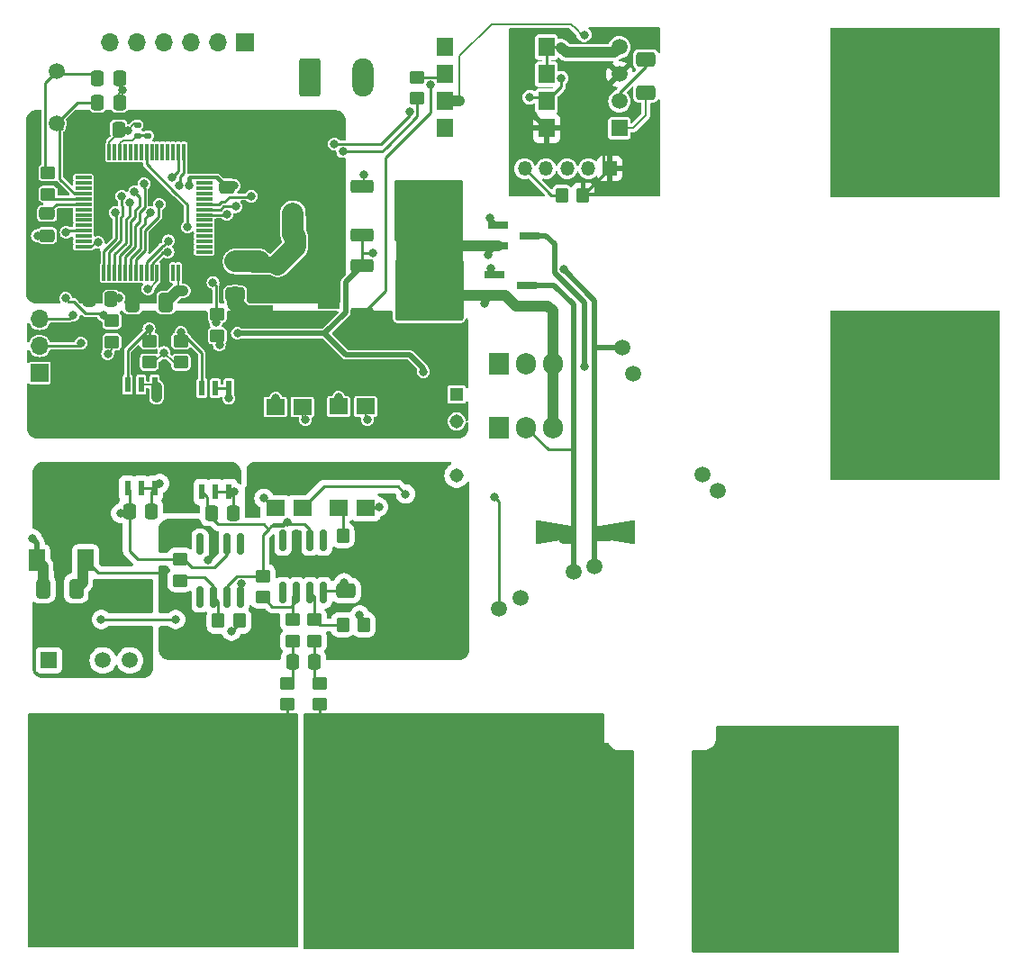
<source format=gbr>
%TF.GenerationSoftware,KiCad,Pcbnew,7.0.9*%
%TF.CreationDate,2024-06-21T01:41:24+05:30*%
%TF.ProjectId,BMS_Master,424d535f-4d61-4737-9465-722e6b696361,rev?*%
%TF.SameCoordinates,Original*%
%TF.FileFunction,Copper,L1,Top*%
%TF.FilePolarity,Positive*%
%FSLAX46Y46*%
G04 Gerber Fmt 4.6, Leading zero omitted, Abs format (unit mm)*
G04 Created by KiCad (PCBNEW 7.0.9) date 2024-06-21 01:41:24*
%MOMM*%
%LPD*%
G01*
G04 APERTURE LIST*
G04 Aperture macros list*
%AMRoundRect*
0 Rectangle with rounded corners*
0 $1 Rounding radius*
0 $2 $3 $4 $5 $6 $7 $8 $9 X,Y pos of 4 corners*
0 Add a 4 corners polygon primitive as box body*
4,1,4,$2,$3,$4,$5,$6,$7,$8,$9,$2,$3,0*
0 Add four circle primitives for the rounded corners*
1,1,$1+$1,$2,$3*
1,1,$1+$1,$4,$5*
1,1,$1+$1,$6,$7*
1,1,$1+$1,$8,$9*
0 Add four rect primitives between the rounded corners*
20,1,$1+$1,$2,$3,$4,$5,0*
20,1,$1+$1,$4,$5,$6,$7,0*
20,1,$1+$1,$6,$7,$8,$9,0*
20,1,$1+$1,$8,$9,$2,$3,0*%
%AMOutline4P*
0 Free polygon, 4 corners , with rotation*
0 The origin of the aperture is its center*
0 number of corners: always 4*
0 $1 to $8 corner X, Y*
0 $9 Rotation angle, in degrees counterclockwise*
0 create outline with 4 corners*
4,1,4,$1,$2,$3,$4,$5,$6,$7,$8,$1,$2,$9*%
G04 Aperture macros list end*
%TA.AperFunction,ComponentPad*%
%ADD10R,1.498600X1.498600*%
%TD*%
%TA.AperFunction,ComponentPad*%
%ADD11C,1.498600*%
%TD*%
%TA.AperFunction,SMDPad,CuDef*%
%ADD12R,0.558800X1.473200*%
%TD*%
%TA.AperFunction,ComponentPad*%
%ADD13R,1.905000X2.000000*%
%TD*%
%TA.AperFunction,ComponentPad*%
%ADD14O,1.905000X2.000000*%
%TD*%
%TA.AperFunction,SMDPad,CuDef*%
%ADD15Outline4P,-1.800000X-1.150000X1.800000X-0.550000X1.800000X0.550000X-1.800000X1.150000X180.000000*%
%TD*%
%TA.AperFunction,SMDPad,CuDef*%
%ADD16Outline4P,-1.800000X-1.150000X1.800000X-0.550000X1.800000X0.550000X-1.800000X1.150000X0.000000*%
%TD*%
%TA.AperFunction,SMDPad,CuDef*%
%ADD17RoundRect,0.249999X-0.450001X-1.425001X0.450001X-1.425001X0.450001X1.425001X-0.450001X1.425001X0*%
%TD*%
%TA.AperFunction,SMDPad,CuDef*%
%ADD18RoundRect,0.075000X-0.700000X-0.075000X0.700000X-0.075000X0.700000X0.075000X-0.700000X0.075000X0*%
%TD*%
%TA.AperFunction,SMDPad,CuDef*%
%ADD19RoundRect,0.075000X-0.075000X-0.700000X0.075000X-0.700000X0.075000X0.700000X-0.075000X0.700000X0*%
%TD*%
%TA.AperFunction,SMDPad,CuDef*%
%ADD20RoundRect,0.135000X0.185000X-0.135000X0.185000X0.135000X-0.185000X0.135000X-0.185000X-0.135000X0*%
%TD*%
%TA.AperFunction,SMDPad,CuDef*%
%ADD21R,1.780000X1.500000*%
%TD*%
%TA.AperFunction,SMDPad,CuDef*%
%ADD22R,1.900000X0.800000*%
%TD*%
%TA.AperFunction,ComponentPad*%
%ADD23RoundRect,0.250000X-0.750000X-1.550000X0.750000X-1.550000X0.750000X1.550000X-0.750000X1.550000X0*%
%TD*%
%TA.AperFunction,ComponentPad*%
%ADD24O,2.000000X3.600000*%
%TD*%
%TA.AperFunction,SMDPad,CuDef*%
%ADD25RoundRect,0.250000X0.412500X0.650000X-0.412500X0.650000X-0.412500X-0.650000X0.412500X-0.650000X0*%
%TD*%
%TA.AperFunction,SMDPad,CuDef*%
%ADD26RoundRect,0.135000X-0.185000X0.135000X-0.185000X-0.135000X0.185000X-0.135000X0.185000X0.135000X0*%
%TD*%
%TA.AperFunction,SMDPad,CuDef*%
%ADD27RoundRect,0.250000X-0.450000X0.350000X-0.450000X-0.350000X0.450000X-0.350000X0.450000X0.350000X0*%
%TD*%
%TA.AperFunction,SMDPad,CuDef*%
%ADD28RoundRect,0.250000X-0.850000X-0.350000X0.850000X-0.350000X0.850000X0.350000X-0.850000X0.350000X0*%
%TD*%
%TA.AperFunction,SMDPad,CuDef*%
%ADD29RoundRect,0.250000X-1.275000X-1.125000X1.275000X-1.125000X1.275000X1.125000X-1.275000X1.125000X0*%
%TD*%
%TA.AperFunction,SMDPad,CuDef*%
%ADD30RoundRect,0.249997X-2.950003X-2.650003X2.950003X-2.650003X2.950003X2.650003X-2.950003X2.650003X0*%
%TD*%
%TA.AperFunction,SMDPad,CuDef*%
%ADD31R,2.000000X1.500000*%
%TD*%
%TA.AperFunction,SMDPad,CuDef*%
%ADD32R,2.000000X3.800000*%
%TD*%
%TA.AperFunction,SMDPad,CuDef*%
%ADD33RoundRect,0.150000X0.150000X-0.825000X0.150000X0.825000X-0.150000X0.825000X-0.150000X-0.825000X0*%
%TD*%
%TA.AperFunction,SMDPad,CuDef*%
%ADD34RoundRect,0.250000X-0.350000X-0.450000X0.350000X-0.450000X0.350000X0.450000X-0.350000X0.450000X0*%
%TD*%
%TA.AperFunction,SMDPad,CuDef*%
%ADD35RoundRect,0.250000X-0.475000X0.337500X-0.475000X-0.337500X0.475000X-0.337500X0.475000X0.337500X0*%
%TD*%
%TA.AperFunction,SMDPad,CuDef*%
%ADD36RoundRect,0.250000X-0.337500X-0.475000X0.337500X-0.475000X0.337500X0.475000X-0.337500X0.475000X0*%
%TD*%
%TA.AperFunction,SMDPad,CuDef*%
%ADD37RoundRect,0.250000X-0.650000X0.412500X-0.650000X-0.412500X0.650000X-0.412500X0.650000X0.412500X0*%
%TD*%
%TA.AperFunction,ComponentPad*%
%ADD38R,1.700000X1.700000*%
%TD*%
%TA.AperFunction,ComponentPad*%
%ADD39O,1.700000X1.700000*%
%TD*%
%TA.AperFunction,SMDPad,CuDef*%
%ADD40RoundRect,0.250000X0.475000X-0.337500X0.475000X0.337500X-0.475000X0.337500X-0.475000X-0.337500X0*%
%TD*%
%TA.AperFunction,SMDPad,CuDef*%
%ADD41RoundRect,0.250000X0.350000X0.450000X-0.350000X0.450000X-0.350000X-0.450000X0.350000X-0.450000X0*%
%TD*%
%TA.AperFunction,ComponentPad*%
%ADD42C,16.800000*%
%TD*%
%TA.AperFunction,SMDPad,CuDef*%
%ADD43RoundRect,0.250000X0.450000X-0.350000X0.450000X0.350000X-0.450000X0.350000X-0.450000X-0.350000X0*%
%TD*%
%TA.AperFunction,ComponentPad*%
%ADD44C,1.500000*%
%TD*%
%TA.AperFunction,ComponentPad*%
%ADD45R,15.000000X15.000000*%
%TD*%
%TA.AperFunction,SMDPad,CuDef*%
%ADD46RoundRect,0.250000X0.337500X0.475000X-0.337500X0.475000X-0.337500X-0.475000X0.337500X-0.475000X0*%
%TD*%
%TA.AperFunction,ComponentPad*%
%ADD47C,1.308000*%
%TD*%
%TA.AperFunction,ComponentPad*%
%ADD48R,1.308000X1.308000*%
%TD*%
%TA.AperFunction,SMDPad,CuDef*%
%ADD49RoundRect,0.250000X0.650000X-0.412500X0.650000X0.412500X-0.650000X0.412500X-0.650000X-0.412500X0*%
%TD*%
%TA.AperFunction,SMDPad,CuDef*%
%ADD50RoundRect,0.250000X-0.412500X-0.650000X0.412500X-0.650000X0.412500X0.650000X-0.412500X0.650000X0*%
%TD*%
%TA.AperFunction,ComponentPad*%
%ADD51R,1.350000X1.350000*%
%TD*%
%TA.AperFunction,ComponentPad*%
%ADD52O,1.350000X1.350000*%
%TD*%
%TA.AperFunction,SMDPad,CuDef*%
%ADD53R,1.500000X2.000000*%
%TD*%
%TA.AperFunction,SMDPad,CuDef*%
%ADD54R,3.800000X2.000000*%
%TD*%
%TA.AperFunction,ComponentPad*%
%ADD55R,16.000000X16.000000*%
%TD*%
%TA.AperFunction,SMDPad,CuDef*%
%ADD56R,1.520000X1.780000*%
%TD*%
%TA.AperFunction,SMDPad,CuDef*%
%ADD57R,1.520000X1.750000*%
%TD*%
%TA.AperFunction,ViaPad*%
%ADD58C,0.800000*%
%TD*%
%TA.AperFunction,Conductor*%
%ADD59C,1.000000*%
%TD*%
%TA.AperFunction,Conductor*%
%ADD60C,0.250000*%
%TD*%
%TA.AperFunction,Conductor*%
%ADD61C,0.500000*%
%TD*%
%TA.AperFunction,Conductor*%
%ADD62C,0.200000*%
%TD*%
%TA.AperFunction,Conductor*%
%ADD63C,0.400000*%
%TD*%
%TA.AperFunction,Conductor*%
%ADD64C,2.000000*%
%TD*%
%TA.AperFunction,Conductor*%
%ADD65C,3.000000*%
%TD*%
%TA.AperFunction,Conductor*%
%ADD66C,0.300000*%
%TD*%
%TA.AperFunction,Conductor*%
%ADD67C,1.500000*%
%TD*%
G04 APERTURE END LIST*
D10*
%TO.P,U17,1,GND*%
%TO.N,-BATT*%
X190580000Y-117838200D03*
D11*
%TO.P,U17,2,VIN*%
%TO.N,+5V*%
X193120000Y-117838200D03*
%TO.P,U17,3,0V*%
%TO.N,-5V*%
X195660000Y-117838200D03*
%TO.P,U17,4,+VO*%
%TO.N,-BATT*%
X198200000Y-117838200D03*
%TD*%
D10*
%TO.P,U15,1,GND*%
%TO.N,LV-*%
X244208200Y-67810000D03*
D11*
%TO.P,U15,2,VIN*%
%TO.N,+5VD*%
X244208200Y-65270000D03*
%TO.P,U15,3,0V*%
%TO.N,GND1*%
X244208200Y-62730000D03*
%TO.P,U15,4,+VO*%
%TO.N,Net-(J4-Pin_2)*%
X244208200Y-60190000D03*
%TD*%
D12*
%TO.P,U9,1,VDD2*%
%TO.N,+5V*%
X196695000Y-101676800D03*
%TO.P,U9,2,VIN*%
%TO.N,A1*%
X197965000Y-101676800D03*
%TO.P,U9,3,SHTD*%
%TO.N,-BATT*%
X199235000Y-101676800D03*
%TO.P,U9,4,GND2*%
X200505000Y-101676800D03*
%TO.P,U9,5,GND1*%
%TO.N,LV-*%
X200505000Y-91923200D03*
%TO.P,U9,6,NC*%
X199235000Y-91923200D03*
%TO.P,U9,7,VOUT*%
%TO.N,Net-(U11A-+)*%
X197965000Y-91923200D03*
%TO.P,U9,8,VDD1*%
%TO.N,+5VD*%
X196695000Y-91923200D03*
%TD*%
%TO.P,U7,1,VDD2*%
%TO.N,+5V*%
X203690000Y-102000000D03*
%TO.P,U7,2,VIN*%
%TO.N,A0*%
X204960000Y-102000000D03*
%TO.P,U7,3,SHTD*%
%TO.N,-BATT*%
X206230000Y-102000000D03*
%TO.P,U7,4,GND2*%
X207500000Y-102000000D03*
%TO.P,U7,5,GND1*%
%TO.N,LV-*%
X207500000Y-92246400D03*
%TO.P,U7,6,NC*%
X206230000Y-92246400D03*
%TO.P,U7,7,VOUT*%
%TO.N,Net-(U11B-+)*%
X204960000Y-92246400D03*
%TO.P,U7,8,VDD1*%
%TO.N,+5VD*%
X203690000Y-92246400D03*
%TD*%
D13*
%TO.P,Q4,1,G*%
%TO.N,PC9*%
X232920000Y-89945000D03*
D14*
%TO.P,Q4,2,D*%
%TO.N,Net-(D3-A)*%
X235460000Y-89945000D03*
%TO.P,Q4,3,S*%
%TO.N,LV-*%
X238000000Y-89945000D03*
%TD*%
D13*
%TO.P,Q3,1,G*%
%TO.N,PC8*%
X232920000Y-95945000D03*
D14*
%TO.P,Q3,2,D*%
%TO.N,Net-(D4-A)*%
X235460000Y-95945000D03*
%TO.P,Q3,3,S*%
%TO.N,LV-*%
X238000000Y-95945000D03*
%TD*%
D15*
%TO.P,D4,1,K*%
%TO.N,LV+*%
X243900000Y-105800000D03*
D16*
%TO.P,D4,2,A*%
%TO.N,Net-(D4-A)*%
X238100000Y-105800000D03*
%TD*%
D17*
%TO.P,R6,1*%
%TO.N,-BATT*%
X211400000Y-126000000D03*
%TO.P,R6,2*%
%TO.N,Net-(K1-ContactMain1)*%
X217500000Y-126000000D03*
%TD*%
D18*
%TO.P,U13,1,VBAT*%
%TO.N,+3.3V*%
X193825000Y-71950000D03*
%TO.P,U13,2,PC13*%
%TO.N,unconnected-(U13-PC13-Pad2)*%
X193825000Y-72450000D03*
%TO.P,U13,3,PC14*%
%TO.N,unconnected-(U13-PC14-Pad3)*%
X193825000Y-72950000D03*
%TO.P,U13,4,PC15*%
%TO.N,unconnected-(U13-PC15-Pad4)*%
X193825000Y-73450000D03*
%TO.P,U13,5,PF0*%
%TO.N,Net-(U13-PF0)*%
X193825000Y-73950000D03*
%TO.P,U13,6,PF1*%
%TO.N,Net-(U13-PF1)*%
X193825000Y-74450000D03*
%TO.P,U13,7,PG10*%
%TO.N,Net-(U13-PG10)*%
X193825000Y-74950000D03*
%TO.P,U13,8,PC0*%
%TO.N,unconnected-(U13-PC0-Pad8)*%
X193825000Y-75450000D03*
%TO.P,U13,9,PC1*%
%TO.N,unconnected-(U13-PC1-Pad9)*%
X193825000Y-75950000D03*
%TO.P,U13,10,PC2*%
%TO.N,unconnected-(U13-PC2-Pad10)*%
X193825000Y-76450000D03*
%TO.P,U13,11,PC3*%
%TO.N,unconnected-(U13-PC3-Pad11)*%
X193825000Y-76950000D03*
%TO.P,U13,12,PA0*%
%TO.N,PA0*%
X193825000Y-77450000D03*
%TO.P,U13,13,PA1*%
%TO.N,unconnected-(U13-PA1-Pad13)*%
X193825000Y-77950000D03*
%TO.P,U13,14,PA2*%
%TO.N,unconnected-(U13-PA2-Pad14)*%
X193825000Y-78450000D03*
%TO.P,U13,15,VSS*%
%TO.N,LV-*%
X193825000Y-78950000D03*
%TO.P,U13,16,VDD*%
%TO.N,+3.3V*%
X193825000Y-79450000D03*
D19*
%TO.P,U13,17,PA3*%
%TO.N,CTRL*%
X195750000Y-81375000D03*
%TO.P,U13,18,PA4*%
%TO.N,NSS*%
X196250000Y-81375000D03*
%TO.P,U13,19,PA5*%
%TO.N,SCK*%
X196750000Y-81375000D03*
%TO.P,U13,20,PA6*%
%TO.N,MISO*%
X197250000Y-81375000D03*
%TO.P,U13,21,PA7*%
%TO.N,MOSI*%
X197750000Y-81375000D03*
%TO.P,U13,22,PC4*%
%TO.N,TX*%
X198250000Y-81375000D03*
%TO.P,U13,23,PC5*%
%TO.N,RX*%
X198750000Y-81375000D03*
%TO.P,U13,24,PB0*%
%TO.N,unconnected-(U13-PB0-Pad24)*%
X199250000Y-81375000D03*
%TO.P,U13,25,PB1*%
%TO.N,PB1*%
X199750000Y-81375000D03*
%TO.P,U13,26,PB2*%
%TO.N,PB2*%
X200250000Y-81375000D03*
%TO.P,U13,27,VSSA*%
%TO.N,LV-*%
X200750000Y-81375000D03*
%TO.P,U13,28,VREF+*%
%TO.N,+3.3V*%
X201250000Y-81375000D03*
%TO.P,U13,29,VDDA*%
X201750000Y-81375000D03*
%TO.P,U13,30,PB10*%
%TO.N,unconnected-(U13-PB10-Pad30)*%
X202250000Y-81375000D03*
%TO.P,U13,31,VSS*%
%TO.N,LV-*%
X202750000Y-81375000D03*
%TO.P,U13,32,VDD*%
%TO.N,+3.3V*%
X203250000Y-81375000D03*
D18*
%TO.P,U13,33,PB11*%
%TO.N,unconnected-(U13-PB11-Pad33)*%
X205175000Y-79450000D03*
%TO.P,U13,34,PB12*%
%TO.N,unconnected-(U13-PB12-Pad34)*%
X205175000Y-78950000D03*
%TO.P,U13,35,PB13*%
%TO.N,unconnected-(U13-PB13-Pad35)*%
X205175000Y-78450000D03*
%TO.P,U13,36,PB14*%
%TO.N,unconnected-(U13-PB14-Pad36)*%
X205175000Y-77950000D03*
%TO.P,U13,37,PB15*%
%TO.N,unconnected-(U13-PB15-Pad37)*%
X205175000Y-77450000D03*
%TO.P,U13,38,PC6*%
%TO.N,unconnected-(U13-PC6-Pad38)*%
X205175000Y-76950000D03*
%TO.P,U13,39,PC7*%
%TO.N,unconnected-(U13-PC7-Pad39)*%
X205175000Y-76450000D03*
%TO.P,U13,40,PC8*%
%TO.N,PC8*%
X205175000Y-75950000D03*
%TO.P,U13,41,PC9*%
%TO.N,PC9*%
X205175000Y-75450000D03*
%TO.P,U13,42,PA8*%
%TO.N,PA8*%
X205175000Y-74950000D03*
%TO.P,U13,43,PA9*%
%TO.N,unconnected-(U13-PA9-Pad43)*%
X205175000Y-74450000D03*
%TO.P,U13,44,PA10*%
%TO.N,unconnected-(U13-PA10-Pad44)*%
X205175000Y-73950000D03*
%TO.P,U13,45,PA11*%
%TO.N,unconnected-(U13-PA11-Pad45)*%
X205175000Y-73450000D03*
%TO.P,U13,46,PA12*%
%TO.N,unconnected-(U13-PA12-Pad46)*%
X205175000Y-72950000D03*
%TO.P,U13,47,VSS*%
%TO.N,LV-*%
X205175000Y-72450000D03*
%TO.P,U13,48,VDD*%
%TO.N,+3.3V*%
X205175000Y-71950000D03*
D19*
%TO.P,U13,49,PA13*%
%TO.N,SWDIO*%
X203250000Y-70025000D03*
%TO.P,U13,50,PA14*%
%TO.N,SWCLK*%
X202750000Y-70025000D03*
%TO.P,U13,51,PA15*%
%TO.N,unconnected-(U13-PA15-Pad51)*%
X202250000Y-70025000D03*
%TO.P,U13,52,PC10*%
%TO.N,unconnected-(U13-PC10-Pad52)*%
X201750000Y-70025000D03*
%TO.P,U13,53,PC11*%
%TO.N,unconnected-(U13-PC11-Pad53)*%
X201250000Y-70025000D03*
%TO.P,U13,54,PC12*%
%TO.N,unconnected-(U13-PC12-Pad54)*%
X200750000Y-70025000D03*
%TO.P,U13,55,PD2*%
%TO.N,unconnected-(U13-PD2-Pad55)*%
X200250000Y-70025000D03*
%TO.P,U13,56,PB3*%
%TO.N,PB3*%
X199750000Y-70025000D03*
%TO.P,U13,57,PB4*%
%TO.N,unconnected-(U13-PB4-Pad57)*%
X199250000Y-70025000D03*
%TO.P,U13,58,PB5*%
%TO.N,unconnected-(U13-PB5-Pad58)*%
X198750000Y-70025000D03*
%TO.P,U13,59,PB6*%
%TO.N,unconnected-(U13-PB6-Pad59)*%
X198250000Y-70025000D03*
%TO.P,U13,60,PB7*%
%TO.N,unconnected-(U13-PB7-Pad60)*%
X197750000Y-70025000D03*
%TO.P,U13,61,PB8*%
%TO.N,Net-(U13-PB8)*%
X197250000Y-70025000D03*
%TO.P,U13,62,PB9*%
%TO.N,unconnected-(U13-PB9-Pad62)*%
X196750000Y-70025000D03*
%TO.P,U13,63,VSS*%
%TO.N,LV-*%
X196250000Y-70025000D03*
%TO.P,U13,64,VDD*%
%TO.N,+3.3V*%
X195750000Y-70025000D03*
%TD*%
D20*
%TO.P,R38,1*%
%TO.N,Net-(U13-PB8)*%
X199900000Y-68510000D03*
%TO.P,R38,2*%
%TO.N,+3.3V*%
X199900000Y-67490000D03*
%TD*%
D21*
%TO.P,U5,1*%
%TO.N,Net-(R19-Pad1)*%
X217800000Y-103500000D03*
%TO.P,U5,2*%
%TO.N,Net-(K2-ContactA1)*%
X220340000Y-103500000D03*
%TO.P,U5,3*%
%TO.N,LV-*%
X220340000Y-93970000D03*
%TO.P,U5,4*%
%TO.N,PB3*%
X217800000Y-93970000D03*
%TD*%
D22*
%TO.P,Q2,1,G*%
%TO.N,PC9*%
X232800000Y-76950000D03*
%TO.P,Q2,2,S*%
%TO.N,LV-*%
X232800000Y-78850000D03*
%TO.P,Q2,3,D*%
%TO.N,Net-(D3-A)*%
X235800000Y-77900000D03*
%TD*%
D23*
%TO.P,J1,1,Pin_1*%
%TO.N,LV-*%
X215100000Y-63000000D03*
D24*
%TO.P,J1,2,Pin_2*%
%TO.N,LV+*%
X220100000Y-63000000D03*
%TD*%
D21*
%TO.P,U6,1*%
%TO.N,Net-(R20-Pad1)*%
X211860000Y-103530000D03*
%TO.P,U6,2*%
%TO.N,Net-(K1-ContactA1)*%
X214400000Y-103530000D03*
%TO.P,U6,3*%
%TO.N,LV-*%
X214400000Y-94000000D03*
%TO.P,U6,4*%
%TO.N,PB2*%
X211860000Y-94000000D03*
%TD*%
D25*
%TO.P,C15,1*%
%TO.N,+12V*%
X193155000Y-111080000D03*
%TO.P,C15,2*%
%TO.N,-BATT*%
X190030000Y-111080000D03*
%TD*%
D26*
%TO.P,R39,1*%
%TO.N,LV-*%
X198900000Y-67490000D03*
%TO.P,R39,2*%
%TO.N,Net-(U13-PB8)*%
X198900000Y-68510000D03*
%TD*%
D27*
%TO.P,R18,1*%
%TO.N,A1*%
X202905000Y-108325000D03*
%TO.P,R18,2*%
%TO.N,Net-(U4--)*%
X202905000Y-110325000D03*
%TD*%
D28*
%TO.P,U1,1,VI*%
%TO.N,LV+*%
X220000000Y-73260000D03*
D29*
%TO.P,U1,2,GND*%
%TO.N,LV-*%
X224625000Y-74015000D03*
X224625000Y-77065000D03*
D30*
X226300000Y-75540000D03*
D29*
X227975000Y-74015000D03*
X227975000Y-77065000D03*
D28*
%TO.P,U1,3,VO*%
%TO.N,VD*%
X220000000Y-77820000D03*
%TD*%
D31*
%TO.P,U12,1,GND*%
%TO.N,LV-*%
X210600000Y-80600000D03*
%TO.P,U12,2,VO*%
%TO.N,+3.3V*%
X210600000Y-82900000D03*
D32*
X216900000Y-82900000D03*
D31*
%TO.P,U12,3,VI*%
%TO.N,+5VD*%
X210600000Y-85200000D03*
%TD*%
D33*
%TO.P,U4,1,NC*%
%TO.N,unconnected-(U4-NC-Pad1)*%
X204795000Y-111875000D03*
%TO.P,U4,2,-*%
%TO.N,Net-(U4--)*%
X206065000Y-111875000D03*
%TO.P,U4,3,+*%
%TO.N,A0*%
X207335000Y-111875000D03*
%TO.P,U4,4,V-*%
%TO.N,-5V*%
X208605000Y-111875000D03*
%TO.P,U4,5,NC*%
%TO.N,unconnected-(U4-NC-Pad5)*%
X208605000Y-106925000D03*
%TO.P,U4,6*%
%TO.N,A1*%
X207335000Y-106925000D03*
%TO.P,U4,7,V+*%
%TO.N,+12V*%
X206065000Y-106925000D03*
%TO.P,U4,8,NC*%
%TO.N,unconnected-(U4-NC-Pad8)*%
X204795000Y-106925000D03*
%TD*%
D34*
%TO.P,R19,1*%
%TO.N,Net-(R19-Pad1)*%
X218200000Y-106100000D03*
%TO.P,R19,2*%
%TO.N,+12V*%
X220200000Y-106100000D03*
%TD*%
D35*
%TO.P,C32,1*%
%TO.N,Net-(U13-PG10)*%
X190400000Y-75825000D03*
%TO.P,C32,2*%
%TO.N,LV-*%
X190400000Y-77900000D03*
%TD*%
D17*
%TO.P,R9,1*%
%TO.N,-BATT*%
X211400000Y-138000000D03*
%TO.P,R9,2*%
%TO.N,Net-(K1-ContactMain1)*%
X217500000Y-138000000D03*
%TD*%
%TO.P,R10,1*%
%TO.N,-BATT*%
X211450000Y-142000000D03*
%TO.P,R10,2*%
%TO.N,Net-(K1-ContactMain1)*%
X217550000Y-142000000D03*
%TD*%
D36*
%TO.P,C30,1*%
%TO.N,Net-(C30-Pad1)*%
X195162500Y-63100000D03*
%TO.P,C30,2*%
%TO.N,LV-*%
X197237500Y-63100000D03*
%TD*%
D22*
%TO.P,Q1,1,G*%
%TO.N,PC8*%
X232500000Y-81600000D03*
%TO.P,Q1,2,S*%
%TO.N,LV-*%
X232500000Y-83500000D03*
%TO.P,Q1,3,D*%
%TO.N,Net-(D4-A)*%
X235500000Y-82550000D03*
%TD*%
D37*
%TO.P,C34,1*%
%TO.N,+5VD*%
X246700000Y-61337500D03*
%TO.P,C34,2*%
%TO.N,LV-*%
X246700000Y-64462500D03*
%TD*%
D27*
%TO.P,R13,1*%
%TO.N,Net-(U3-+)*%
X215500000Y-114000000D03*
%TO.P,R13,2*%
%TO.N,Net-(C5-Pad2)*%
X215500000Y-116000000D03*
%TD*%
D17*
%TO.P,R8,1*%
%TO.N,-BATT*%
X211400000Y-134000000D03*
%TO.P,R8,2*%
%TO.N,Net-(K1-ContactMain1)*%
X217500000Y-134000000D03*
%TD*%
D38*
%TO.P,J2,1,Pin_1*%
%TO.N,LV-*%
X189700000Y-90820000D03*
D39*
%TO.P,J2,2,Pin_2*%
%TO.N,SWDIO*%
X189700000Y-88280000D03*
%TO.P,J2,3,Pin_3*%
%TO.N,SWCLK*%
X189700000Y-85740000D03*
%TO.P,J2,4,Pin_4*%
%TO.N,+3.3V*%
X189700000Y-83200000D03*
%TD*%
D27*
%TO.P,R14,1*%
%TO.N,Net-(U3--)*%
X213500000Y-114000000D03*
%TO.P,R14,2*%
%TO.N,Net-(C5-Pad1)*%
X213500000Y-116000000D03*
%TD*%
D36*
%TO.P,C31,1*%
%TO.N,Net-(U13-PF0)*%
X195162500Y-65400000D03*
%TO.P,C31,2*%
%TO.N,LV-*%
X197237500Y-65400000D03*
%TD*%
%TO.P,C29,1*%
%TO.N,LV-*%
X213662500Y-75800000D03*
%TO.P,C29,2*%
%TO.N,+3.3V*%
X215737500Y-75800000D03*
%TD*%
D40*
%TO.P,C26,1*%
%TO.N,LV-*%
X207300000Y-73337500D03*
%TO.P,C26,2*%
%TO.N,+3.3V*%
X207300000Y-71262500D03*
%TD*%
D41*
%TO.P,R15,1*%
%TO.N,-BATT*%
X220200000Y-114500000D03*
%TO.P,R15,2*%
%TO.N,Net-(U3-+)*%
X218200000Y-114500000D03*
%TD*%
D27*
%TO.P,R23,1*%
%TO.N,PB1*%
X206400000Y-85300000D03*
%TO.P,R23,2*%
%TO.N,LV-*%
X206400000Y-87300000D03*
%TD*%
D34*
%TO.P,R17,1*%
%TO.N,Net-(U4--)*%
X206505000Y-114125000D03*
%TO.P,R17,2*%
%TO.N,-BATT*%
X208505000Y-114125000D03*
%TD*%
D27*
%TO.P,R24,1*%
%TO.N,PA0*%
X196500000Y-85900000D03*
%TO.P,R24,2*%
%TO.N,LV-*%
X196500000Y-87900000D03*
%TD*%
D37*
%TO.P,C6,1*%
%TO.N,+12V*%
X218500000Y-108175000D03*
%TO.P,C6,2*%
%TO.N,-5V*%
X218500000Y-111300000D03*
%TD*%
D42*
%TO.P,H1,1,1*%
%TO.N,-BATT*%
X200000000Y-134000000D03*
%TD*%
D27*
%TO.P,R33,1*%
%TO.N,Net-(U10-A)*%
X225200000Y-63000000D03*
%TO.P,R33,2*%
%TO.N,TX*%
X225200000Y-65000000D03*
%TD*%
D43*
%TO.P,R11,1*%
%TO.N,-BATT*%
X213000000Y-122000000D03*
%TO.P,R11,2*%
%TO.N,Net-(C5-Pad1)*%
X213000000Y-120000000D03*
%TD*%
D28*
%TO.P,U2,1,VI*%
%TO.N,VD*%
X220025000Y-80735000D03*
D29*
%TO.P,U2,2,GND*%
%TO.N,LV-*%
X224650000Y-81490000D03*
X224650000Y-84540000D03*
D30*
X226325000Y-83015000D03*
D29*
X228000000Y-81490000D03*
X228000000Y-84540000D03*
D28*
%TO.P,U2,3,VO*%
%TO.N,+5VD*%
X220025000Y-85295000D03*
%TD*%
D44*
%TO.P,K1,1,Coil1*%
%TO.N,Net-(D4-A)*%
X239900000Y-109500000D03*
%TO.P,K1,2,Coil2*%
%TO.N,LV+*%
X241900000Y-109000000D03*
%TO.P,K1,3,ContactA1*%
%TO.N,Net-(K1-ContactA1)*%
X232900000Y-113000000D03*
%TO.P,K1,4,ContactA2*%
%TO.N,-BATT*%
X234900000Y-112000000D03*
D45*
%TO.P,K1,5,ContactMain1*%
%TO.N,Net-(K1-ContactMain1)*%
X234900000Y-137500000D03*
%TO.P,K1,6,ContactMain2*%
%TO.N,unconnected-(K1-ContactMain2-Pad6)*%
X261500000Y-137500000D03*
%TD*%
D46*
%TO.P,C14,1*%
%TO.N,-BATT*%
X200237500Y-103800000D03*
%TO.P,C14,2*%
%TO.N,A1*%
X198162500Y-103800000D03*
%TD*%
D27*
%TO.P,R29,1*%
%TO.N,Net-(C30-Pad1)*%
X190500000Y-72000000D03*
%TO.P,R29,2*%
%TO.N,Net-(U13-PF1)*%
X190500000Y-74000000D03*
%TD*%
D17*
%TO.P,R7,1*%
%TO.N,-BATT*%
X211400000Y-130000000D03*
%TO.P,R7,2*%
%TO.N,Net-(K1-ContactMain1)*%
X217500000Y-130000000D03*
%TD*%
D47*
%TO.P,IC1,GNDA,GNDA*%
%TO.N,LV-*%
X228910000Y-95380000D03*
%TO.P,IC1,GNDB,GNDB*%
%TO.N,-BATT*%
X228910000Y-100460000D03*
D48*
%TO.P,IC1,VIN,VIN*%
%TO.N,VD*%
X228910000Y-92840000D03*
D47*
%TO.P,IC1,VOUT,VOUT*%
%TO.N,+12V*%
X228910000Y-105540000D03*
%TD*%
D49*
%TO.P,C21,1*%
%TO.N,+5VD*%
X208100000Y-83462500D03*
%TO.P,C21,2*%
%TO.N,LV-*%
X208100000Y-80337500D03*
%TD*%
D25*
%TO.P,C22,1*%
%TO.N,+3.3V*%
X216862500Y-78000000D03*
%TO.P,C22,2*%
%TO.N,LV-*%
X213737500Y-78000000D03*
%TD*%
D50*
%TO.P,C23,1*%
%TO.N,+3.3V*%
X198437500Y-84200000D03*
%TO.P,C23,2*%
%TO.N,LV-*%
X201562500Y-84200000D03*
%TD*%
D46*
%TO.P,C8,1*%
%TO.N,-BATT*%
X207937500Y-104000000D03*
%TO.P,C8,2*%
%TO.N,A0*%
X205862500Y-104000000D03*
%TD*%
D34*
%TO.P,R36,1*%
%TO.N,Net-(J4-Pin_5)*%
X238800000Y-74100000D03*
%TO.P,R36,2*%
%TO.N,GND1*%
X240800000Y-74100000D03*
%TD*%
D27*
%TO.P,R22,1*%
%TO.N,Net-(U11B-+)*%
X203000000Y-87800000D03*
%TO.P,R22,2*%
%TO.N,LV-*%
X203000000Y-89800000D03*
%TD*%
D44*
%TO.P,Y1,1,1*%
%TO.N,Net-(C30-Pad1)*%
X191300000Y-62450000D03*
%TO.P,Y1,2,2*%
%TO.N,Net-(U13-PF0)*%
X191300000Y-67330000D03*
%TD*%
D51*
%TO.P,J4,1,Pin_1*%
%TO.N,GND1*%
X243300000Y-71600000D03*
D52*
%TO.P,J4,2,Pin_2*%
%TO.N,Net-(J4-Pin_2)*%
X241300000Y-71600000D03*
%TO.P,J4,3,Pin_3*%
%TO.N,Net-(J4-Pin_3)*%
X239300000Y-71600000D03*
%TO.P,J4,4,Pin_4*%
%TO.N,Net-(J4-Pin_4)*%
X237300000Y-71600000D03*
%TO.P,J4,5,Pin_5*%
%TO.N,Net-(J4-Pin_5)*%
X235300000Y-71600000D03*
%TD*%
D53*
%TO.P,U8,1,GND*%
%TO.N,-BATT*%
X189430000Y-108430000D03*
%TO.P,U8,2,VO*%
%TO.N,+5V*%
X191730000Y-108430000D03*
D54*
X191730000Y-102130000D03*
D53*
%TO.P,U8,3,VI*%
%TO.N,+12V*%
X194030000Y-108430000D03*
%TD*%
D44*
%TO.P,K2,1,Coil1*%
%TO.N,Net-(D3-A)*%
X245500000Y-90900000D03*
%TO.P,K2,2,Coil2*%
%TO.N,LV+*%
X244500000Y-88400000D03*
%TO.P,K2,3,ContactA1*%
%TO.N,Net-(K2-ContactA1)*%
X253500000Y-101900000D03*
%TO.P,K2,4,ContactA2*%
%TO.N,-BATT*%
X252000000Y-100400000D03*
D55*
%TO.P,K2,5,ContactMain1*%
%TO.N,unconnected-(K2-ContactMain1-Pad5)*%
X272000000Y-92900000D03*
%TO.P,K2,6,ContactMain2*%
%TO.N,unconnected-(K2-ContactMain2-Pad6)*%
X272000000Y-66300000D03*
%TD*%
D46*
%TO.P,C24,1*%
%TO.N,LV-*%
X196437500Y-83900000D03*
%TO.P,C24,2*%
%TO.N,+3.3V*%
X194362500Y-83900000D03*
%TD*%
D36*
%TO.P,C5,1*%
%TO.N,Net-(C5-Pad1)*%
X213462500Y-118000000D03*
%TO.P,C5,2*%
%TO.N,Net-(C5-Pad2)*%
X215537500Y-118000000D03*
%TD*%
D38*
%TO.P,J3,1,Pin_1*%
%TO.N,SCK*%
X208980000Y-59700000D03*
D39*
%TO.P,J3,2,Pin_2*%
%TO.N,MOSI*%
X206440000Y-59700000D03*
%TO.P,J3,3,Pin_3*%
%TO.N,MISO*%
X203900000Y-59700000D03*
%TO.P,J3,4,Pin_4*%
%TO.N,NSS*%
X201360000Y-59700000D03*
%TO.P,J3,5,Pin_5*%
%TO.N,CTRL*%
X198820000Y-59700000D03*
%TO.P,J3,6,Pin_6*%
%TO.N,LV-*%
X196280000Y-59700000D03*
%TD*%
D27*
%TO.P,R21,1*%
%TO.N,Net-(U11A-+)*%
X200000000Y-87800000D03*
%TO.P,R21,2*%
%TO.N,LV-*%
X200000000Y-89800000D03*
%TD*%
D56*
%TO.P,U10,1,NC*%
%TO.N,unconnected-(U10-NC-Pad1)*%
X227840000Y-60190000D03*
D57*
%TO.P,U10,2,A*%
%TO.N,Net-(U10-A)*%
X227840000Y-62730000D03*
D56*
%TO.P,U10,3,C*%
%TO.N,LV-*%
X227840000Y-65270000D03*
%TO.P,U10,4*%
%TO.N,N/C*%
X227840000Y-67810000D03*
%TO.P,U10,5,GND*%
%TO.N,GND1*%
X237360000Y-67810000D03*
%TO.P,U10,6,VO*%
%TO.N,Net-(J4-Pin_4)*%
X237360000Y-65270000D03*
%TO.P,U10,7,EN*%
%TO.N,Net-(J4-Pin_2)*%
X237360000Y-62730000D03*
%TO.P,U10,8,VCC*%
X237360000Y-60190000D03*
%TD*%
D43*
%TO.P,R12,1*%
%TO.N,Net-(K1-ContactMain1)*%
X216000000Y-122000000D03*
%TO.P,R12,2*%
%TO.N,Net-(C5-Pad2)*%
X216000000Y-120000000D03*
%TD*%
D27*
%TO.P,R16,1*%
%TO.N,A0*%
X210700000Y-109900000D03*
%TO.P,R16,2*%
%TO.N,Net-(U3--)*%
X210700000Y-111900000D03*
%TD*%
D33*
%TO.P,U3,1,NC*%
%TO.N,unconnected-(U3-NC-Pad1)*%
X212595000Y-111475000D03*
%TO.P,U3,2,-*%
%TO.N,Net-(U3--)*%
X213865000Y-111475000D03*
%TO.P,U3,3,+*%
%TO.N,Net-(U3-+)*%
X215135000Y-111475000D03*
%TO.P,U3,4,V-*%
%TO.N,-5V*%
X216405000Y-111475000D03*
%TO.P,U3,5,NC*%
%TO.N,unconnected-(U3-NC-Pad5)*%
X216405000Y-106525000D03*
%TO.P,U3,6*%
%TO.N,A0*%
X215135000Y-106525000D03*
%TO.P,U3,7,V+*%
%TO.N,+12V*%
X213865000Y-106525000D03*
%TO.P,U3,8,NC*%
%TO.N,unconnected-(U3-NC-Pad8)*%
X212595000Y-106525000D03*
%TD*%
D46*
%TO.P,C27,1*%
%TO.N,LV-*%
X197137500Y-67900000D03*
%TO.P,C27,2*%
%TO.N,+3.3V*%
X195062500Y-67900000D03*
%TD*%
D58*
%TO.N,-BATT*%
X208000000Y-102000000D03*
X213000000Y-141000000D03*
X207740000Y-115110000D03*
X213000000Y-140000000D03*
X213000000Y-128000000D03*
X213000000Y-144000000D03*
X213000000Y-131000000D03*
X213000000Y-138000000D03*
X189030000Y-106380000D03*
X213000000Y-130000000D03*
X213000000Y-134000000D03*
X213000000Y-126000000D03*
X213000000Y-127000000D03*
X213000000Y-139000000D03*
X213000000Y-133000000D03*
X213000000Y-125000000D03*
X213000000Y-124000000D03*
X213000000Y-137000000D03*
X213000000Y-142000000D03*
X213000000Y-143000000D03*
X213000000Y-135000000D03*
X213000000Y-136000000D03*
X213000000Y-132000000D03*
X201000000Y-101200000D03*
X213000000Y-129000000D03*
X219800000Y-113570000D03*
%TO.N,Net-(K1-ContactMain1)*%
X216000000Y-125000000D03*
X216000000Y-132000000D03*
X216000000Y-126000000D03*
X216000000Y-134000000D03*
X216000000Y-129000000D03*
X216000000Y-133000000D03*
X216000000Y-140000000D03*
X216000000Y-141000000D03*
X216000000Y-124000000D03*
X216000000Y-136000000D03*
X216000000Y-142000000D03*
X216000000Y-144000000D03*
X216000000Y-135000000D03*
X216000000Y-143000000D03*
X216000000Y-130000000D03*
X216000000Y-137000000D03*
X216000000Y-139000000D03*
X216000000Y-138000000D03*
X216000000Y-131000000D03*
X216000000Y-128000000D03*
X216000000Y-127000000D03*
%TO.N,LV-*%
X195199500Y-78532399D03*
X197500000Y-64200000D03*
X203200000Y-83100000D03*
X228000000Y-82540000D03*
X228000000Y-76540000D03*
X226000000Y-82540000D03*
X220500000Y-95200000D03*
X201400000Y-88900000D03*
X214700000Y-95200000D03*
X208000000Y-73200000D03*
X198000000Y-68000000D03*
X228000000Y-74540000D03*
X227000000Y-83540000D03*
X228000000Y-84540000D03*
X231900000Y-79700000D03*
X207500000Y-93200000D03*
X226000000Y-74540000D03*
X229199502Y-65300000D03*
X212100000Y-80600000D03*
X226000000Y-84540000D03*
X197175500Y-83778449D03*
X206600000Y-88200000D03*
X226000000Y-76540000D03*
X196100000Y-89000000D03*
X189500000Y-77900000D03*
X227000000Y-75540000D03*
X240887701Y-59012299D03*
X200700000Y-93100000D03*
X203799503Y-73200000D03*
X231500000Y-84300000D03*
X199900000Y-82900000D03*
%TO.N,LV+*%
X238975438Y-81074062D03*
X220200000Y-72200000D03*
%TO.N,+12V*%
X210600000Y-100700000D03*
X217600000Y-116600000D03*
X201900000Y-112600000D03*
X205500000Y-108375500D03*
X211400000Y-116600000D03*
%TO.N,Net-(K2-ContactA1)*%
X221600000Y-103400000D03*
%TO.N,Net-(K1-ContactA1)*%
X224100000Y-102200000D03*
X232500000Y-102500000D03*
%TO.N,Net-(R20-Pad1)*%
X210800000Y-102600000D03*
%TO.N,+5V*%
X191230000Y-106780000D03*
X193000000Y-116500000D03*
X196000000Y-101400000D03*
X203000000Y-102000000D03*
%TO.N,A0*%
X212951634Y-104844575D03*
%TO.N,A1*%
X197300000Y-104000000D03*
%TO.N,+5VD*%
X216300000Y-88300000D03*
X219000000Y-87540000D03*
X213100000Y-96500000D03*
X216200000Y-86000000D03*
X219100000Y-96300000D03*
X203500000Y-93400000D03*
X196700000Y-93100000D03*
X226480498Y-63724500D03*
%TO.N,VD*%
X208300000Y-87100000D03*
X221000000Y-79540000D03*
X225800000Y-90700000D03*
%TO.N,Net-(U11A-+)*%
X200000000Y-86650500D03*
%TO.N,Net-(U11B-+)*%
X203000000Y-87000000D03*
%TO.N,+3.3V*%
X194600000Y-71600000D03*
X194300000Y-79900000D03*
%TO.N,SWDIO*%
X202800000Y-73200000D03*
X193600000Y-88000000D03*
%TO.N,SWCLK*%
X192875500Y-85400000D03*
X202160134Y-72432162D03*
%TO.N,PB1*%
X201800000Y-78400000D03*
X206000000Y-82300000D03*
X206269788Y-86100500D03*
%TO.N,PA0*%
X192200000Y-77600000D03*
X195700000Y-85400000D03*
X192151000Y-83800000D03*
%TO.N,PB2*%
X201765014Y-79455574D03*
X211900000Y-93200000D03*
%TO.N,PB3*%
X203600000Y-77100000D03*
X217800000Y-93100000D03*
%TO.N,CTRL*%
X196800000Y-75725500D03*
%TO.N,NSS*%
X197419786Y-74200000D03*
%TO.N,SCK*%
X198198335Y-74827979D03*
%TO.N,MISO*%
X198637185Y-73799041D03*
%TO.N,MOSI*%
X199514286Y-73024720D03*
%TO.N,TX*%
X200162299Y-75762299D03*
X218200000Y-70000000D03*
%TO.N,RX*%
X200949777Y-74949777D03*
X224475500Y-66287701D03*
X217400000Y-69275500D03*
%TO.N,Net-(D3-A)*%
X240900000Y-90250000D03*
%TO.N,PC8*%
X232100000Y-81000000D03*
X207300000Y-75900000D03*
%TO.N,PC9*%
X232000000Y-76200000D03*
X208131637Y-75175500D03*
%TO.N,GND1*%
X234800000Y-62800000D03*
X235000000Y-68000000D03*
X236107512Y-66578156D03*
%TO.N,Net-(J4-Pin_2)*%
X238719502Y-60200000D03*
%TO.N,Net-(J4-Pin_4)*%
X235800000Y-64900000D03*
X238719502Y-63100000D03*
%TO.N,PA8*%
X209600000Y-74200000D03*
%TO.N,-5V*%
X202500000Y-114000000D03*
X218330000Y-110540000D03*
X208680000Y-110624500D03*
X195500000Y-114000000D03*
%TD*%
D59*
%TO.N,LV-*%
X234500000Y-84500000D02*
X233500000Y-83500000D01*
X237500000Y-84500000D02*
X234500000Y-84500000D01*
X238000000Y-85000000D02*
X237500000Y-84500000D01*
X238000000Y-89945000D02*
X238000000Y-85000000D01*
D60*
%TO.N,Net-(D4-A)*%
X237515000Y-98000000D02*
X239900000Y-98000000D01*
X235460000Y-95945000D02*
X237515000Y-98000000D01*
D61*
X239900000Y-98000000D02*
X239900000Y-91224500D01*
X239900000Y-106600000D02*
X239900000Y-98000000D01*
D59*
%TO.N,LV-*%
X238000000Y-95945000D02*
X238000000Y-89945000D01*
D62*
X231500000Y-84300000D02*
X231700000Y-84300000D01*
X231700000Y-84300000D02*
X232500000Y-83500000D01*
D60*
%TO.N,-BATT*%
X220200000Y-114500000D02*
X220200000Y-113970000D01*
X220200000Y-113970000D02*
X219800000Y-113570000D01*
D61*
X189430000Y-108430000D02*
X189430000Y-106780000D01*
D60*
X208505000Y-114125000D02*
X208505000Y-114345000D01*
X200505000Y-101676800D02*
X200523200Y-101676800D01*
D59*
X190030000Y-109030000D02*
X189430000Y-108430000D01*
D60*
X213000000Y-122000000D02*
X213000000Y-124000000D01*
X199235000Y-101676800D02*
X200505000Y-101676800D01*
X200237500Y-101944300D02*
X200505000Y-101676800D01*
X207937500Y-104000000D02*
X207937500Y-102437500D01*
D61*
X189430000Y-106780000D02*
X189030000Y-106380000D01*
D60*
X207937500Y-102437500D02*
X207500000Y-102000000D01*
X200523200Y-101676800D02*
X201000000Y-101200000D01*
X208505000Y-114345000D02*
X207740000Y-115110000D01*
X206230000Y-102000000D02*
X207500000Y-102000000D01*
D59*
X190030000Y-111080000D02*
X190030000Y-109030000D01*
D60*
X200237500Y-103800000D02*
X200237500Y-101944300D01*
X207500000Y-102000000D02*
X208000000Y-102000000D01*
%TO.N,Net-(K1-ContactMain1)*%
X216000000Y-122000000D02*
X216000000Y-124000000D01*
D62*
%TO.N,LV-*%
X246700000Y-66600000D02*
X245490000Y-67810000D01*
X200000000Y-89800000D02*
X200500000Y-89800000D01*
X197537500Y-68000000D02*
X197237500Y-68300000D01*
D63*
X206390256Y-72450000D02*
X207300000Y-73359744D01*
D62*
X200500000Y-89800000D02*
X201400000Y-88900000D01*
X200505000Y-91923200D02*
X199235000Y-91923200D01*
X196500000Y-87900000D02*
X196500000Y-88600000D01*
X224650000Y-77090000D02*
X224625000Y-77065000D01*
X220340000Y-95040000D02*
X220500000Y-95200000D01*
X240150000Y-58450000D02*
X239700000Y-58000000D01*
X240150000Y-58450000D02*
X240712299Y-59012299D01*
D64*
X213737500Y-78962500D02*
X212100000Y-80600000D01*
D63*
X203791580Y-73192077D02*
X203799503Y-73200000D01*
D60*
X207500000Y-92246400D02*
X207500000Y-93200000D01*
D62*
X207300000Y-73837500D02*
X207362500Y-73837500D01*
X220340000Y-93970000D02*
X220340000Y-95040000D01*
X194632410Y-78950000D02*
X193825000Y-78950000D01*
X199900000Y-82900000D02*
X200032410Y-82900000D01*
X229169502Y-65270000D02*
X229199502Y-65300000D01*
D59*
X203200000Y-83100000D02*
X202662500Y-83100000D01*
X200700000Y-93100000D02*
X200700000Y-92118200D01*
D60*
X206230000Y-92246400D02*
X207500000Y-92246400D01*
D64*
X213737500Y-78000000D02*
X213537500Y-77800000D01*
D62*
X207362500Y-73837500D02*
X208000000Y-73200000D01*
X200032410Y-82900000D02*
X200750000Y-82182410D01*
D65*
X226325000Y-83015000D02*
X226325000Y-75565000D01*
D62*
X206400000Y-87300000D02*
X206400000Y-88000000D01*
X214400000Y-94000000D02*
X214400000Y-94900000D01*
D59*
X202662500Y-83100000D02*
X201562500Y-84200000D01*
D62*
X207300000Y-73359744D02*
X207300000Y-73837500D01*
D64*
X213737500Y-78000000D02*
X213737500Y-78962500D01*
D62*
X195050011Y-78532399D02*
X194632410Y-78950000D01*
X203850000Y-72450000D02*
X203791580Y-72508420D01*
X232200000Y-58000000D02*
X229169502Y-61030498D01*
D59*
X233500000Y-83500000D02*
X226810000Y-83500000D01*
D62*
X197175500Y-83778449D02*
X197053949Y-83900000D01*
X231900000Y-79700000D02*
X231950000Y-79700000D01*
D59*
X227840000Y-65270000D02*
X229169502Y-65270000D01*
D62*
X200700000Y-92118200D02*
X200505000Y-91923200D01*
X240712299Y-59012299D02*
X240887701Y-59012299D01*
D66*
X205175000Y-72450000D02*
X206390256Y-72450000D01*
D62*
X196500000Y-88600000D02*
X196100000Y-89000000D01*
X210337500Y-80337500D02*
X210600000Y-80600000D01*
X202300000Y-89800000D02*
X201400000Y-88900000D01*
D59*
X232800000Y-78850000D02*
X228490000Y-78850000D01*
D63*
X203791580Y-72508420D02*
X203791580Y-73192077D01*
D62*
X202750000Y-83012500D02*
X202662500Y-83100000D01*
X197137500Y-64562500D02*
X197500000Y-64200000D01*
X228000000Y-77090000D02*
X227975000Y-77065000D01*
X200750000Y-82182410D02*
X200750000Y-81375000D01*
X202750000Y-81375000D02*
X202750000Y-83012500D01*
X196250000Y-70025000D02*
X196250000Y-69087500D01*
X197237500Y-63100000D02*
X197237500Y-63937500D01*
X246700000Y-64462500D02*
X246700000Y-66600000D01*
X229169502Y-61030498D02*
X229169502Y-65270000D01*
X197053949Y-83900000D02*
X196437500Y-83900000D01*
X206400000Y-88000000D02*
X206600000Y-88200000D01*
X231950000Y-79700000D02*
X232800000Y-78850000D01*
X198610000Y-67390000D02*
X198000000Y-68000000D01*
X228090000Y-76950000D02*
X227975000Y-77065000D01*
X239700000Y-58000000D02*
X232200000Y-58000000D01*
X197237500Y-63937500D02*
X197500000Y-64200000D01*
X198900000Y-67390000D02*
X198610000Y-67390000D01*
X214400000Y-94900000D02*
X214700000Y-95200000D01*
X195199500Y-78532399D02*
X195050011Y-78532399D01*
D65*
X228000000Y-81490000D02*
X228000000Y-77090000D01*
D62*
X245490000Y-67810000D02*
X244208200Y-67810000D01*
X229199502Y-65300000D02*
X229179502Y-65320000D01*
D64*
X208100000Y-80337500D02*
X210337500Y-80337500D01*
D62*
X203000000Y-89800000D02*
X202300000Y-89800000D01*
X226810000Y-83500000D02*
X226325000Y-83015000D01*
X226325000Y-75565000D02*
X226300000Y-75540000D01*
X190400000Y-77900000D02*
X189500000Y-77900000D01*
X227772500Y-65337500D02*
X227840000Y-65270000D01*
X196250000Y-69087500D02*
X197337500Y-68000000D01*
D66*
X205175000Y-72450000D02*
X203850000Y-72450000D01*
D64*
X213537500Y-77800000D02*
X213537500Y-75800000D01*
D59*
X210600000Y-80600000D02*
X212100000Y-80600000D01*
D62*
X200700000Y-80900000D02*
X200800000Y-81000000D01*
D65*
X224650000Y-81490000D02*
X224650000Y-77090000D01*
D62*
X197137500Y-65100000D02*
X197137500Y-64562500D01*
X198000000Y-68000000D02*
X197537500Y-68000000D01*
%TO.N,LV+*%
X220200000Y-73060000D02*
X220000000Y-73260000D01*
D61*
X238975438Y-81074062D02*
X241900000Y-83998624D01*
X243300000Y-106400000D02*
X243900000Y-105800000D01*
X241900000Y-106400000D02*
X243300000Y-106400000D01*
D62*
X220200000Y-72200000D02*
X220200000Y-73060000D01*
D61*
X241900000Y-83998624D02*
X241900000Y-88100000D01*
X241900000Y-88100000D02*
X241900000Y-106400000D01*
D62*
X242200000Y-88400000D02*
X241900000Y-88100000D01*
D61*
X244500000Y-88400000D02*
X242200000Y-88400000D01*
X241900000Y-106400000D02*
X241900000Y-109000000D01*
D60*
%TO.N,+12V*%
X217600000Y-116600000D02*
X218200000Y-116600000D01*
X208900000Y-116800000D02*
X209400000Y-116800000D01*
D59*
X193155000Y-111080000D02*
X193730000Y-110505000D01*
D60*
X206065000Y-107810500D02*
X206065000Y-106925000D01*
X211300000Y-116700000D02*
X211400000Y-116600000D01*
X216700000Y-109000000D02*
X215365001Y-109000000D01*
X218200000Y-116600000D02*
X218300000Y-116700000D01*
D59*
X193730000Y-108730000D02*
X194030000Y-108430000D01*
D60*
X205500000Y-108375500D02*
X206065000Y-107810500D01*
X195200000Y-109600000D02*
X199490000Y-109600000D01*
X209400000Y-116800000D02*
X209500000Y-116700000D01*
X217525000Y-108175000D02*
X216700000Y-109000000D01*
X218500000Y-108175000D02*
X217525000Y-108175000D01*
D59*
X193730000Y-110505000D02*
X193730000Y-108730000D01*
D60*
X194030000Y-108430000D02*
X195200000Y-109600000D01*
X199490000Y-109600000D02*
X201350000Y-109600000D01*
X213865000Y-107499999D02*
X213865000Y-106525000D01*
X201350000Y-109600000D02*
X201430000Y-109520000D01*
X215365001Y-109000000D02*
X213865000Y-107499999D01*
X209500000Y-116700000D02*
X211300000Y-116700000D01*
%TO.N,Net-(C5-Pad1)*%
X213462500Y-118000000D02*
X213462500Y-119537500D01*
X213500000Y-116000000D02*
X213500000Y-117962500D01*
X213500000Y-117962500D02*
X213462500Y-118000000D01*
X213462500Y-119537500D02*
X213000000Y-120000000D01*
%TO.N,Net-(C5-Pad2)*%
X215500000Y-116000000D02*
X215500000Y-117962500D01*
X215537500Y-118000000D02*
X215537500Y-119537500D01*
X215500000Y-117962500D02*
X215537500Y-118000000D01*
X215537500Y-119537500D02*
X216000000Y-120000000D01*
%TO.N,Net-(U3-+)*%
X215500000Y-111840000D02*
X215135000Y-111475000D01*
X218200000Y-114500000D02*
X216000000Y-114500000D01*
X216000000Y-114500000D02*
X215500000Y-114000000D01*
X215500000Y-114000000D02*
X215500000Y-111840000D01*
%TO.N,Net-(U3--)*%
X213865000Y-112235000D02*
X213865000Y-111475000D01*
X211575000Y-112775000D02*
X213325000Y-112775000D01*
X210700000Y-111900000D02*
X211575000Y-112775000D01*
X213500000Y-114000000D02*
X213500000Y-111840000D01*
X213325000Y-112775000D02*
X213865000Y-112235000D01*
X213500000Y-111840000D02*
X213865000Y-111475000D01*
%TO.N,Net-(U4--)*%
X206505000Y-112315000D02*
X206065000Y-111875000D01*
X206065000Y-111875000D02*
X206065000Y-110900001D01*
X206065000Y-110900001D02*
X205189999Y-110025000D01*
X206505000Y-114125000D02*
X206505000Y-112315000D01*
X205189999Y-110025000D02*
X202905000Y-110025000D01*
%TO.N,Net-(K2-ContactA1)*%
X220340000Y-103500000D02*
X221500000Y-103500000D01*
X221500000Y-103500000D02*
X221600000Y-103400000D01*
%TO.N,Net-(R19-Pad1)*%
X218200000Y-106100000D02*
X218200000Y-103900000D01*
X218200000Y-103900000D02*
X217800000Y-103500000D01*
%TO.N,Net-(K1-ContactA1)*%
X224100000Y-102200000D02*
X223400000Y-101500000D01*
X232900000Y-102900000D02*
X232900000Y-113000000D01*
X223400000Y-101500000D02*
X216430000Y-101500000D01*
X232500000Y-102500000D02*
X232900000Y-102900000D01*
X216430000Y-101500000D02*
X214400000Y-103530000D01*
%TO.N,Net-(R20-Pad1)*%
X211730000Y-103530000D02*
X210800000Y-102600000D01*
X211860000Y-103530000D02*
X211730000Y-103530000D01*
%TO.N,+5V*%
X203690000Y-102000000D02*
X203000000Y-102000000D01*
X196000000Y-101400000D02*
X196418200Y-101400000D01*
X196418200Y-101400000D02*
X196695000Y-101676800D01*
%TO.N,A0*%
X205462500Y-102502500D02*
X204960000Y-102000000D01*
X205462500Y-104000000D02*
X205462500Y-102502500D01*
X205462500Y-104000000D02*
X206512500Y-105050000D01*
X212951634Y-104844575D02*
X212596209Y-105200000D01*
X210700000Y-109900000D02*
X208335000Y-109900000D01*
X215135000Y-105550001D02*
X214584999Y-105000000D01*
X208267500Y-109967500D02*
X207335000Y-110900001D01*
X214584999Y-105000000D02*
X211700000Y-105000000D01*
X210700000Y-106000000D02*
X210700000Y-109900000D01*
X215135000Y-106525000D02*
X215135000Y-105550001D01*
X207335000Y-110900001D02*
X207335000Y-111875000D01*
X208335000Y-109900000D02*
X208267500Y-109967500D01*
X206512500Y-105050000D02*
X210750000Y-105050000D01*
X210750000Y-105050000D02*
X211200000Y-105500000D01*
X212596209Y-105200000D02*
X211500000Y-105200000D01*
X211500000Y-105200000D02*
X211200000Y-105500000D01*
X211700000Y-105000000D02*
X211500000Y-105200000D01*
X211200000Y-105500000D02*
X210700000Y-106000000D01*
%TO.N,A1*%
X202905000Y-108025000D02*
X203980000Y-109100000D01*
X207335000Y-107899999D02*
X207335000Y-106925000D01*
X206134999Y-109100000D02*
X207335000Y-107899999D01*
X198162500Y-107562500D02*
X198162500Y-103800000D01*
X203980000Y-109100000D02*
X206134999Y-109100000D01*
X198162500Y-101874300D02*
X197965000Y-101676800D01*
X198162500Y-103800000D02*
X198162500Y-101874300D01*
X202905000Y-108325000D02*
X198925000Y-108325000D01*
X198925000Y-108325000D02*
X198162500Y-107562500D01*
X197500000Y-103800000D02*
X197300000Y-104000000D01*
X198162500Y-103800000D02*
X197500000Y-103800000D01*
%TO.N,+5VD*%
X246700000Y-62000000D02*
X244208200Y-64491800D01*
X222200000Y-72200000D02*
X222200000Y-81100000D01*
X222200000Y-83120000D02*
X220025000Y-85295000D01*
D59*
X219000000Y-86320000D02*
X219000000Y-87540000D01*
D67*
X209000000Y-85200000D02*
X210600000Y-85200000D01*
D60*
X203690000Y-92246400D02*
X203690000Y-93210000D01*
D67*
X208100000Y-83462500D02*
X208100000Y-84300000D01*
D59*
X220025000Y-85295000D02*
X219000000Y-86320000D01*
D60*
X222200000Y-81100000D02*
X222200000Y-81300000D01*
X203690000Y-93210000D02*
X203500000Y-93400000D01*
X246700000Y-61337500D02*
X246700000Y-62000000D01*
D67*
X208100000Y-84300000D02*
X209000000Y-85200000D01*
D60*
X222200000Y-81100000D02*
X222200000Y-83120000D01*
X224400000Y-68400000D02*
X222200000Y-70600000D01*
X244208200Y-64491800D02*
X244208200Y-65270000D01*
X196700000Y-91928200D02*
X196695000Y-91923200D01*
X226480498Y-63724500D02*
X226480498Y-66319502D01*
X226480498Y-66319502D02*
X224400000Y-68400000D01*
X222200000Y-70600000D02*
X222200000Y-72200000D01*
D59*
X196700000Y-93100000D02*
X196700000Y-91928200D01*
D60*
%TO.N,VD*%
X220000000Y-80710000D02*
X220025000Y-80735000D01*
D61*
X216500000Y-87100000D02*
X218500000Y-89100000D01*
D60*
X220000000Y-77820000D02*
X220000000Y-79540000D01*
D61*
X218500000Y-89100000D02*
X224500000Y-89100000D01*
D60*
X221000000Y-79540000D02*
X220000000Y-79540000D01*
X220000000Y-79540000D02*
X220000000Y-80710000D01*
D61*
X218475000Y-82285000D02*
X220025000Y-80735000D01*
X224500000Y-89100000D02*
X225800000Y-90400000D01*
X216500000Y-87100000D02*
X218475000Y-85125000D01*
X218475000Y-85125000D02*
X218475000Y-82285000D01*
X208300000Y-87100000D02*
X216500000Y-87100000D01*
X225800000Y-90400000D02*
X225800000Y-90700000D01*
D60*
%TO.N,Net-(U11A-+)*%
X197965000Y-88685500D02*
X200000000Y-86650500D01*
X200000000Y-87800000D02*
X200000000Y-86650500D01*
X197965000Y-91923200D02*
X197965000Y-88685500D01*
%TO.N,Net-(U11B-+)*%
X204960000Y-92246400D02*
X204960000Y-88960000D01*
X204960000Y-88960000D02*
X203000000Y-87000000D01*
%TO.N,+3.3V*%
X193850000Y-79450000D02*
X194300000Y-79900000D01*
D64*
X216900000Y-82900000D02*
X216900000Y-78037500D01*
D60*
X193825000Y-79450000D02*
X193850000Y-79450000D01*
D64*
X216862500Y-78000000D02*
X216862500Y-76925000D01*
X216900000Y-78037500D02*
X216862500Y-78000000D01*
X216862500Y-76925000D02*
X215737500Y-75800000D01*
X216900000Y-82900000D02*
X210600000Y-82900000D01*
D60*
%TO.N,SWDIO*%
X203250000Y-71978692D02*
X202885134Y-72343558D01*
X202885134Y-72343558D02*
X202885134Y-73114866D01*
X189700000Y-88280000D02*
X193320000Y-88280000D01*
X202885134Y-73114866D02*
X202800000Y-73200000D01*
X193320000Y-88280000D02*
X193600000Y-88000000D01*
X203250000Y-70025000D02*
X203250000Y-71978692D01*
%TO.N,SWCLK*%
X189700000Y-85740000D02*
X192535500Y-85740000D01*
X192535500Y-85740000D02*
X192875500Y-85400000D01*
X202160134Y-72432162D02*
X202750000Y-71842296D01*
X202750000Y-71842296D02*
X202750000Y-70025000D01*
%TO.N,PB1*%
X199750000Y-80395840D02*
X199750000Y-81375000D01*
X206269788Y-85430212D02*
X206400000Y-85300000D01*
X201200000Y-78945840D02*
X199750000Y-80395840D01*
X206269788Y-82569788D02*
X206000000Y-82300000D01*
X201300000Y-78900000D02*
X201200000Y-78900000D01*
X201800000Y-78400000D02*
X201300000Y-78900000D01*
X206269788Y-86100500D02*
X206269788Y-85430212D01*
X206269788Y-86100500D02*
X206269788Y-82569788D01*
X201200000Y-78900000D02*
X201200000Y-78945840D01*
%TO.N,PA0*%
X195700000Y-85400000D02*
X196000000Y-85400000D01*
X195500000Y-85200000D02*
X194000000Y-85200000D01*
X194000000Y-85200000D02*
X192900000Y-84100000D01*
X192200000Y-77600000D02*
X192350000Y-77450000D01*
X192350000Y-77450000D02*
X193825000Y-77450000D01*
X192900000Y-84100000D02*
X192451000Y-84100000D01*
X195700000Y-85400000D02*
X195500000Y-85200000D01*
X196000000Y-85400000D02*
X196500000Y-85900000D01*
X192451000Y-84100000D02*
X192151000Y-83800000D01*
%TO.N,PB2*%
X211860000Y-93240000D02*
X211900000Y-93200000D01*
X201765014Y-79455574D02*
X201326662Y-79455574D01*
X201326662Y-79455574D02*
X200250000Y-80532236D01*
X200250000Y-80532236D02*
X200250000Y-81375000D01*
X211860000Y-94000000D02*
X211860000Y-93240000D01*
%TO.N,PB3*%
X203600000Y-77100000D02*
X203600000Y-75000000D01*
X203600000Y-75000000D02*
X202525000Y-73925000D01*
X202525000Y-73925000D02*
X202499695Y-73925000D01*
X217800000Y-93970000D02*
X217800000Y-93100000D01*
X199750000Y-71175305D02*
X199750000Y-70025000D01*
X202499695Y-73925000D02*
X199750000Y-71175305D01*
%TO.N,CTRL*%
X196900000Y-78200000D02*
X195750000Y-79350000D01*
X195750000Y-79350000D02*
X195750000Y-81375000D01*
X196900000Y-75825500D02*
X196900000Y-78200000D01*
X196800000Y-75725500D02*
X196900000Y-75825500D01*
%TO.N,NSS*%
X197419786Y-74200000D02*
X197419786Y-75074029D01*
X196250000Y-79486396D02*
X196250000Y-81375000D01*
X197525000Y-76025805D02*
X197350000Y-76200805D01*
X197525000Y-75179243D02*
X197525000Y-76025805D01*
X197350000Y-76200805D02*
X197350000Y-78386396D01*
X197350000Y-78386396D02*
X196250000Y-79486396D01*
X197419786Y-75074029D02*
X197525000Y-75179243D01*
%TO.N,SCK*%
X198198335Y-74827979D02*
X198200000Y-74829644D01*
X197800000Y-78572792D02*
X196750000Y-79622792D01*
X198200000Y-74829644D02*
X198200000Y-75987201D01*
X197800000Y-76387201D02*
X197800000Y-78572792D01*
X198200000Y-75987201D02*
X197800000Y-76387201D01*
X196750000Y-79622792D02*
X196750000Y-81375000D01*
%TO.N,MISO*%
X198250000Y-78759188D02*
X197250000Y-79759188D01*
X198250000Y-76573597D02*
X198250000Y-78759188D01*
X199129353Y-75071352D02*
X198650000Y-75550705D01*
X198650000Y-76173597D02*
X198250000Y-76573597D01*
X198650000Y-75550705D02*
X198650000Y-76173597D01*
X198637185Y-73799041D02*
X199129353Y-74291209D01*
X199129353Y-74291209D02*
X199129353Y-75071352D01*
X197250000Y-79759188D02*
X197250000Y-81375000D01*
%TO.N,MOSI*%
X198700000Y-78945584D02*
X198700000Y-77030850D01*
X198700000Y-77030850D02*
X199130850Y-76600000D01*
X199514286Y-73024720D02*
X199514286Y-73414786D01*
X199579353Y-73479853D02*
X199579353Y-75257748D01*
X197750000Y-79895584D02*
X198700000Y-78945584D01*
X199579353Y-75257748D02*
X199130850Y-75706251D01*
X197750000Y-81375000D02*
X197750000Y-79895584D01*
X199130850Y-75706251D02*
X199130850Y-76600000D01*
X199514286Y-73414786D02*
X199579353Y-73479853D01*
X199130850Y-76600000D02*
X199130850Y-76430850D01*
D62*
%TO.N,Net-(U13-PB8)*%
X197250000Y-69217590D02*
X197250000Y-70025000D01*
X198385000Y-68925000D02*
X197542590Y-68925000D01*
D60*
X199900000Y-68410000D02*
X198900000Y-68410000D01*
D62*
X198900000Y-68410000D02*
X198385000Y-68925000D01*
X197542590Y-68925000D02*
X197250000Y-69217590D01*
D60*
%TO.N,Net-(C30-Pad1)*%
X195162500Y-62700000D02*
X191550000Y-62700000D01*
X191550000Y-62700000D02*
X191300000Y-62450000D01*
X191766396Y-62600000D02*
X191516396Y-62850000D01*
X190225000Y-63525000D02*
X190225000Y-71725000D01*
X191330000Y-62400000D02*
X191300000Y-62370000D01*
X191300000Y-62450000D02*
X190225000Y-63525000D01*
X190225000Y-71725000D02*
X190500000Y-72000000D01*
%TO.N,Net-(U13-PF0)*%
X193825000Y-73950000D02*
X192982236Y-73950000D01*
X192982236Y-73950000D02*
X191600000Y-72567764D01*
X191300000Y-67330000D02*
X193230000Y-65400000D01*
X193230000Y-65400000D02*
X195162500Y-65400000D01*
X191600000Y-67630000D02*
X191300000Y-67330000D01*
X191800000Y-67830000D02*
X191300000Y-67330000D01*
X191600000Y-72567764D02*
X191600000Y-67630000D01*
%TO.N,Net-(U13-PG10)*%
X193337500Y-74950000D02*
X191275000Y-74950000D01*
X191275000Y-74950000D02*
X190400000Y-75825000D01*
%TO.N,Net-(U13-PF1)*%
X192532236Y-74450000D02*
X193337500Y-74450000D01*
X190950000Y-74450000D02*
X190500000Y-74000000D01*
X193337500Y-74450000D02*
X190950000Y-74450000D01*
%TO.N,TX*%
X200162299Y-75762299D02*
X199580850Y-76343748D01*
X198250000Y-80031980D02*
X198250000Y-81375000D01*
X225200000Y-65000000D02*
X225200000Y-66700000D01*
X199150000Y-79131980D02*
X198250000Y-80031980D01*
X225200000Y-66700000D02*
X222300000Y-69600000D01*
X199580850Y-76786396D02*
X199150000Y-77217246D01*
X199580850Y-76343748D02*
X199580850Y-76786396D01*
X199150000Y-77217246D02*
X199150000Y-79131980D01*
X222300000Y-69600000D02*
X221900000Y-70000000D01*
X221900000Y-70000000D02*
X218200000Y-70000000D01*
%TO.N,RX*%
X199600000Y-77403642D02*
X199600000Y-79318376D01*
X217400500Y-69275000D02*
X217400000Y-69275500D01*
X224475500Y-66287701D02*
X224475500Y-66624500D01*
X200887299Y-75012255D02*
X200887299Y-76116343D01*
X200949777Y-74949777D02*
X200887299Y-75012255D01*
X198750000Y-80168376D02*
X198750000Y-81375000D01*
X221825000Y-69275000D02*
X217400500Y-69275000D01*
X224475500Y-66624500D02*
X221825000Y-69275000D01*
X200887299Y-76116343D02*
X199600000Y-77403642D01*
X199600000Y-79318376D02*
X198750000Y-80168376D01*
D61*
%TO.N,Net-(D3-A)*%
X240900000Y-84200000D02*
X240900000Y-90250000D01*
X237300000Y-77900000D02*
X238100000Y-78700000D01*
X238100000Y-78700000D02*
X238100000Y-81400000D01*
X235800000Y-77900000D02*
X237300000Y-77900000D01*
X238100000Y-81400000D02*
X240900000Y-84200000D01*
%TO.N,Net-(D4-A)*%
X239900000Y-109500000D02*
X239900000Y-106600000D01*
X239900000Y-106600000D02*
X238900000Y-106600000D01*
X238900000Y-106600000D02*
X238100000Y-105800000D01*
X234900000Y-82550000D02*
X238050000Y-82550000D01*
X238050000Y-82550000D02*
X239900000Y-84400000D01*
X239900000Y-84400000D02*
X239900000Y-91224500D01*
D60*
%TO.N,PC8*%
X207300000Y-75900000D02*
X207250000Y-75950000D01*
X232500000Y-81600000D02*
X232500000Y-81400000D01*
X207250000Y-75950000D02*
X205175000Y-75950000D01*
X232500000Y-81400000D02*
X232100000Y-81000000D01*
%TO.N,PC9*%
X232050000Y-76200000D02*
X232800000Y-76950000D01*
X232000000Y-76200000D02*
X232050000Y-76200000D01*
X206999195Y-75175500D02*
X208131637Y-75175500D01*
X206724695Y-75450000D02*
X206999195Y-75175500D01*
X205175000Y-75450000D02*
X206724695Y-75450000D01*
%TO.N,Net-(U10-A)*%
X225200000Y-63000000D02*
X227570000Y-63000000D01*
X227570000Y-63000000D02*
X227840000Y-62730000D01*
D61*
%TO.N,GND1*%
X244208200Y-62730000D02*
X241619100Y-65319100D01*
X236107512Y-66578156D02*
X236128156Y-66578156D01*
X239128200Y-67810000D02*
X237360000Y-67810000D01*
X236128156Y-66578156D02*
X237360000Y-67810000D01*
X241619100Y-65319100D02*
X239128200Y-67810000D01*
D60*
X242700000Y-66400000D02*
X241619100Y-65319100D01*
X240800000Y-74100000D02*
X243300000Y-71600000D01*
X243300000Y-71600000D02*
X242700000Y-71000000D01*
X242700000Y-71000000D02*
X242700000Y-66400000D01*
%TO.N,Net-(J4-Pin_2)*%
X237360000Y-60190000D02*
X237360000Y-62730000D01*
X238709502Y-60190000D02*
X238719502Y-60200000D01*
D59*
X244208200Y-60190000D02*
X243698200Y-60700000D01*
X239219502Y-60700000D02*
X238719502Y-60200000D01*
D60*
X237360000Y-60190000D02*
X238709502Y-60190000D01*
D59*
X243698200Y-60700000D02*
X239219502Y-60700000D01*
D60*
X237490000Y-62600000D02*
X237360000Y-62730000D01*
%TO.N,Net-(J4-Pin_4)*%
X237360000Y-65270000D02*
X238719502Y-63910498D01*
X238719502Y-63910498D02*
X238719502Y-63100000D01*
X236990000Y-64900000D02*
X237360000Y-65270000D01*
X235800000Y-64900000D02*
X236990000Y-64900000D01*
%TO.N,Net-(J4-Pin_5)*%
X238800000Y-74100000D02*
X237800000Y-74100000D01*
X237800000Y-74100000D02*
X235300000Y-71600000D01*
%TO.N,PA8*%
X206588299Y-74950000D02*
X205175000Y-74950000D01*
X207074500Y-74725500D02*
X206812799Y-74725500D01*
X209600000Y-74200000D02*
X209550000Y-74250000D01*
X207550000Y-74250000D02*
X207074500Y-74725500D01*
X206812799Y-74725500D02*
X206588299Y-74950000D01*
X209550000Y-74250000D02*
X207550000Y-74250000D01*
%TO.N,-5V*%
X208680000Y-110624500D02*
X208680000Y-111800000D01*
X218330000Y-110540000D02*
X218500000Y-110710000D01*
X208680000Y-111800000D02*
X208605000Y-111875000D01*
X208505000Y-111975000D02*
X208605000Y-111875000D01*
X202500000Y-114000000D02*
X195500000Y-114000000D01*
X218500000Y-111300000D02*
X216580000Y-111300000D01*
X218500000Y-110710000D02*
X218500000Y-111300000D01*
X216580000Y-111300000D02*
X216405000Y-111475000D01*
%TD*%
%TA.AperFunction,Conductor*%
%TO.N,unconnected-(K1-ContactMain2-Pad6)*%
G36*
X270443039Y-124019685D02*
G01*
X270488794Y-124072489D01*
X270500000Y-124124000D01*
X270500000Y-145175500D01*
X270480315Y-145242539D01*
X270427511Y-145288294D01*
X270376000Y-145299500D01*
X251124000Y-145299500D01*
X251056961Y-145279815D01*
X251011206Y-145227011D01*
X251000000Y-145175500D01*
X251000000Y-126424500D01*
X251019685Y-126357461D01*
X251072489Y-126311706D01*
X251124000Y-126300500D01*
X252194486Y-126300500D01*
X252381118Y-126270940D01*
X252560832Y-126212547D01*
X252729199Y-126126760D01*
X252882073Y-126015690D01*
X253015690Y-125882073D01*
X253126760Y-125729199D01*
X253212547Y-125560832D01*
X253270940Y-125381118D01*
X253300500Y-125194486D01*
X253300500Y-124124000D01*
X253320185Y-124056961D01*
X253372989Y-124011206D01*
X253424500Y-124000000D01*
X270376000Y-124000000D01*
X270443039Y-124019685D01*
G37*
%TD.AperFunction*%
%TD*%
%TA.AperFunction,Conductor*%
%TO.N,+5V*%
G36*
X207703032Y-99200299D02*
G01*
X207764067Y-99206310D01*
X207882941Y-99218018D01*
X207906769Y-99222757D01*
X208071001Y-99272576D01*
X208093453Y-99281877D01*
X208244798Y-99362772D01*
X208265010Y-99376277D01*
X208397666Y-99485145D01*
X208414854Y-99502333D01*
X208523722Y-99634989D01*
X208537227Y-99655201D01*
X208618121Y-99806543D01*
X208627424Y-99829001D01*
X208677240Y-99993224D01*
X208681982Y-100017065D01*
X208699701Y-100196967D01*
X208700000Y-100203048D01*
X208700000Y-101152136D01*
X208680315Y-101219175D01*
X208627511Y-101264930D01*
X208558353Y-101274874D01*
X208503116Y-101252455D01*
X208452733Y-101215851D01*
X208452729Y-101215848D01*
X208312158Y-101153261D01*
X208258921Y-101108011D01*
X208246412Y-101083314D01*
X208223198Y-101021073D01*
X208223193Y-101021064D01*
X208136947Y-100905855D01*
X208136944Y-100905852D01*
X208021735Y-100819606D01*
X208021728Y-100819602D01*
X207886886Y-100769310D01*
X207886885Y-100769309D01*
X207886883Y-100769309D01*
X207827273Y-100762900D01*
X207827263Y-100762900D01*
X207172729Y-100762900D01*
X207172723Y-100762901D01*
X207113116Y-100769308D01*
X206978271Y-100819602D01*
X206978269Y-100819603D01*
X206939310Y-100848768D01*
X206873845Y-100873184D01*
X206805572Y-100858332D01*
X206790690Y-100848768D01*
X206751730Y-100819603D01*
X206751728Y-100819602D01*
X206616886Y-100769310D01*
X206616885Y-100769309D01*
X206616883Y-100769309D01*
X206557273Y-100762900D01*
X206557263Y-100762900D01*
X205902729Y-100762900D01*
X205902723Y-100762901D01*
X205843116Y-100769308D01*
X205708271Y-100819602D01*
X205708269Y-100819603D01*
X205669310Y-100848768D01*
X205603845Y-100873184D01*
X205535572Y-100858332D01*
X205520690Y-100848768D01*
X205481730Y-100819603D01*
X205481728Y-100819602D01*
X205346886Y-100769310D01*
X205346885Y-100769309D01*
X205346883Y-100769309D01*
X205287273Y-100762900D01*
X205287263Y-100762900D01*
X204632729Y-100762900D01*
X204632723Y-100762901D01*
X204573116Y-100769308D01*
X204438271Y-100819602D01*
X204438264Y-100819606D01*
X204323055Y-100905852D01*
X204323052Y-100905855D01*
X204236806Y-101021064D01*
X204236802Y-101021071D01*
X204186508Y-101155917D01*
X204180101Y-101215516D01*
X204180100Y-101215535D01*
X204180100Y-102784470D01*
X204180101Y-102784476D01*
X204186508Y-102844083D01*
X204236802Y-102978928D01*
X204236806Y-102978935D01*
X204323052Y-103094144D01*
X204323055Y-103094147D01*
X204438264Y-103180393D01*
X204438271Y-103180397D01*
X204483218Y-103197161D01*
X204573117Y-103230691D01*
X204632727Y-103237100D01*
X204661487Y-103237099D01*
X204728525Y-103256781D01*
X204774282Y-103309584D01*
X204784847Y-103373701D01*
X204774500Y-103474981D01*
X204774500Y-103474991D01*
X204774500Y-103876002D01*
X204754817Y-103943039D01*
X204702013Y-103988794D01*
X204650501Y-104000000D01*
X201449499Y-104000000D01*
X201382460Y-103980315D01*
X201336705Y-103927511D01*
X201325499Y-103876002D01*
X201325499Y-103274992D01*
X201319457Y-103215849D01*
X201314999Y-103172203D01*
X201314998Y-103172200D01*
X201303949Y-103138856D01*
X201259814Y-103005666D01*
X201243326Y-102978935D01*
X201171503Y-102862490D01*
X201153063Y-102795098D01*
X201173986Y-102728435D01*
X201177758Y-102723106D01*
X201228196Y-102655731D01*
X201278491Y-102520883D01*
X201284900Y-102461273D01*
X201284899Y-102139399D01*
X201304583Y-102072361D01*
X201357387Y-102026606D01*
X201358326Y-102026182D01*
X201452730Y-101984151D01*
X201605871Y-101872888D01*
X201732533Y-101732216D01*
X201827179Y-101568284D01*
X201885674Y-101388256D01*
X201905460Y-101200000D01*
X201885674Y-101011744D01*
X201827179Y-100831716D01*
X201732533Y-100667784D01*
X201605871Y-100527112D01*
X201563608Y-100496406D01*
X201452734Y-100415851D01*
X201452729Y-100415848D01*
X201279807Y-100338857D01*
X201279802Y-100338855D01*
X201134001Y-100307865D01*
X201094646Y-100299500D01*
X200905354Y-100299500D01*
X200872897Y-100306398D01*
X200720197Y-100338855D01*
X200720192Y-100338857D01*
X200547270Y-100415849D01*
X200547032Y-100416022D01*
X200546869Y-100416080D01*
X200541642Y-100419098D01*
X200541089Y-100418141D01*
X200481224Y-100439498D01*
X200474152Y-100439700D01*
X200177730Y-100439700D01*
X200177723Y-100439701D01*
X200118116Y-100446108D01*
X199983271Y-100496402D01*
X199983269Y-100496403D01*
X199944310Y-100525568D01*
X199878845Y-100549984D01*
X199810572Y-100535132D01*
X199795690Y-100525568D01*
X199756730Y-100496403D01*
X199756728Y-100496402D01*
X199621886Y-100446110D01*
X199621885Y-100446109D01*
X199621883Y-100446109D01*
X199562273Y-100439700D01*
X199562263Y-100439700D01*
X198907729Y-100439700D01*
X198907723Y-100439701D01*
X198848116Y-100446108D01*
X198713271Y-100496402D01*
X198713269Y-100496403D01*
X198674310Y-100525568D01*
X198608845Y-100549984D01*
X198540572Y-100535132D01*
X198525690Y-100525568D01*
X198486730Y-100496403D01*
X198486728Y-100496402D01*
X198351886Y-100446110D01*
X198351885Y-100446109D01*
X198351883Y-100446109D01*
X198292273Y-100439700D01*
X198292263Y-100439700D01*
X197637729Y-100439700D01*
X197637723Y-100439701D01*
X197578116Y-100446108D01*
X197443271Y-100496402D01*
X197443264Y-100496406D01*
X197328055Y-100582652D01*
X197328052Y-100582655D01*
X197241806Y-100697864D01*
X197241802Y-100697871D01*
X197191508Y-100832717D01*
X197185101Y-100892316D01*
X197185100Y-100892335D01*
X197185100Y-102461270D01*
X197185101Y-102461276D01*
X197191508Y-102520883D01*
X197241802Y-102655728D01*
X197241804Y-102655731D01*
X197259223Y-102679000D01*
X197283640Y-102744465D01*
X197268788Y-102812738D01*
X197247642Y-102840988D01*
X197232291Y-102856339D01*
X197140184Y-103005668D01*
X197124165Y-103054011D01*
X197084392Y-103111455D01*
X197032246Y-103136294D01*
X197020199Y-103138855D01*
X197020192Y-103138857D01*
X196847270Y-103215848D01*
X196847265Y-103215851D01*
X196694129Y-103327111D01*
X196567466Y-103467785D01*
X196472821Y-103631715D01*
X196472818Y-103631722D01*
X196414327Y-103811740D01*
X196414326Y-103811744D01*
X196394540Y-104000000D01*
X196414326Y-104188256D01*
X196414327Y-104188259D01*
X196472818Y-104368277D01*
X196472821Y-104368284D01*
X196567467Y-104532216D01*
X196694129Y-104672888D01*
X196847265Y-104784148D01*
X196847270Y-104784151D01*
X197020192Y-104861142D01*
X197020197Y-104861144D01*
X197205354Y-104900500D01*
X197205355Y-104900500D01*
X197374336Y-104900500D01*
X197439432Y-104918961D01*
X197478096Y-104942809D01*
X197524821Y-104994757D01*
X197537000Y-105048348D01*
X197537000Y-107479755D01*
X197535275Y-107495372D01*
X197535561Y-107495399D01*
X197534826Y-107503165D01*
X197537000Y-107572314D01*
X197537000Y-107601843D01*
X197537001Y-107601860D01*
X197537868Y-107608731D01*
X197538326Y-107614550D01*
X197539790Y-107661124D01*
X197539791Y-107661127D01*
X197545380Y-107680367D01*
X197549324Y-107699411D01*
X197549336Y-107699500D01*
X197551836Y-107719291D01*
X197568990Y-107762619D01*
X197570882Y-107768147D01*
X197583881Y-107812888D01*
X197594080Y-107830134D01*
X197602638Y-107847603D01*
X197610014Y-107866232D01*
X197637398Y-107903923D01*
X197640606Y-107908807D01*
X197664327Y-107948916D01*
X197664333Y-107948924D01*
X197678490Y-107963080D01*
X197691128Y-107977876D01*
X197702905Y-107994086D01*
X197702906Y-107994087D01*
X197738809Y-108023788D01*
X197743120Y-108027710D01*
X198267986Y-108552577D01*
X198424197Y-108708788D01*
X198434022Y-108721051D01*
X198434243Y-108720869D01*
X198439211Y-108726874D01*
X198439213Y-108726876D01*
X198439214Y-108726877D01*
X198467399Y-108753345D01*
X198474601Y-108760108D01*
X198509995Y-108820349D01*
X198507203Y-108890163D01*
X198467109Y-108947384D01*
X198402444Y-108973845D01*
X198389717Y-108974500D01*
X195510452Y-108974500D01*
X195443413Y-108954815D01*
X195422771Y-108938181D01*
X195316818Y-108832228D01*
X195283333Y-108770905D01*
X195280499Y-108744547D01*
X195280499Y-107382129D01*
X195280498Y-107382123D01*
X195280497Y-107382116D01*
X195274091Y-107322517D01*
X195266964Y-107303409D01*
X195223797Y-107187671D01*
X195223793Y-107187664D01*
X195137547Y-107072455D01*
X195137544Y-107072452D01*
X195022335Y-106986206D01*
X195022328Y-106986202D01*
X194887482Y-106935908D01*
X194887483Y-106935908D01*
X194827883Y-106929501D01*
X194827881Y-106929500D01*
X194827873Y-106929500D01*
X194827864Y-106929500D01*
X193232129Y-106929500D01*
X193232123Y-106929501D01*
X193172516Y-106935908D01*
X193037671Y-106986202D01*
X193037664Y-106986206D01*
X192922455Y-107072452D01*
X192922452Y-107072455D01*
X192836206Y-107187664D01*
X192836202Y-107187671D01*
X192785908Y-107322517D01*
X192779501Y-107382116D01*
X192779501Y-107382123D01*
X192779500Y-107382135D01*
X192779500Y-108382393D01*
X192771239Y-108422600D01*
X192772341Y-108422946D01*
X192770460Y-108428938D01*
X192758113Y-108489019D01*
X192756990Y-108493595D01*
X192740113Y-108552577D01*
X192740113Y-108552579D01*
X192737503Y-108586841D01*
X192736414Y-108594608D01*
X192734613Y-108603378D01*
X192729500Y-108628258D01*
X192729500Y-108689597D01*
X192729321Y-108694306D01*
X192724662Y-108755474D01*
X192726628Y-108770905D01*
X192729003Y-108789560D01*
X192729500Y-108797388D01*
X192729500Y-109563742D01*
X192709815Y-109630781D01*
X192657011Y-109676536D01*
X192618102Y-109687100D01*
X192589702Y-109690001D01*
X192589700Y-109690001D01*
X192423168Y-109745185D01*
X192423163Y-109745187D01*
X192273842Y-109837289D01*
X192149789Y-109961342D01*
X192057687Y-110110663D01*
X192057685Y-110110668D01*
X192040194Y-110163453D01*
X192002501Y-110277203D01*
X192002501Y-110277204D01*
X192002500Y-110277204D01*
X191992000Y-110379983D01*
X191992000Y-111780001D01*
X191992001Y-111780018D01*
X192002500Y-111882796D01*
X192002501Y-111882799D01*
X192057685Y-112049331D01*
X192057686Y-112049334D01*
X192149788Y-112198656D01*
X192273844Y-112322712D01*
X192423166Y-112414814D01*
X192589703Y-112469999D01*
X192692491Y-112480500D01*
X193617508Y-112480499D01*
X193617516Y-112480498D01*
X193617519Y-112480498D01*
X193673802Y-112474748D01*
X193720297Y-112469999D01*
X193886834Y-112414814D01*
X194036156Y-112322712D01*
X194160212Y-112198656D01*
X194252314Y-112049334D01*
X194307499Y-111882797D01*
X194318000Y-111780009D01*
X194317999Y-111383280D01*
X194337683Y-111316242D01*
X194354309Y-111295609D01*
X194428468Y-111221451D01*
X194493053Y-111160059D01*
X194528099Y-111109706D01*
X194530938Y-111105941D01*
X194534612Y-111101435D01*
X194569698Y-111058407D01*
X194585601Y-111027960D01*
X194589674Y-111021239D01*
X194594489Y-111014320D01*
X194609295Y-110993049D01*
X194633492Y-110936660D01*
X194635498Y-110932435D01*
X194663909Y-110878049D01*
X194673360Y-110845015D01*
X194675991Y-110837628D01*
X194686665Y-110812756D01*
X194689540Y-110806058D01*
X194701893Y-110745940D01*
X194703006Y-110741412D01*
X194719887Y-110682418D01*
X194722495Y-110648155D01*
X194723587Y-110640376D01*
X194728792Y-110615054D01*
X194730500Y-110606741D01*
X194730500Y-110545401D01*
X194730679Y-110540692D01*
X194735337Y-110479526D01*
X194730997Y-110445442D01*
X194730500Y-110437603D01*
X194730500Y-110267155D01*
X194750185Y-110200116D01*
X194802989Y-110154361D01*
X194872147Y-110144417D01*
X194903746Y-110153354D01*
X194915871Y-110158600D01*
X194921837Y-110161183D01*
X194927082Y-110163753D01*
X194967908Y-110186197D01*
X194980523Y-110189435D01*
X194987305Y-110191177D01*
X195005719Y-110197481D01*
X195024104Y-110205438D01*
X195070157Y-110212732D01*
X195075826Y-110213906D01*
X195120981Y-110225500D01*
X195141016Y-110225500D01*
X195160413Y-110227026D01*
X195180196Y-110230160D01*
X195226584Y-110225775D01*
X195232422Y-110225500D01*
X199410981Y-110225500D01*
X200276000Y-110225500D01*
X200343039Y-110245185D01*
X200388794Y-110297989D01*
X200400000Y-110349500D01*
X200400000Y-113250500D01*
X200380315Y-113317539D01*
X200327511Y-113363294D01*
X200276000Y-113374500D01*
X196203748Y-113374500D01*
X196136709Y-113354815D01*
X196111600Y-113333474D01*
X196105873Y-113327114D01*
X196105869Y-113327110D01*
X195952734Y-113215851D01*
X195952729Y-113215848D01*
X195779807Y-113138857D01*
X195779802Y-113138855D01*
X195634001Y-113107865D01*
X195594646Y-113099500D01*
X195405354Y-113099500D01*
X195372897Y-113106398D01*
X195220197Y-113138855D01*
X195220192Y-113138857D01*
X195047270Y-113215848D01*
X195047265Y-113215851D01*
X194894129Y-113327111D01*
X194767466Y-113467785D01*
X194672821Y-113631715D01*
X194672818Y-113631722D01*
X194614327Y-113811740D01*
X194614326Y-113811744D01*
X194594540Y-114000000D01*
X194614326Y-114188256D01*
X194614327Y-114188259D01*
X194672818Y-114368277D01*
X194672821Y-114368284D01*
X194767467Y-114532216D01*
X194869185Y-114645185D01*
X194894129Y-114672888D01*
X195047265Y-114784148D01*
X195047270Y-114784151D01*
X195220192Y-114861142D01*
X195220197Y-114861144D01*
X195405354Y-114900500D01*
X195405355Y-114900500D01*
X195594644Y-114900500D01*
X195594646Y-114900500D01*
X195779803Y-114861144D01*
X195952730Y-114784151D01*
X196105871Y-114672888D01*
X196108788Y-114669647D01*
X196111600Y-114666526D01*
X196171087Y-114629879D01*
X196203748Y-114625500D01*
X200276000Y-114625500D01*
X200343039Y-114645185D01*
X200388794Y-114697989D01*
X200400000Y-114749500D01*
X200400000Y-118496951D01*
X200399701Y-118503032D01*
X200381982Y-118682934D01*
X200377240Y-118706775D01*
X200327424Y-118870998D01*
X200318121Y-118893456D01*
X200237227Y-119044798D01*
X200223722Y-119065010D01*
X200114854Y-119197666D01*
X200097666Y-119214854D01*
X199965010Y-119323722D01*
X199944798Y-119337227D01*
X199793456Y-119418121D01*
X199770998Y-119427424D01*
X199606775Y-119477240D01*
X199582934Y-119481982D01*
X199403032Y-119499701D01*
X199396951Y-119500000D01*
X190003049Y-119500000D01*
X189996968Y-119499701D01*
X189817065Y-119481982D01*
X189793224Y-119477240D01*
X189629001Y-119427424D01*
X189606543Y-119418121D01*
X189455201Y-119337227D01*
X189434989Y-119323722D01*
X189302333Y-119214854D01*
X189285145Y-119197666D01*
X189176277Y-119065010D01*
X189162772Y-119044798D01*
X189155556Y-119031297D01*
X189081877Y-118893453D01*
X189072575Y-118870998D01*
X189022757Y-118706769D01*
X189018018Y-118682941D01*
X189013333Y-118635370D01*
X189330200Y-118635370D01*
X189330201Y-118635376D01*
X189336608Y-118694983D01*
X189386902Y-118829828D01*
X189386906Y-118829835D01*
X189473152Y-118945044D01*
X189473155Y-118945047D01*
X189588364Y-119031293D01*
X189588371Y-119031297D01*
X189723217Y-119081591D01*
X189723216Y-119081591D01*
X189730144Y-119082335D01*
X189782827Y-119088000D01*
X191377172Y-119087999D01*
X191436783Y-119081591D01*
X191571631Y-119031296D01*
X191686846Y-118945046D01*
X191773096Y-118829831D01*
X191823391Y-118694983D01*
X191829800Y-118635373D01*
X191829799Y-117838200D01*
X194405426Y-117838200D01*
X194424485Y-118056049D01*
X194424487Y-118056059D01*
X194481083Y-118267282D01*
X194481085Y-118267286D01*
X194481086Y-118267290D01*
X194527296Y-118366388D01*
X194573506Y-118465486D01*
X194573507Y-118465487D01*
X194698941Y-118644625D01*
X194853575Y-118799259D01*
X195032713Y-118924693D01*
X195230910Y-119017114D01*
X195442146Y-119073714D01*
X195605411Y-119087998D01*
X195659999Y-119092774D01*
X195660000Y-119092774D01*
X195660001Y-119092774D01*
X195714566Y-119088000D01*
X195877854Y-119073714D01*
X196089090Y-119017114D01*
X196287287Y-118924693D01*
X196466425Y-118799259D01*
X196621059Y-118644625D01*
X196746493Y-118465487D01*
X196817619Y-118312956D01*
X196863790Y-118260519D01*
X196930984Y-118241367D01*
X196997865Y-118261583D01*
X197042380Y-118312956D01*
X197113507Y-118465487D01*
X197238941Y-118644625D01*
X197393575Y-118799259D01*
X197572713Y-118924693D01*
X197770910Y-119017114D01*
X197982146Y-119073714D01*
X198145411Y-119087998D01*
X198199999Y-119092774D01*
X198200000Y-119092774D01*
X198200001Y-119092774D01*
X198254566Y-119088000D01*
X198417854Y-119073714D01*
X198629090Y-119017114D01*
X198827287Y-118924693D01*
X199006425Y-118799259D01*
X199161059Y-118644625D01*
X199286493Y-118465487D01*
X199378914Y-118267290D01*
X199435514Y-118056054D01*
X199454574Y-117838200D01*
X199435514Y-117620346D01*
X199380443Y-117414816D01*
X199378916Y-117409117D01*
X199378915Y-117409116D01*
X199378914Y-117409110D01*
X199286493Y-117210913D01*
X199161059Y-117031775D01*
X199006425Y-116877141D01*
X198827287Y-116751707D01*
X198827288Y-116751707D01*
X198827286Y-116751706D01*
X198677504Y-116681862D01*
X198629090Y-116659286D01*
X198629086Y-116659285D01*
X198629082Y-116659283D01*
X198417859Y-116602687D01*
X198417849Y-116602685D01*
X198200001Y-116583626D01*
X198199999Y-116583626D01*
X197982150Y-116602685D01*
X197982140Y-116602687D01*
X197770917Y-116659283D01*
X197770908Y-116659287D01*
X197572713Y-116751706D01*
X197453201Y-116835390D01*
X197393575Y-116877141D01*
X197393573Y-116877142D01*
X197393570Y-116877145D01*
X197238945Y-117031770D01*
X197238942Y-117031773D01*
X197238941Y-117031775D01*
X197232457Y-117041035D01*
X197113506Y-117210913D01*
X197042382Y-117363441D01*
X196996210Y-117415880D01*
X196929016Y-117435032D01*
X196862135Y-117414816D01*
X196817618Y-117363441D01*
X196746493Y-117210913D01*
X196740166Y-117201877D01*
X196621059Y-117031775D01*
X196466425Y-116877141D01*
X196287287Y-116751707D01*
X196287288Y-116751707D01*
X196287286Y-116751706D01*
X196137504Y-116681862D01*
X196089090Y-116659286D01*
X196089086Y-116659285D01*
X196089082Y-116659283D01*
X195877859Y-116602687D01*
X195877849Y-116602685D01*
X195660001Y-116583626D01*
X195659999Y-116583626D01*
X195442150Y-116602685D01*
X195442140Y-116602687D01*
X195230917Y-116659283D01*
X195230908Y-116659287D01*
X195032713Y-116751706D01*
X194913201Y-116835390D01*
X194853575Y-116877141D01*
X194853573Y-116877142D01*
X194853570Y-116877145D01*
X194698945Y-117031770D01*
X194698942Y-117031773D01*
X194698941Y-117031775D01*
X194692457Y-117041035D01*
X194573506Y-117210913D01*
X194481087Y-117409108D01*
X194481083Y-117409117D01*
X194424487Y-117620340D01*
X194424485Y-117620350D01*
X194405426Y-117838199D01*
X194405426Y-117838200D01*
X191829799Y-117838200D01*
X191829799Y-117041028D01*
X191823391Y-116981417D01*
X191799789Y-116918138D01*
X191773097Y-116846571D01*
X191773093Y-116846564D01*
X191686847Y-116731355D01*
X191686844Y-116731352D01*
X191571635Y-116645106D01*
X191571628Y-116645102D01*
X191436782Y-116594808D01*
X191436783Y-116594808D01*
X191377183Y-116588401D01*
X191377181Y-116588400D01*
X191377173Y-116588400D01*
X191377164Y-116588400D01*
X189782829Y-116588400D01*
X189782823Y-116588401D01*
X189723216Y-116594808D01*
X189588371Y-116645102D01*
X189588364Y-116645106D01*
X189473155Y-116731352D01*
X189473152Y-116731355D01*
X189386906Y-116846564D01*
X189386902Y-116846571D01*
X189336608Y-116981417D01*
X189330201Y-117041016D01*
X189330201Y-117041023D01*
X189330200Y-117041035D01*
X189330200Y-118635370D01*
X189013333Y-118635370D01*
X189000299Y-118503032D01*
X189000000Y-118496951D01*
X189000000Y-112453078D01*
X189019685Y-112386039D01*
X189072489Y-112340284D01*
X189141647Y-112330340D01*
X189189092Y-112347537D01*
X189298166Y-112414814D01*
X189464703Y-112469999D01*
X189567491Y-112480500D01*
X190492508Y-112480499D01*
X190492516Y-112480498D01*
X190492519Y-112480498D01*
X190548802Y-112474748D01*
X190595297Y-112469999D01*
X190761834Y-112414814D01*
X190911156Y-112322712D01*
X191035212Y-112198656D01*
X191127314Y-112049334D01*
X191182499Y-111882797D01*
X191193000Y-111780009D01*
X191192999Y-110379992D01*
X191182499Y-110277203D01*
X191127314Y-110110666D01*
X191127310Y-110110659D01*
X191048961Y-109983634D01*
X191030500Y-109918538D01*
X191030500Y-109042698D01*
X191032757Y-108953641D01*
X191032756Y-108953640D01*
X191032757Y-108953637D01*
X191021933Y-108893249D01*
X191021280Y-108888587D01*
X191015074Y-108827563D01*
X191015074Y-108827562D01*
X191004784Y-108794768D01*
X191002917Y-108787155D01*
X190996858Y-108753347D01*
X190996857Y-108753345D01*
X190986284Y-108726877D01*
X190974100Y-108696374D01*
X190972521Y-108691938D01*
X190954157Y-108633407D01*
X190937488Y-108603378D01*
X190934117Y-108596278D01*
X190921378Y-108564386D01*
X190921377Y-108564383D01*
X190887620Y-108513163D01*
X190885180Y-108509134D01*
X190865956Y-108474500D01*
X190855409Y-108455498D01*
X190855407Y-108455495D01*
X190833033Y-108429434D01*
X190828302Y-108423159D01*
X190818229Y-108407875D01*
X190809402Y-108394481D01*
X190766033Y-108351112D01*
X190762829Y-108347656D01*
X190722865Y-108301104D01*
X190719072Y-108297499D01*
X190684041Y-108237046D01*
X190680499Y-108207620D01*
X190680499Y-107382129D01*
X190680498Y-107382123D01*
X190680497Y-107382116D01*
X190674091Y-107322517D01*
X190666964Y-107303409D01*
X190623797Y-107187671D01*
X190623793Y-107187664D01*
X190537547Y-107072455D01*
X190537544Y-107072452D01*
X190422335Y-106986206D01*
X190422328Y-106986202D01*
X190287481Y-106935908D01*
X190280397Y-106934234D01*
X190219682Y-106899659D01*
X190187297Y-106837748D01*
X190186579Y-106809232D01*
X190185079Y-106809189D01*
X190185289Y-106801976D01*
X190180736Y-106749939D01*
X190180500Y-106744532D01*
X190180500Y-106736297D01*
X190180500Y-106736291D01*
X190176691Y-106703707D01*
X190169998Y-106627202D01*
X190169996Y-106627197D01*
X190168538Y-106620133D01*
X190168597Y-106620120D01*
X190166967Y-106612764D01*
X190166908Y-106612779D01*
X190165242Y-106605753D01*
X190165241Y-106605745D01*
X190138973Y-106533573D01*
X190114815Y-106460666D01*
X190111763Y-106454121D01*
X190111817Y-106454095D01*
X190108533Y-106447312D01*
X190108480Y-106447340D01*
X190105238Y-106440885D01*
X190105237Y-106440883D01*
X190063029Y-106376709D01*
X190022711Y-106311344D01*
X190022710Y-106311343D01*
X190022709Y-106311341D01*
X190018233Y-106305681D01*
X190018280Y-106305643D01*
X190013519Y-106299799D01*
X190013474Y-106299838D01*
X190008834Y-106294309D01*
X190008832Y-106294307D01*
X190008830Y-106294304D01*
X189978061Y-106265275D01*
X189952966Y-106241598D01*
X189942770Y-106231402D01*
X189912521Y-106182041D01*
X189857179Y-106011716D01*
X189762533Y-105847784D01*
X189635871Y-105707112D01*
X189635870Y-105707111D01*
X189482734Y-105595851D01*
X189482729Y-105595848D01*
X189309807Y-105518857D01*
X189309802Y-105518855D01*
X189164001Y-105487865D01*
X189124646Y-105479500D01*
X189124000Y-105479500D01*
X189123640Y-105479394D01*
X189118178Y-105478820D01*
X189118283Y-105477821D01*
X189056961Y-105459815D01*
X189011206Y-105407011D01*
X189000000Y-105355500D01*
X189000000Y-100203048D01*
X189000299Y-100196967D01*
X189004706Y-100152213D01*
X189018018Y-100017056D01*
X189022757Y-99993232D01*
X189072577Y-99828994D01*
X189081875Y-99806549D01*
X189162775Y-99655195D01*
X189176272Y-99634995D01*
X189285149Y-99502328D01*
X189302328Y-99485149D01*
X189434995Y-99376272D01*
X189455195Y-99362775D01*
X189606549Y-99281875D01*
X189628994Y-99272577D01*
X189793232Y-99222757D01*
X189817056Y-99218018D01*
X189931501Y-99206746D01*
X189996969Y-99200299D01*
X190003049Y-99200000D01*
X207696951Y-99200000D01*
X207703032Y-99200299D01*
G37*
%TD.AperFunction*%
%TD*%
%TA.AperFunction,Conductor*%
%TO.N,+5VD*%
G36*
X197581295Y-85019685D02*
G01*
X197615146Y-85056543D01*
X197616689Y-85055405D01*
X197622206Y-85062881D01*
X197622207Y-85062882D01*
X197702850Y-85172150D01*
X197812118Y-85252793D01*
X197849350Y-85265821D01*
X197940299Y-85297646D01*
X197970730Y-85300500D01*
X197970734Y-85300500D01*
X198904270Y-85300500D01*
X198934699Y-85297646D01*
X198934701Y-85297646D01*
X198998790Y-85275219D01*
X199062882Y-85252793D01*
X199172150Y-85172150D01*
X199252793Y-85062882D01*
X199252793Y-85062881D01*
X199258311Y-85055405D01*
X199260156Y-85056767D01*
X199299839Y-85015988D01*
X199360744Y-85000000D01*
X200639256Y-85000000D01*
X200706295Y-85019685D01*
X200740146Y-85056543D01*
X200741689Y-85055405D01*
X200747206Y-85062881D01*
X200747207Y-85062882D01*
X200827850Y-85172150D01*
X200937118Y-85252793D01*
X200974350Y-85265821D01*
X201065299Y-85297646D01*
X201095730Y-85300500D01*
X201095734Y-85300500D01*
X202029270Y-85300500D01*
X202059699Y-85297646D01*
X202059701Y-85297646D01*
X202123790Y-85275219D01*
X202187882Y-85252793D01*
X202297150Y-85172150D01*
X202377793Y-85062882D01*
X202377793Y-85062881D01*
X202383311Y-85055405D01*
X202385156Y-85056767D01*
X202424839Y-85015988D01*
X202485744Y-85000000D01*
X205375500Y-85000000D01*
X205442539Y-85019685D01*
X205488294Y-85072489D01*
X205499500Y-85124000D01*
X205499500Y-85704269D01*
X205502353Y-85734699D01*
X205502353Y-85734701D01*
X205547206Y-85862880D01*
X205547207Y-85862882D01*
X205592710Y-85924537D01*
X205627852Y-85972153D01*
X205631579Y-85975880D01*
X205665064Y-86037203D01*
X205666838Y-86079741D01*
X205664106Y-86100499D01*
X205664106Y-86100501D01*
X205684743Y-86257260D01*
X205684745Y-86257265D01*
X205745250Y-86403338D01*
X205745657Y-86404043D01*
X205745819Y-86404712D01*
X205748362Y-86410851D01*
X205747404Y-86411247D01*
X205762131Y-86471943D01*
X205739279Y-86537971D01*
X205711905Y-86565815D01*
X205627850Y-86627850D01*
X205547207Y-86737117D01*
X205547206Y-86737119D01*
X205502353Y-86865298D01*
X205502353Y-86865300D01*
X205499500Y-86895729D01*
X205499500Y-87704269D01*
X205502353Y-87734699D01*
X205502353Y-87734701D01*
X205547206Y-87862880D01*
X205547207Y-87862882D01*
X205627850Y-87972150D01*
X205737118Y-88052793D01*
X205779845Y-88067744D01*
X205865299Y-88097646D01*
X205883831Y-88099384D01*
X205948740Y-88125241D01*
X205989366Y-88182085D01*
X205995194Y-88206656D01*
X206010908Y-88326018D01*
X206014956Y-88356761D01*
X206014956Y-88356762D01*
X206058911Y-88462880D01*
X206075464Y-88502841D01*
X206171718Y-88628282D01*
X206297159Y-88724536D01*
X206443238Y-88785044D01*
X206502113Y-88792795D01*
X206599999Y-88805682D01*
X206600000Y-88805682D01*
X206600001Y-88805682D01*
X206668856Y-88796617D01*
X206756762Y-88785044D01*
X206902841Y-88724536D01*
X207028282Y-88628282D01*
X207124536Y-88502841D01*
X207185044Y-88356762D01*
X207205682Y-88200000D01*
X207203323Y-88182085D01*
X207185044Y-88043239D01*
X207183090Y-88035947D01*
X207184753Y-87966098D01*
X207203093Y-87930222D01*
X207252793Y-87862882D01*
X207275219Y-87798790D01*
X207297646Y-87734701D01*
X207297646Y-87734699D01*
X207300500Y-87704269D01*
X207300500Y-86895729D01*
X207297646Y-86865300D01*
X207297646Y-86865298D01*
X207252793Y-86737119D01*
X207252792Y-86737117D01*
X207236639Y-86715230D01*
X207172150Y-86627850D01*
X207062882Y-86547207D01*
X207062880Y-86547206D01*
X206934700Y-86502353D01*
X206927369Y-86501666D01*
X206862461Y-86475806D01*
X206821838Y-86418960D01*
X206818397Y-86349175D01*
X206824383Y-86330771D01*
X206854832Y-86257262D01*
X206863043Y-86194887D01*
X206891309Y-86130992D01*
X206945023Y-86094033D01*
X207062882Y-86052793D01*
X207172150Y-85972150D01*
X207252793Y-85862882D01*
X207292394Y-85749709D01*
X207297646Y-85734701D01*
X207297646Y-85734699D01*
X207300500Y-85704269D01*
X207300500Y-85124000D01*
X207320185Y-85056961D01*
X207372989Y-85011206D01*
X207424500Y-85000000D01*
X215872128Y-85000000D01*
X215878208Y-85000299D01*
X215880250Y-85000500D01*
X217663034Y-85000500D01*
X217730073Y-85020185D01*
X217775828Y-85072989D01*
X217785772Y-85142147D01*
X217756747Y-85205703D01*
X217750715Y-85212181D01*
X216349716Y-86613181D01*
X216288393Y-86646666D01*
X216262035Y-86649500D01*
X208741419Y-86649500D01*
X208674380Y-86629815D01*
X208665933Y-86623876D01*
X208602842Y-86575464D01*
X208456762Y-86514956D01*
X208456760Y-86514955D01*
X208300001Y-86494318D01*
X208299999Y-86494318D01*
X208143239Y-86514955D01*
X208143237Y-86514956D01*
X207997160Y-86575463D01*
X207871718Y-86671718D01*
X207775463Y-86797160D01*
X207714956Y-86943237D01*
X207714955Y-86943239D01*
X207694318Y-87099998D01*
X207694318Y-87100001D01*
X207714955Y-87256760D01*
X207714956Y-87256762D01*
X207773715Y-87398620D01*
X207775464Y-87402841D01*
X207871718Y-87528282D01*
X207997159Y-87624536D01*
X208143238Y-87685044D01*
X208207825Y-87693547D01*
X208299999Y-87705682D01*
X208300000Y-87705682D01*
X208300001Y-87705682D01*
X208364739Y-87697159D01*
X208456762Y-87685044D01*
X208602841Y-87624536D01*
X208665933Y-87576123D01*
X208731102Y-87550930D01*
X208741419Y-87550500D01*
X216262034Y-87550500D01*
X216329073Y-87570185D01*
X216349715Y-87586819D01*
X218161090Y-89398193D01*
X218165726Y-89403380D01*
X218190121Y-89433970D01*
X218190121Y-89433971D01*
X218239271Y-89467480D01*
X218287118Y-89502793D01*
X218294654Y-89506776D01*
X218302319Y-89510467D01*
X218302327Y-89510472D01*
X218347924Y-89524536D01*
X218359177Y-89528007D01*
X218415297Y-89547645D01*
X218415299Y-89547645D01*
X218415301Y-89547646D01*
X218415302Y-89547646D01*
X218423679Y-89549230D01*
X218432096Y-89550499D01*
X218432098Y-89550500D01*
X218491574Y-89550500D01*
X218551009Y-89552724D01*
X218551009Y-89552723D01*
X218551010Y-89552724D01*
X218551010Y-89552723D01*
X218560244Y-89551684D01*
X218560337Y-89552513D01*
X218575636Y-89550500D01*
X224262034Y-89550500D01*
X224329073Y-89570185D01*
X224349715Y-89586819D01*
X225183601Y-90420704D01*
X225217086Y-90482027D01*
X225215823Y-90535154D01*
X225216017Y-90535180D01*
X225215779Y-90536980D01*
X225215697Y-90540469D01*
X225214956Y-90543231D01*
X225194318Y-90699998D01*
X225194318Y-90700001D01*
X225214955Y-90856760D01*
X225214956Y-90856762D01*
X225270700Y-90991341D01*
X225275464Y-91002841D01*
X225371718Y-91128282D01*
X225497159Y-91224536D01*
X225643238Y-91285044D01*
X225721619Y-91295363D01*
X225799999Y-91305682D01*
X225800000Y-91305682D01*
X225800001Y-91305682D01*
X225852254Y-91298802D01*
X225956762Y-91285044D01*
X226102841Y-91224536D01*
X226228282Y-91128282D01*
X226324536Y-91002841D01*
X226385044Y-90856762D01*
X226405682Y-90700000D01*
X226385044Y-90543238D01*
X226324536Y-90397159D01*
X226256747Y-90308815D01*
X226236633Y-90269878D01*
X226232829Y-90257545D01*
X226230025Y-90249531D01*
X226222186Y-90234699D01*
X226202222Y-90196926D01*
X226176425Y-90143358D01*
X226176422Y-90143355D01*
X226176422Y-90143354D01*
X226171642Y-90136342D01*
X226166567Y-90129465D01*
X226166566Y-90129463D01*
X226124516Y-90087413D01*
X226084055Y-90043806D01*
X226076792Y-90038014D01*
X226077312Y-90037361D01*
X226065067Y-90027964D01*
X224838908Y-88801805D01*
X224834271Y-88796617D01*
X224809878Y-88766029D01*
X224760728Y-88732519D01*
X224712882Y-88697207D01*
X224705297Y-88693198D01*
X224697677Y-88689529D01*
X224662183Y-88678581D01*
X224640822Y-88671992D01*
X224620154Y-88664760D01*
X224584695Y-88652352D01*
X224576326Y-88650768D01*
X224567904Y-88649500D01*
X224567902Y-88649500D01*
X224508426Y-88649500D01*
X224448990Y-88647275D01*
X224439756Y-88648316D01*
X224439662Y-88647486D01*
X224424364Y-88649500D01*
X218737965Y-88649500D01*
X218670926Y-88629815D01*
X218650284Y-88613181D01*
X217224783Y-87187680D01*
X217191298Y-87126357D01*
X217196282Y-87056665D01*
X217224779Y-87012323D01*
X218773205Y-85463896D01*
X218778373Y-85459277D01*
X218808970Y-85434879D01*
X218842480Y-85385728D01*
X218877793Y-85337882D01*
X218877794Y-85337879D01*
X218881787Y-85330324D01*
X218885470Y-85322676D01*
X218885470Y-85322675D01*
X218885472Y-85322673D01*
X218903007Y-85265822D01*
X218922646Y-85209699D01*
X218924228Y-85201336D01*
X218925500Y-85192899D01*
X218925500Y-85133442D01*
X218926027Y-85119364D01*
X218948204Y-85053108D01*
X219002681Y-85009359D01*
X219049940Y-85000000D01*
X222800500Y-85000000D01*
X222867539Y-85019685D01*
X222913294Y-85072489D01*
X222924500Y-85124000D01*
X222924500Y-85719280D01*
X222927352Y-85749697D01*
X222927354Y-85749709D01*
X222972205Y-85877882D01*
X223052848Y-85987151D01*
X223098011Y-86020482D01*
X223162116Y-86067794D01*
X223201142Y-86081449D01*
X223290290Y-86112645D01*
X223290294Y-86112645D01*
X223290298Y-86112647D01*
X223305511Y-86114073D01*
X223320720Y-86115500D01*
X223320724Y-86115500D01*
X229329280Y-86115500D01*
X229342798Y-86114232D01*
X229359702Y-86112647D01*
X229359706Y-86112645D01*
X229359709Y-86112645D01*
X229431153Y-86087645D01*
X229487884Y-86067794D01*
X229597151Y-85987151D01*
X229677794Y-85877884D01*
X229722645Y-85749709D01*
X229725140Y-85742580D01*
X229727011Y-85743234D01*
X229755628Y-85690919D01*
X229816977Y-85657480D01*
X229886664Y-85662517D01*
X229942567Y-85704430D01*
X229961905Y-85742671D01*
X229977240Y-85793224D01*
X229981982Y-85817065D01*
X229999701Y-85996967D01*
X230000000Y-86003048D01*
X230000000Y-92091195D01*
X229980315Y-92158234D01*
X229927511Y-92203989D01*
X229858353Y-92213933D01*
X229794797Y-92184908D01*
X229757023Y-92126130D01*
X229754383Y-92115387D01*
X229752867Y-92107770D01*
X229752867Y-92107769D01*
X229708552Y-92041447D01*
X229642230Y-91997132D01*
X229642229Y-91997131D01*
X229583752Y-91985500D01*
X229583748Y-91985500D01*
X228236252Y-91985500D01*
X228236247Y-91985500D01*
X228177770Y-91997131D01*
X228177769Y-91997132D01*
X228111447Y-92041447D01*
X228067132Y-92107769D01*
X228067131Y-92107770D01*
X228055500Y-92166247D01*
X228055500Y-93513752D01*
X228067131Y-93572229D01*
X228067132Y-93572230D01*
X228111447Y-93638552D01*
X228177769Y-93682867D01*
X228177770Y-93682868D01*
X228236247Y-93694499D01*
X228236250Y-93694500D01*
X228236252Y-93694500D01*
X229583750Y-93694500D01*
X229583751Y-93694499D01*
X229598568Y-93691552D01*
X229642229Y-93682868D01*
X229642229Y-93682867D01*
X229642231Y-93682867D01*
X229708552Y-93638552D01*
X229752867Y-93572231D01*
X229752867Y-93572229D01*
X229752868Y-93572229D01*
X229754383Y-93564613D01*
X229786767Y-93502702D01*
X229847483Y-93468128D01*
X229917252Y-93471867D01*
X229973925Y-93512733D01*
X229999506Y-93577751D01*
X230000000Y-93588804D01*
X230000000Y-95209793D01*
X229980315Y-95276832D01*
X229927511Y-95322587D01*
X229858353Y-95332531D01*
X229794797Y-95303506D01*
X229757023Y-95244728D01*
X229752680Y-95222761D01*
X229750431Y-95201361D01*
X229694925Y-95030529D01*
X229605113Y-94874971D01*
X229484922Y-94741485D01*
X229339604Y-94635905D01*
X229175510Y-94562846D01*
X229175508Y-94562845D01*
X228999812Y-94525500D01*
X228820188Y-94525500D01*
X228644490Y-94562845D01*
X228644485Y-94562847D01*
X228480397Y-94635905D01*
X228480392Y-94635907D01*
X228335079Y-94741483D01*
X228335072Y-94741489D01*
X228214886Y-94874972D01*
X228125074Y-95030530D01*
X228069569Y-95201359D01*
X228050793Y-95380000D01*
X228069569Y-95558640D01*
X228123471Y-95724536D01*
X228125075Y-95729471D01*
X228214887Y-95885029D01*
X228335078Y-96018515D01*
X228480396Y-96124095D01*
X228644490Y-96197154D01*
X228820188Y-96234500D01*
X228999812Y-96234500D01*
X229175510Y-96197154D01*
X229339604Y-96124095D01*
X229484922Y-96018515D01*
X229605113Y-95885029D01*
X229694925Y-95729471D01*
X229750431Y-95558639D01*
X229752679Y-95537241D01*
X229779264Y-95472630D01*
X229836561Y-95432645D01*
X229906380Y-95429985D01*
X229966554Y-95465494D01*
X229997977Y-95527899D01*
X230000000Y-95550206D01*
X230000000Y-95996951D01*
X229999701Y-96003032D01*
X229981982Y-96182934D01*
X229977240Y-96206775D01*
X229927424Y-96370998D01*
X229918121Y-96393456D01*
X229837227Y-96544798D01*
X229823722Y-96565010D01*
X229714854Y-96697666D01*
X229697666Y-96714854D01*
X229565010Y-96823722D01*
X229544798Y-96837227D01*
X229393456Y-96918121D01*
X229370998Y-96927424D01*
X229206775Y-96977240D01*
X229182934Y-96981982D01*
X229003032Y-96999701D01*
X228996951Y-97000000D01*
X189503049Y-97000000D01*
X189496968Y-96999701D01*
X189317065Y-96981982D01*
X189293224Y-96977240D01*
X189129001Y-96927424D01*
X189106543Y-96918121D01*
X188955201Y-96837227D01*
X188934989Y-96823722D01*
X188802333Y-96714854D01*
X188785145Y-96697666D01*
X188676277Y-96565010D01*
X188662772Y-96544798D01*
X188581878Y-96393456D01*
X188572575Y-96370998D01*
X188522757Y-96206769D01*
X188518018Y-96182941D01*
X188506310Y-96064067D01*
X188500299Y-96003032D01*
X188500000Y-95996951D01*
X188500000Y-94769752D01*
X210769500Y-94769752D01*
X210781131Y-94828229D01*
X210781132Y-94828230D01*
X210825447Y-94894552D01*
X210891769Y-94938867D01*
X210891770Y-94938868D01*
X210950247Y-94950499D01*
X210950250Y-94950500D01*
X210950252Y-94950500D01*
X212769750Y-94950500D01*
X212769751Y-94950499D01*
X212784568Y-94947552D01*
X212828229Y-94938868D01*
X212828229Y-94938867D01*
X212828231Y-94938867D01*
X212894552Y-94894552D01*
X212938867Y-94828231D01*
X212938867Y-94828229D01*
X212938868Y-94828229D01*
X212950499Y-94769752D01*
X213309500Y-94769752D01*
X213321131Y-94828229D01*
X213321132Y-94828230D01*
X213365447Y-94894552D01*
X213431769Y-94938867D01*
X213431770Y-94938868D01*
X213490247Y-94950499D01*
X213490250Y-94950500D01*
X213490252Y-94950500D01*
X213985770Y-94950500D01*
X214052809Y-94970185D01*
X214098564Y-95022989D01*
X214108709Y-95090685D01*
X214094318Y-95199998D01*
X214094318Y-95200001D01*
X214114955Y-95356760D01*
X214114956Y-95356762D01*
X214124581Y-95380000D01*
X214175464Y-95502841D01*
X214271718Y-95628282D01*
X214397159Y-95724536D01*
X214543238Y-95785044D01*
X214621619Y-95795363D01*
X214699999Y-95805682D01*
X214700000Y-95805682D01*
X214700001Y-95805682D01*
X214752254Y-95798802D01*
X214856762Y-95785044D01*
X215002841Y-95724536D01*
X215128282Y-95628282D01*
X215224536Y-95502841D01*
X215285044Y-95356762D01*
X215305682Y-95200000D01*
X215288734Y-95071271D01*
X215299499Y-95002240D01*
X215345879Y-94949984D01*
X215364223Y-94940527D01*
X215368228Y-94938867D01*
X215368231Y-94938867D01*
X215434552Y-94894552D01*
X215478867Y-94828231D01*
X215478867Y-94828229D01*
X215478868Y-94828229D01*
X215490499Y-94769752D01*
X215490500Y-94769750D01*
X215490500Y-94739752D01*
X216709500Y-94739752D01*
X216721131Y-94798229D01*
X216721132Y-94798230D01*
X216765447Y-94864552D01*
X216831769Y-94908867D01*
X216831770Y-94908868D01*
X216890247Y-94920499D01*
X216890250Y-94920500D01*
X216890252Y-94920500D01*
X218709750Y-94920500D01*
X218709751Y-94920499D01*
X218724568Y-94917552D01*
X218768229Y-94908868D01*
X218768229Y-94908867D01*
X218768231Y-94908867D01*
X218834552Y-94864552D01*
X218878867Y-94798231D01*
X218878867Y-94798229D01*
X218878868Y-94798229D01*
X218890499Y-94739752D01*
X219249500Y-94739752D01*
X219261131Y-94798229D01*
X219261132Y-94798230D01*
X219305447Y-94864552D01*
X219371769Y-94908867D01*
X219371770Y-94908868D01*
X219430247Y-94920499D01*
X219430250Y-94920500D01*
X219430252Y-94920500D01*
X219789720Y-94920500D01*
X219856759Y-94940185D01*
X219902514Y-94992989D01*
X219912659Y-95060685D01*
X219894318Y-95199998D01*
X219894318Y-95200001D01*
X219914955Y-95356760D01*
X219914956Y-95356762D01*
X219924581Y-95380000D01*
X219975464Y-95502841D01*
X220071718Y-95628282D01*
X220197159Y-95724536D01*
X220343238Y-95785044D01*
X220421619Y-95795363D01*
X220499999Y-95805682D01*
X220500000Y-95805682D01*
X220500001Y-95805682D01*
X220552254Y-95798802D01*
X220656762Y-95785044D01*
X220802841Y-95724536D01*
X220928282Y-95628282D01*
X221024536Y-95502841D01*
X221085044Y-95356762D01*
X221105682Y-95200000D01*
X221091290Y-95090685D01*
X221087341Y-95060685D01*
X221098107Y-94991650D01*
X221144487Y-94939394D01*
X221210280Y-94920500D01*
X221249750Y-94920500D01*
X221249751Y-94920499D01*
X221264568Y-94917552D01*
X221308229Y-94908868D01*
X221308229Y-94908867D01*
X221308231Y-94908867D01*
X221374552Y-94864552D01*
X221418867Y-94798231D01*
X221418867Y-94798229D01*
X221418868Y-94798229D01*
X221430499Y-94739752D01*
X221430500Y-94739750D01*
X221430500Y-93200249D01*
X221430499Y-93200247D01*
X221418868Y-93141770D01*
X221418867Y-93141769D01*
X221374552Y-93075447D01*
X221308230Y-93031132D01*
X221308229Y-93031131D01*
X221249752Y-93019500D01*
X221249748Y-93019500D01*
X219430252Y-93019500D01*
X219430247Y-93019500D01*
X219371770Y-93031131D01*
X219371769Y-93031132D01*
X219305447Y-93075447D01*
X219261132Y-93141769D01*
X219261131Y-93141770D01*
X219249500Y-93200247D01*
X219249500Y-94739752D01*
X218890499Y-94739752D01*
X218890500Y-94739750D01*
X218890500Y-93200249D01*
X218890499Y-93200247D01*
X218878868Y-93141770D01*
X218878867Y-93141769D01*
X218834552Y-93075447D01*
X218768230Y-93031132D01*
X218768229Y-93031131D01*
X218709752Y-93019500D01*
X218709748Y-93019500D01*
X218499487Y-93019500D01*
X218432448Y-92999815D01*
X218386693Y-92947011D01*
X218384926Y-92942953D01*
X218365957Y-92897158D01*
X218324536Y-92797159D01*
X218228282Y-92671718D01*
X218102841Y-92575464D01*
X217956762Y-92514956D01*
X217956760Y-92514955D01*
X217800001Y-92494318D01*
X217799999Y-92494318D01*
X217643239Y-92514955D01*
X217643237Y-92514956D01*
X217497160Y-92575463D01*
X217371718Y-92671718D01*
X217275463Y-92797160D01*
X217215074Y-92942953D01*
X217171233Y-92997356D01*
X217104939Y-93019421D01*
X217100513Y-93019500D01*
X216890247Y-93019500D01*
X216831770Y-93031131D01*
X216831769Y-93031132D01*
X216765447Y-93075447D01*
X216721132Y-93141769D01*
X216721131Y-93141770D01*
X216709500Y-93200247D01*
X216709500Y-94739752D01*
X215490500Y-94739752D01*
X215490500Y-93230249D01*
X215490499Y-93230247D01*
X215478868Y-93171770D01*
X215478867Y-93171769D01*
X215434552Y-93105447D01*
X215368230Y-93061132D01*
X215368229Y-93061131D01*
X215309752Y-93049500D01*
X215309748Y-93049500D01*
X213490252Y-93049500D01*
X213490247Y-93049500D01*
X213431770Y-93061131D01*
X213431769Y-93061132D01*
X213365447Y-93105447D01*
X213321132Y-93171769D01*
X213321131Y-93171770D01*
X213309500Y-93230247D01*
X213309500Y-94769752D01*
X212950499Y-94769752D01*
X212950500Y-94769750D01*
X212950500Y-93230249D01*
X212950499Y-93230247D01*
X212938868Y-93171770D01*
X212938867Y-93171769D01*
X212894552Y-93105447D01*
X212828230Y-93061132D01*
X212828229Y-93061131D01*
X212769752Y-93049500D01*
X212769748Y-93049500D01*
X212570492Y-93049500D01*
X212503453Y-93029815D01*
X212457698Y-92977011D01*
X212455931Y-92972953D01*
X212445185Y-92947011D01*
X212424536Y-92897159D01*
X212328282Y-92771718D01*
X212202841Y-92675464D01*
X212193797Y-92671718D01*
X212056762Y-92614956D01*
X212056760Y-92614955D01*
X211900001Y-92594318D01*
X211899999Y-92594318D01*
X211743239Y-92614955D01*
X211743237Y-92614956D01*
X211597160Y-92675463D01*
X211471718Y-92771718D01*
X211375463Y-92897160D01*
X211344069Y-92972953D01*
X211300228Y-93027356D01*
X211233934Y-93049421D01*
X211229508Y-93049500D01*
X210950247Y-93049500D01*
X210891770Y-93061131D01*
X210891769Y-93061132D01*
X210825447Y-93105447D01*
X210781132Y-93171769D01*
X210781131Y-93171770D01*
X210769500Y-93230247D01*
X210769500Y-94769752D01*
X188500000Y-94769752D01*
X188500000Y-92679552D01*
X197485100Y-92679552D01*
X197496731Y-92738029D01*
X197496732Y-92738030D01*
X197541047Y-92804352D01*
X197607369Y-92848667D01*
X197607370Y-92848668D01*
X197665847Y-92860299D01*
X197665850Y-92860300D01*
X197665852Y-92860300D01*
X198264150Y-92860300D01*
X198264151Y-92860299D01*
X198278968Y-92857352D01*
X198322629Y-92848668D01*
X198322629Y-92848667D01*
X198322631Y-92848667D01*
X198388952Y-92804352D01*
X198433267Y-92738031D01*
X198433267Y-92738029D01*
X198433268Y-92738029D01*
X198444899Y-92679552D01*
X198755100Y-92679552D01*
X198766731Y-92738029D01*
X198766732Y-92738030D01*
X198811047Y-92804352D01*
X198877369Y-92848667D01*
X198877370Y-92848668D01*
X198935847Y-92860299D01*
X198935850Y-92860300D01*
X198935852Y-92860300D01*
X199534150Y-92860300D01*
X199534151Y-92860299D01*
X199548968Y-92857352D01*
X199592629Y-92848668D01*
X199592629Y-92848667D01*
X199592631Y-92848667D01*
X199658952Y-92804352D01*
X199703267Y-92738031D01*
X199703267Y-92738029D01*
X199703268Y-92738029D01*
X199714899Y-92679552D01*
X199714900Y-92679550D01*
X199714900Y-92347700D01*
X199734585Y-92280661D01*
X199787389Y-92234906D01*
X199838900Y-92223700D01*
X199875500Y-92223700D01*
X199942539Y-92243385D01*
X199988294Y-92296189D01*
X199999500Y-92347700D01*
X199999500Y-93142374D01*
X200014859Y-93268868D01*
X200014860Y-93268874D01*
X200075182Y-93427931D01*
X200126794Y-93502702D01*
X200171817Y-93567929D01*
X200239941Y-93628281D01*
X200299150Y-93680736D01*
X200449773Y-93759789D01*
X200449775Y-93759790D01*
X200614944Y-93800500D01*
X200785056Y-93800500D01*
X200950225Y-93759790D01*
X201029692Y-93718081D01*
X201100849Y-93680736D01*
X201100850Y-93680734D01*
X201100852Y-93680734D01*
X201228183Y-93567929D01*
X201324818Y-93427930D01*
X201385140Y-93268872D01*
X201400500Y-93142372D01*
X201400500Y-92075828D01*
X201396325Y-92041448D01*
X201390945Y-91997133D01*
X201385140Y-91949328D01*
X201324818Y-91790270D01*
X201228183Y-91650271D01*
X201100852Y-91537466D01*
X201097256Y-91535579D01*
X201051273Y-91511444D01*
X201001061Y-91462858D01*
X200984900Y-91401648D01*
X200984900Y-91166849D01*
X200984899Y-91166847D01*
X200973268Y-91108370D01*
X200973267Y-91108369D01*
X200928952Y-91042047D01*
X200862630Y-90997732D01*
X200862629Y-90997731D01*
X200804152Y-90986100D01*
X200804148Y-90986100D01*
X200205852Y-90986100D01*
X200205847Y-90986100D01*
X200147370Y-90997731D01*
X200147369Y-90997732D01*
X200081047Y-91042047D01*
X200036732Y-91108369D01*
X200036731Y-91108370D01*
X200025100Y-91166847D01*
X200025100Y-91498700D01*
X200005415Y-91565739D01*
X199952611Y-91611494D01*
X199901100Y-91622700D01*
X199838900Y-91622700D01*
X199771861Y-91603015D01*
X199726106Y-91550211D01*
X199714900Y-91498700D01*
X199714900Y-91166849D01*
X199714899Y-91166847D01*
X199703268Y-91108370D01*
X199703267Y-91108369D01*
X199658952Y-91042047D01*
X199592630Y-90997732D01*
X199592629Y-90997731D01*
X199534152Y-90986100D01*
X199534148Y-90986100D01*
X198935852Y-90986100D01*
X198935847Y-90986100D01*
X198877370Y-90997731D01*
X198877369Y-90997732D01*
X198811047Y-91042047D01*
X198766732Y-91108369D01*
X198766731Y-91108370D01*
X198755100Y-91166847D01*
X198755100Y-92679552D01*
X198444899Y-92679552D01*
X198444900Y-92679550D01*
X198444900Y-91166849D01*
X198444899Y-91166847D01*
X198433268Y-91108370D01*
X198433267Y-91108369D01*
X198388952Y-91042048D01*
X198345608Y-91013086D01*
X198300804Y-90959473D01*
X198290500Y-90909984D01*
X198290500Y-88871688D01*
X198310185Y-88804649D01*
X198326819Y-88784007D01*
X198607987Y-88502839D01*
X198904171Y-88206654D01*
X198965492Y-88173171D01*
X199035183Y-88178155D01*
X199091117Y-88220026D01*
X199108891Y-88253382D01*
X199147206Y-88362880D01*
X199147207Y-88362882D01*
X199227850Y-88472150D01*
X199337118Y-88552793D01*
X199379037Y-88567461D01*
X199465299Y-88597646D01*
X199495730Y-88600500D01*
X199495734Y-88600500D01*
X200504270Y-88600500D01*
X200530018Y-88598085D01*
X200534699Y-88597646D01*
X200662882Y-88552793D01*
X200662884Y-88552791D01*
X200671427Y-88549802D01*
X200741206Y-88546239D01*
X200801834Y-88580968D01*
X200834061Y-88642961D01*
X200827657Y-88712537D01*
X200826945Y-88714294D01*
X200814956Y-88743238D01*
X200814955Y-88743239D01*
X200794318Y-88899998D01*
X200794318Y-88900008D01*
X200794680Y-88902760D01*
X200794318Y-88905080D01*
X200794318Y-88908127D01*
X200793843Y-88908127D01*
X200783909Y-88971794D01*
X200737525Y-89024046D01*
X200670254Y-89042926D01*
X200630787Y-89035976D01*
X200587495Y-89020828D01*
X200534698Y-89002353D01*
X200534699Y-89002353D01*
X200504270Y-88999500D01*
X200504266Y-88999500D01*
X199495734Y-88999500D01*
X199495730Y-88999500D01*
X199465300Y-89002353D01*
X199465298Y-89002353D01*
X199337119Y-89047206D01*
X199337117Y-89047207D01*
X199227850Y-89127850D01*
X199147207Y-89237117D01*
X199147206Y-89237119D01*
X199102353Y-89365298D01*
X199102353Y-89365300D01*
X199099500Y-89395730D01*
X199099500Y-90204269D01*
X199102353Y-90234699D01*
X199102353Y-90234701D01*
X199147206Y-90362880D01*
X199147207Y-90362882D01*
X199227850Y-90472150D01*
X199337118Y-90552793D01*
X199379845Y-90567744D01*
X199465299Y-90597646D01*
X199495730Y-90600500D01*
X199495734Y-90600500D01*
X200504270Y-90600500D01*
X200534699Y-90597646D01*
X200534701Y-90597646D01*
X200598790Y-90575219D01*
X200662882Y-90552793D01*
X200772150Y-90472150D01*
X200852793Y-90362882D01*
X200880169Y-90284645D01*
X200897646Y-90234701D01*
X200897646Y-90234699D01*
X200900500Y-90204269D01*
X200900500Y-89875832D01*
X200920185Y-89808793D01*
X200936815Y-89788155D01*
X201197073Y-89527896D01*
X201258394Y-89494413D01*
X201300936Y-89492640D01*
X201400000Y-89505682D01*
X201499061Y-89492640D01*
X201568096Y-89503405D01*
X201602927Y-89527898D01*
X202043078Y-89968049D01*
X202048721Y-89974533D01*
X202056042Y-89984228D01*
X202059039Y-89986960D01*
X202062882Y-89993286D01*
X202062965Y-89993395D01*
X202062954Y-89993403D01*
X202095320Y-90046671D01*
X202099500Y-90078596D01*
X202099500Y-90204269D01*
X202102353Y-90234699D01*
X202102353Y-90234701D01*
X202147206Y-90362880D01*
X202147207Y-90362882D01*
X202227850Y-90472150D01*
X202337118Y-90552793D01*
X202379845Y-90567744D01*
X202465299Y-90597646D01*
X202495730Y-90600500D01*
X202495734Y-90600500D01*
X203504270Y-90600500D01*
X203534699Y-90597646D01*
X203534701Y-90597646D01*
X203598790Y-90575219D01*
X203662882Y-90552793D01*
X203772150Y-90472150D01*
X203852793Y-90362882D01*
X203880169Y-90284645D01*
X203897646Y-90234701D01*
X203897646Y-90234699D01*
X203900500Y-90204269D01*
X203900500Y-89395730D01*
X203897646Y-89365300D01*
X203897646Y-89365298D01*
X203859131Y-89255232D01*
X203852793Y-89237118D01*
X203772150Y-89127850D01*
X203662882Y-89047207D01*
X203662880Y-89047206D01*
X203534700Y-89002353D01*
X203504270Y-88999500D01*
X203504266Y-88999500D01*
X202495734Y-88999500D01*
X202495730Y-88999500D01*
X202465300Y-89002353D01*
X202465298Y-89002353D01*
X202337119Y-89047206D01*
X202337117Y-89047207D01*
X202320999Y-89059103D01*
X202227850Y-89127850D01*
X202227849Y-89127850D01*
X202220374Y-89133368D01*
X202219579Y-89132291D01*
X202166684Y-89161170D01*
X202096992Y-89156180D01*
X202052654Y-89127683D01*
X202027898Y-89102927D01*
X201994413Y-89041604D01*
X201992640Y-88999063D01*
X202005682Y-88900000D01*
X202001265Y-88866452D01*
X201988044Y-88766029D01*
X201985044Y-88743238D01*
X201924536Y-88597159D01*
X201828282Y-88471718D01*
X201702841Y-88375464D01*
X201672465Y-88362882D01*
X201556762Y-88314956D01*
X201556760Y-88314955D01*
X201400001Y-88294318D01*
X201399999Y-88294318D01*
X201243239Y-88314955D01*
X201243237Y-88314956D01*
X201097158Y-88375464D01*
X201086923Y-88383318D01*
X201021754Y-88408511D01*
X200953309Y-88394472D01*
X200903320Y-88345657D01*
X200887658Y-88277566D01*
X200894397Y-88243985D01*
X200897646Y-88234698D01*
X200900500Y-88204269D01*
X202099500Y-88204269D01*
X202102353Y-88234699D01*
X202102353Y-88234701D01*
X202147206Y-88362880D01*
X202147207Y-88362882D01*
X202227850Y-88472150D01*
X202337118Y-88552793D01*
X202379037Y-88567461D01*
X202465299Y-88597646D01*
X202495730Y-88600500D01*
X202495734Y-88600500D01*
X203504270Y-88600500D01*
X203534699Y-88597646D01*
X203534701Y-88597646D01*
X203598790Y-88575219D01*
X203662882Y-88552793D01*
X203772150Y-88472150D01*
X203788361Y-88450184D01*
X203844004Y-88407935D01*
X203913660Y-88402475D01*
X203975211Y-88435540D01*
X203975811Y-88436137D01*
X204598181Y-89058507D01*
X204631666Y-89119830D01*
X204634500Y-89146188D01*
X204634500Y-91233184D01*
X204614815Y-91300223D01*
X204579392Y-91336286D01*
X204536047Y-91365248D01*
X204491732Y-91431569D01*
X204491731Y-91431570D01*
X204480100Y-91490047D01*
X204480100Y-93002752D01*
X204491731Y-93061229D01*
X204491732Y-93061230D01*
X204536047Y-93127552D01*
X204602369Y-93171867D01*
X204602370Y-93171868D01*
X204660847Y-93183499D01*
X204660850Y-93183500D01*
X204660852Y-93183500D01*
X205259150Y-93183500D01*
X205259151Y-93183499D01*
X205273968Y-93180552D01*
X205317629Y-93171868D01*
X205317629Y-93171867D01*
X205317631Y-93171867D01*
X205383952Y-93127552D01*
X205428267Y-93061231D01*
X205428267Y-93061229D01*
X205428268Y-93061229D01*
X205439899Y-93002752D01*
X205750100Y-93002752D01*
X205761731Y-93061229D01*
X205761732Y-93061230D01*
X205806047Y-93127552D01*
X205872369Y-93171867D01*
X205872370Y-93171868D01*
X205930847Y-93183499D01*
X205930850Y-93183500D01*
X205930852Y-93183500D01*
X206529150Y-93183500D01*
X206529151Y-93183499D01*
X206543968Y-93180552D01*
X206587629Y-93171868D01*
X206587629Y-93171867D01*
X206587631Y-93171867D01*
X206653952Y-93127552D01*
X206669721Y-93103951D01*
X206723332Y-93059148D01*
X206792657Y-93050440D01*
X206855685Y-93080594D01*
X206892404Y-93140036D01*
X206895762Y-93189026D01*
X206894318Y-93199995D01*
X206894318Y-93200001D01*
X206914955Y-93356760D01*
X206914956Y-93356762D01*
X206975464Y-93502841D01*
X207071718Y-93628282D01*
X207197159Y-93724536D01*
X207343238Y-93785044D01*
X207421619Y-93795363D01*
X207499999Y-93805682D01*
X207500000Y-93805682D01*
X207500001Y-93805682D01*
X207552254Y-93798802D01*
X207656762Y-93785044D01*
X207802841Y-93724536D01*
X207928282Y-93628282D01*
X208024536Y-93502841D01*
X208085044Y-93356762D01*
X208105649Y-93200249D01*
X208105682Y-93200001D01*
X208105682Y-93199998D01*
X208089962Y-93080594D01*
X208085044Y-93043238D01*
X208024536Y-92897159D01*
X208018654Y-92889493D01*
X208005523Y-92872380D01*
X207980330Y-92807211D01*
X207979900Y-92796895D01*
X207979900Y-91490049D01*
X207979899Y-91490047D01*
X207968268Y-91431570D01*
X207968267Y-91431569D01*
X207923952Y-91365247D01*
X207857630Y-91320932D01*
X207857629Y-91320931D01*
X207799152Y-91309300D01*
X207799148Y-91309300D01*
X207200852Y-91309300D01*
X207200847Y-91309300D01*
X207142370Y-91320931D01*
X207142369Y-91320932D01*
X207076047Y-91365247D01*
X207031732Y-91431569D01*
X207031731Y-91431570D01*
X207020100Y-91490047D01*
X207020100Y-91796900D01*
X207000415Y-91863939D01*
X206947611Y-91909694D01*
X206896100Y-91920900D01*
X206833900Y-91920900D01*
X206766861Y-91901215D01*
X206721106Y-91848411D01*
X206709900Y-91796900D01*
X206709900Y-91490049D01*
X206709899Y-91490047D01*
X206698268Y-91431570D01*
X206698267Y-91431569D01*
X206653952Y-91365247D01*
X206587630Y-91320932D01*
X206587629Y-91320931D01*
X206529152Y-91309300D01*
X206529148Y-91309300D01*
X205930852Y-91309300D01*
X205930847Y-91309300D01*
X205872370Y-91320931D01*
X205872369Y-91320932D01*
X205806047Y-91365247D01*
X205761732Y-91431569D01*
X205761731Y-91431570D01*
X205750100Y-91490047D01*
X205750100Y-93002752D01*
X205439899Y-93002752D01*
X205439900Y-93002750D01*
X205439900Y-91490049D01*
X205439899Y-91490047D01*
X205428268Y-91431570D01*
X205428267Y-91431569D01*
X205383952Y-91365248D01*
X205340608Y-91336286D01*
X205295804Y-91282673D01*
X205285500Y-91233184D01*
X205285500Y-88976920D01*
X205285736Y-88971513D01*
X205289264Y-88931193D01*
X205283083Y-88908127D01*
X205278782Y-88892076D01*
X205277616Y-88886818D01*
X205270588Y-88846955D01*
X205270586Y-88846952D01*
X205270586Y-88846950D01*
X205268760Y-88841933D01*
X205261820Y-88825176D01*
X205259554Y-88820319D01*
X205259554Y-88820316D01*
X205236339Y-88787162D01*
X205233433Y-88782599D01*
X205213196Y-88747548D01*
X205213195Y-88747547D01*
X205213194Y-88747545D01*
X205182177Y-88721518D01*
X205178193Y-88717867D01*
X203936621Y-87476295D01*
X203903136Y-87414972D01*
X203900990Y-87398599D01*
X203900771Y-87398620D01*
X203897646Y-87365300D01*
X203897646Y-87365298D01*
X203855446Y-87244700D01*
X203852793Y-87237118D01*
X203772150Y-87127850D01*
X203662882Y-87047207D01*
X203662881Y-87047206D01*
X203655405Y-87041689D01*
X203656511Y-87040190D01*
X203614646Y-86999448D01*
X203599722Y-86954735D01*
X203585044Y-86843238D01*
X203524536Y-86697159D01*
X203428282Y-86571718D01*
X203302841Y-86475464D01*
X203272465Y-86462882D01*
X203156762Y-86414956D01*
X203156760Y-86414955D01*
X203000001Y-86394318D01*
X202999999Y-86394318D01*
X202843239Y-86414955D01*
X202843237Y-86414956D01*
X202697160Y-86475463D01*
X202571718Y-86571718D01*
X202475463Y-86697160D01*
X202414956Y-86843237D01*
X202414956Y-86843238D01*
X202400277Y-86954734D01*
X202372010Y-87018630D01*
X202344130Y-87041059D01*
X202344595Y-87041689D01*
X202337118Y-87047206D01*
X202337118Y-87047207D01*
X202262396Y-87102354D01*
X202227850Y-87127850D01*
X202147207Y-87237117D01*
X202147206Y-87237119D01*
X202102353Y-87365298D01*
X202102353Y-87365300D01*
X202099500Y-87395730D01*
X202099500Y-88204269D01*
X200900500Y-88204269D01*
X200900500Y-87395730D01*
X200897646Y-87365300D01*
X200897646Y-87365298D01*
X200855446Y-87244700D01*
X200852793Y-87237118D01*
X200772150Y-87127850D01*
X200662882Y-87047207D01*
X200662880Y-87047206D01*
X200631889Y-87036362D01*
X200575113Y-86995640D01*
X200549366Y-86930687D01*
X200558283Y-86871868D01*
X200561003Y-86865301D01*
X200585044Y-86807262D01*
X200605682Y-86650500D01*
X200605550Y-86649500D01*
X200586088Y-86501666D01*
X200585044Y-86493738D01*
X200524536Y-86347659D01*
X200428282Y-86222218D01*
X200302841Y-86125964D01*
X200299946Y-86124765D01*
X200156762Y-86065456D01*
X200156760Y-86065455D01*
X200000001Y-86044818D01*
X199999999Y-86044818D01*
X199843239Y-86065455D01*
X199843237Y-86065456D01*
X199697160Y-86125963D01*
X199571718Y-86222218D01*
X199475463Y-86347660D01*
X199414956Y-86493737D01*
X199414955Y-86493739D01*
X199394318Y-86650498D01*
X199394318Y-86650501D01*
X199403246Y-86718318D01*
X199392480Y-86787353D01*
X199367988Y-86822184D01*
X197746803Y-88443370D01*
X197742814Y-88447025D01*
X197711805Y-88473045D01*
X197691562Y-88508106D01*
X197688656Y-88512666D01*
X197665446Y-88545813D01*
X197663206Y-88550617D01*
X197656229Y-88567461D01*
X197654410Y-88572459D01*
X197647383Y-88612311D01*
X197646212Y-88617591D01*
X197635735Y-88656691D01*
X197639264Y-88697013D01*
X197639500Y-88702420D01*
X197639500Y-90909984D01*
X197619815Y-90977023D01*
X197584392Y-91013086D01*
X197541047Y-91042048D01*
X197496732Y-91108369D01*
X197496731Y-91108370D01*
X197485100Y-91166847D01*
X197485100Y-92679552D01*
X188500000Y-92679552D01*
X188500000Y-91908467D01*
X188519685Y-91841428D01*
X188572489Y-91795673D01*
X188641647Y-91785729D01*
X188694032Y-91809652D01*
X188695293Y-91807767D01*
X188771769Y-91858867D01*
X188771770Y-91858868D01*
X188830247Y-91870499D01*
X188830250Y-91870500D01*
X188830252Y-91870500D01*
X190569750Y-91870500D01*
X190569751Y-91870499D01*
X190584568Y-91867552D01*
X190628229Y-91858868D01*
X190628229Y-91858867D01*
X190628231Y-91858867D01*
X190694552Y-91814552D01*
X190738867Y-91748231D01*
X190738867Y-91748229D01*
X190738868Y-91748229D01*
X190750499Y-91689752D01*
X190750500Y-91689750D01*
X190750500Y-89950249D01*
X190750499Y-89950247D01*
X190738868Y-89891770D01*
X190738867Y-89891769D01*
X190694552Y-89825447D01*
X190628230Y-89781132D01*
X190628229Y-89781131D01*
X190569752Y-89769500D01*
X190569748Y-89769500D01*
X188830252Y-89769500D01*
X188830247Y-89769500D01*
X188771770Y-89781131D01*
X188771769Y-89781132D01*
X188695293Y-89832233D01*
X188693300Y-89829250D01*
X188650358Y-89852699D01*
X188580666Y-89847715D01*
X188524733Y-89805843D01*
X188500316Y-89740379D01*
X188500000Y-89731533D01*
X188500000Y-88758478D01*
X188519685Y-88691439D01*
X188572489Y-88645684D01*
X188641647Y-88635740D01*
X188705203Y-88664765D01*
X188733356Y-88700022D01*
X188822315Y-88866450D01*
X188822317Y-88866452D01*
X188953589Y-89026410D01*
X189046827Y-89102927D01*
X189113550Y-89157685D01*
X189296046Y-89255232D01*
X189494066Y-89315300D01*
X189494065Y-89315300D01*
X189512529Y-89317118D01*
X189700000Y-89335583D01*
X189905934Y-89315300D01*
X190103954Y-89255232D01*
X190286450Y-89157685D01*
X190446410Y-89026410D01*
X190468083Y-89000001D01*
X195494318Y-89000001D01*
X195514955Y-89156760D01*
X195514956Y-89156762D01*
X195575464Y-89302841D01*
X195671718Y-89428282D01*
X195797159Y-89524536D01*
X195943238Y-89585044D01*
X195956721Y-89586819D01*
X196099999Y-89605682D01*
X196100000Y-89605682D01*
X196100001Y-89605682D01*
X196152254Y-89598802D01*
X196256762Y-89585044D01*
X196402841Y-89524536D01*
X196528282Y-89428282D01*
X196624536Y-89302841D01*
X196685044Y-89156762D01*
X196705682Y-89000000D01*
X196692640Y-88900937D01*
X196703405Y-88831903D01*
X196727903Y-88797066D01*
X196732174Y-88792797D01*
X196733684Y-88790592D01*
X196739023Y-88783851D01*
X196740558Y-88782166D01*
X196759916Y-88760933D01*
X196759917Y-88760929D01*
X196760975Y-88759223D01*
X196763706Y-88756774D01*
X196767658Y-88752440D01*
X196768096Y-88752839D01*
X196813002Y-88712587D01*
X196866402Y-88700500D01*
X197004270Y-88700500D01*
X197034699Y-88697646D01*
X197034701Y-88697646D01*
X197108014Y-88671992D01*
X197162882Y-88652793D01*
X197272150Y-88572150D01*
X197352793Y-88462882D01*
X197383382Y-88375463D01*
X197397646Y-88334701D01*
X197397646Y-88334699D01*
X197400500Y-88304269D01*
X197400500Y-87495730D01*
X197397646Y-87465300D01*
X197397646Y-87465298D01*
X197352793Y-87337119D01*
X197352792Y-87337117D01*
X197328918Y-87304769D01*
X197272150Y-87227850D01*
X197162882Y-87147207D01*
X197162880Y-87147206D01*
X197034700Y-87102353D01*
X197004270Y-87099500D01*
X197004266Y-87099500D01*
X195995734Y-87099500D01*
X195995730Y-87099500D01*
X195965300Y-87102353D01*
X195965298Y-87102353D01*
X195837119Y-87147206D01*
X195837117Y-87147207D01*
X195727850Y-87227850D01*
X195647207Y-87337117D01*
X195647206Y-87337119D01*
X195602353Y-87465298D01*
X195602353Y-87465300D01*
X195599500Y-87495730D01*
X195599500Y-88304269D01*
X195602353Y-88334696D01*
X195647207Y-88462882D01*
X195651548Y-88471095D01*
X195649386Y-88472237D01*
X195668724Y-88525196D01*
X195653402Y-88593365D01*
X195643358Y-88608676D01*
X195575464Y-88697157D01*
X195514956Y-88843237D01*
X195514955Y-88843239D01*
X195494318Y-88999998D01*
X195494318Y-89000001D01*
X190468083Y-89000001D01*
X190577685Y-88866450D01*
X190675232Y-88683954D01*
X190675234Y-88683945D01*
X190676021Y-88682049D01*
X190676701Y-88681203D01*
X190678104Y-88678581D01*
X190678601Y-88678846D01*
X190719862Y-88627645D01*
X190786156Y-88605579D01*
X190790583Y-88605500D01*
X193303078Y-88605500D01*
X193308481Y-88605735D01*
X193348807Y-88609264D01*
X193387940Y-88598777D01*
X193393175Y-88597617D01*
X193433045Y-88590588D01*
X193433046Y-88590587D01*
X193436609Y-88589959D01*
X193474320Y-88589136D01*
X193600000Y-88605682D01*
X193600001Y-88605682D01*
X193693557Y-88593365D01*
X193756762Y-88585044D01*
X193902841Y-88524536D01*
X194028282Y-88428282D01*
X194124536Y-88302841D01*
X194185044Y-88156762D01*
X194205682Y-88000000D01*
X194202015Y-87972150D01*
X194185044Y-87843239D01*
X194185044Y-87843238D01*
X194124536Y-87697159D01*
X194028282Y-87571718D01*
X193902841Y-87475464D01*
X193878305Y-87465301D01*
X193756762Y-87414956D01*
X193756760Y-87414955D01*
X193600001Y-87394318D01*
X193599999Y-87394318D01*
X193443239Y-87414955D01*
X193443237Y-87414956D01*
X193297160Y-87475463D01*
X193171718Y-87571718D01*
X193075463Y-87697160D01*
X193014956Y-87843237D01*
X193014502Y-87846689D01*
X193013309Y-87849384D01*
X193012853Y-87851088D01*
X193012587Y-87851016D01*
X192986233Y-87910585D01*
X192927908Y-87949054D01*
X192891563Y-87954500D01*
X190790583Y-87954500D01*
X190723544Y-87934815D01*
X190677789Y-87882011D01*
X190676021Y-87877951D01*
X190675233Y-87876051D01*
X190675232Y-87876046D01*
X190577685Y-87693550D01*
X190476443Y-87570185D01*
X190446410Y-87533589D01*
X190328677Y-87436969D01*
X190286450Y-87402315D01*
X190103954Y-87304768D01*
X189905934Y-87244700D01*
X189905932Y-87244699D01*
X189905934Y-87244699D01*
X189700000Y-87224417D01*
X189494067Y-87244699D01*
X189296043Y-87304769D01*
X189235522Y-87337119D01*
X189113550Y-87402315D01*
X189113548Y-87402316D01*
X189113547Y-87402317D01*
X188953589Y-87533589D01*
X188822317Y-87693547D01*
X188822315Y-87693550D01*
X188800320Y-87734699D01*
X188733358Y-87859975D01*
X188684395Y-87909819D01*
X188616257Y-87925279D01*
X188550578Y-87901447D01*
X188508209Y-87845889D01*
X188500000Y-87801521D01*
X188500000Y-86218478D01*
X188519685Y-86151439D01*
X188572489Y-86105684D01*
X188641647Y-86095740D01*
X188705203Y-86124765D01*
X188733356Y-86160022D01*
X188822315Y-86326450D01*
X188840965Y-86349175D01*
X188953589Y-86486410D01*
X189027672Y-86547207D01*
X189113550Y-86617685D01*
X189296046Y-86715232D01*
X189494066Y-86775300D01*
X189494065Y-86775300D01*
X189512529Y-86777118D01*
X189700000Y-86795583D01*
X189905934Y-86775300D01*
X190103954Y-86715232D01*
X190286450Y-86617685D01*
X190446410Y-86486410D01*
X190577685Y-86326450D01*
X190675232Y-86143954D01*
X190675234Y-86143945D01*
X190676021Y-86142049D01*
X190676701Y-86141203D01*
X190678104Y-86138581D01*
X190678601Y-86138846D01*
X190719862Y-86087645D01*
X190786156Y-86065579D01*
X190790583Y-86065500D01*
X192518578Y-86065500D01*
X192523981Y-86065735D01*
X192564307Y-86069264D01*
X192603440Y-86058777D01*
X192608662Y-86057619D01*
X192648545Y-86050588D01*
X192648550Y-86050584D01*
X192653599Y-86048747D01*
X192670324Y-86041819D01*
X192675181Y-86039554D01*
X192675184Y-86039554D01*
X192708347Y-86016331D01*
X192712882Y-86013442D01*
X192717581Y-86010729D01*
X192785481Y-85994263D01*
X192795743Y-85995181D01*
X192875500Y-86005682D01*
X193032262Y-85985044D01*
X193178341Y-85924536D01*
X193303782Y-85828282D01*
X193400036Y-85702841D01*
X193460544Y-85556762D01*
X193478434Y-85420872D01*
X193506699Y-85356979D01*
X193565023Y-85318507D01*
X193634888Y-85317675D01*
X193689053Y-85349379D01*
X193757863Y-85418189D01*
X193761518Y-85422178D01*
X193787541Y-85453190D01*
X193787543Y-85453191D01*
X193787545Y-85453194D01*
X193787547Y-85453195D01*
X193787548Y-85453196D01*
X193822599Y-85473433D01*
X193827162Y-85476339D01*
X193860316Y-85499554D01*
X193860319Y-85499554D01*
X193865176Y-85501820D01*
X193881933Y-85508760D01*
X193886950Y-85510586D01*
X193886952Y-85510586D01*
X193886955Y-85510588D01*
X193926818Y-85517616D01*
X193932076Y-85518782D01*
X193971193Y-85529264D01*
X194011518Y-85525735D01*
X194016922Y-85525500D01*
X195019153Y-85525500D01*
X195086192Y-85545185D01*
X195131947Y-85597989D01*
X195133707Y-85602032D01*
X195175464Y-85702841D01*
X195271718Y-85828282D01*
X195397159Y-85924536D01*
X195522952Y-85976641D01*
X195577356Y-86020482D01*
X195599421Y-86086776D01*
X195599500Y-86091202D01*
X195599500Y-86304269D01*
X195602353Y-86334699D01*
X195602353Y-86334701D01*
X195647206Y-86462880D01*
X195647207Y-86462882D01*
X195727850Y-86572150D01*
X195837118Y-86652793D01*
X195879845Y-86667744D01*
X195965299Y-86697646D01*
X195995730Y-86700500D01*
X195995734Y-86700500D01*
X197004270Y-86700500D01*
X197034699Y-86697646D01*
X197034701Y-86697646D01*
X197108797Y-86671718D01*
X197162882Y-86652793D01*
X197272150Y-86572150D01*
X197352793Y-86462882D01*
X197375219Y-86398790D01*
X197397646Y-86334701D01*
X197397646Y-86334699D01*
X197400500Y-86304269D01*
X197400500Y-85495730D01*
X197397646Y-85465300D01*
X197397646Y-85465298D01*
X197352793Y-85337119D01*
X197352792Y-85337117D01*
X197347373Y-85329775D01*
X197272150Y-85227850D01*
X197266620Y-85223769D01*
X197224371Y-85168123D01*
X197218912Y-85098467D01*
X197251979Y-85036918D01*
X197313073Y-85003016D01*
X197340255Y-85000000D01*
X197514256Y-85000000D01*
X197581295Y-85019685D01*
G37*
%TD.AperFunction*%
%TD*%
%TA.AperFunction,Conductor*%
%TO.N,+12V*%
G36*
X201740981Y-108970185D02*
G01*
X201779479Y-109009401D01*
X201823853Y-109081342D01*
X201862289Y-109143657D01*
X201955951Y-109237319D01*
X201989436Y-109298642D01*
X201984452Y-109368334D01*
X201955951Y-109412681D01*
X201862289Y-109506342D01*
X201770187Y-109655663D01*
X201770185Y-109655668D01*
X201742349Y-109739670D01*
X201715001Y-109822203D01*
X201715001Y-109822204D01*
X201715000Y-109822204D01*
X201704500Y-109924983D01*
X201704500Y-110725001D01*
X201704501Y-110725019D01*
X201715000Y-110827796D01*
X201715001Y-110827799D01*
X201770185Y-110994331D01*
X201770187Y-110994336D01*
X201800172Y-111042949D01*
X201862288Y-111143656D01*
X201986344Y-111267712D01*
X202135666Y-111359814D01*
X202302203Y-111414999D01*
X202404991Y-111425500D01*
X203405008Y-111425499D01*
X203405016Y-111425498D01*
X203405019Y-111425498D01*
X203461302Y-111419748D01*
X203507797Y-111414999D01*
X203674334Y-111359814D01*
X203805404Y-111278969D01*
X203872795Y-111260529D01*
X203939459Y-111281451D01*
X203984229Y-111335093D01*
X203994500Y-111384508D01*
X203994500Y-112765696D01*
X203997401Y-112802567D01*
X203997402Y-112802573D01*
X204043254Y-112960393D01*
X204043255Y-112960396D01*
X204126917Y-113101862D01*
X204126923Y-113101870D01*
X204243129Y-113218076D01*
X204243133Y-113218079D01*
X204243135Y-113218081D01*
X204384602Y-113301744D01*
X204397169Y-113305395D01*
X204542426Y-113347597D01*
X204542429Y-113347597D01*
X204542431Y-113347598D01*
X204554722Y-113348565D01*
X204579304Y-113350500D01*
X204579306Y-113350500D01*
X205010696Y-113350500D01*
X205029131Y-113349049D01*
X205047569Y-113347598D01*
X205047571Y-113347597D01*
X205047573Y-113347597D01*
X205105859Y-113330663D01*
X205205398Y-113301744D01*
X205271984Y-113262364D01*
X205339708Y-113245182D01*
X205405970Y-113267342D01*
X205449734Y-113321808D01*
X205457103Y-113391288D01*
X205452811Y-113408097D01*
X205431309Y-113472989D01*
X205415001Y-113522203D01*
X205415000Y-113522204D01*
X205404500Y-113624983D01*
X205404500Y-114625001D01*
X205404501Y-114625019D01*
X205415000Y-114727796D01*
X205415001Y-114727799D01*
X205445109Y-114818657D01*
X205470186Y-114894334D01*
X205562288Y-115043656D01*
X205686344Y-115167712D01*
X205835666Y-115259814D01*
X206002203Y-115314999D01*
X206104991Y-115325500D01*
X206773086Y-115325499D01*
X206840125Y-115345183D01*
X206885880Y-115397987D01*
X206891017Y-115411180D01*
X206912819Y-115478280D01*
X206912821Y-115478284D01*
X207007467Y-115642216D01*
X207134129Y-115782888D01*
X207287265Y-115894148D01*
X207287270Y-115894151D01*
X207460192Y-115971142D01*
X207460197Y-115971144D01*
X207645354Y-116010500D01*
X207645355Y-116010500D01*
X207834644Y-116010500D01*
X207834646Y-116010500D01*
X208019803Y-115971144D01*
X208192730Y-115894151D01*
X208345871Y-115782888D01*
X208472533Y-115642216D01*
X208567179Y-115478284D01*
X208588982Y-115411180D01*
X208628419Y-115353506D01*
X208692777Y-115326307D01*
X208706913Y-115325499D01*
X208905002Y-115325499D01*
X208905008Y-115325499D01*
X209007797Y-115314999D01*
X209174334Y-115259814D01*
X209323656Y-115167712D01*
X209447712Y-115043656D01*
X209539814Y-114894334D01*
X209594999Y-114727797D01*
X209605500Y-114625009D01*
X209605499Y-113624992D01*
X209594999Y-113522203D01*
X209539814Y-113355666D01*
X209447712Y-113206344D01*
X209367163Y-113125795D01*
X209333678Y-113064472D01*
X209338662Y-112994780D01*
X209348114Y-112974990D01*
X209356743Y-112960399D01*
X209356744Y-112960398D01*
X209402598Y-112802569D01*
X209405500Y-112765694D01*
X209405500Y-112747680D01*
X209425185Y-112680641D01*
X209477989Y-112634886D01*
X209547147Y-112624942D01*
X209610703Y-112653967D01*
X209635038Y-112682582D01*
X209657288Y-112718656D01*
X209781344Y-112842712D01*
X209930666Y-112934814D01*
X210097203Y-112989999D01*
X210199991Y-113000500D01*
X210864546Y-113000499D01*
X210931585Y-113020183D01*
X210952227Y-113036818D01*
X211074197Y-113158788D01*
X211084022Y-113171051D01*
X211084243Y-113170869D01*
X211089214Y-113176878D01*
X211115217Y-113201295D01*
X211139635Y-113224226D01*
X211160529Y-113245120D01*
X211166011Y-113249373D01*
X211170443Y-113253157D01*
X211204418Y-113285062D01*
X211221976Y-113294714D01*
X211238233Y-113305393D01*
X211254064Y-113317673D01*
X211273737Y-113326186D01*
X211296833Y-113336182D01*
X211302077Y-113338750D01*
X211342908Y-113361197D01*
X211355523Y-113364435D01*
X211362305Y-113366177D01*
X211380719Y-113372481D01*
X211399104Y-113380438D01*
X211445157Y-113387732D01*
X211450826Y-113388906D01*
X211495981Y-113400500D01*
X211516016Y-113400500D01*
X211535413Y-113402026D01*
X211555196Y-113405160D01*
X211601584Y-113400775D01*
X211607422Y-113400500D01*
X212182567Y-113400500D01*
X212249606Y-113420185D01*
X212295361Y-113472989D01*
X212305925Y-113537103D01*
X212299500Y-113599983D01*
X212299500Y-114400001D01*
X212299501Y-114400019D01*
X212310000Y-114502796D01*
X212310001Y-114502799D01*
X212350495Y-114625001D01*
X212365186Y-114669334D01*
X212436005Y-114784151D01*
X212457289Y-114818657D01*
X212550951Y-114912319D01*
X212584436Y-114973642D01*
X212579452Y-115043334D01*
X212550951Y-115087681D01*
X212457289Y-115181342D01*
X212365187Y-115330663D01*
X212365185Y-115330668D01*
X212342878Y-115397987D01*
X212310001Y-115497203D01*
X212310001Y-115497204D01*
X212310000Y-115497204D01*
X212299500Y-115599983D01*
X212299500Y-116400001D01*
X212299501Y-116400019D01*
X212310000Y-116502796D01*
X212310001Y-116502799D01*
X212365185Y-116669331D01*
X212365186Y-116669334D01*
X212443900Y-116796951D01*
X212457289Y-116818657D01*
X212526094Y-116887462D01*
X212559579Y-116948785D01*
X212554595Y-117018477D01*
X212535689Y-117052042D01*
X212532292Y-117056338D01*
X212440187Y-117205663D01*
X212440186Y-117205666D01*
X212385001Y-117372203D01*
X212385001Y-117372204D01*
X212385000Y-117372204D01*
X212374500Y-117474983D01*
X212374500Y-117676000D01*
X212354815Y-117743039D01*
X212302011Y-117788794D01*
X212250500Y-117800000D01*
X201903049Y-117800000D01*
X201896968Y-117799701D01*
X201717065Y-117781982D01*
X201693224Y-117777240D01*
X201529001Y-117727424D01*
X201506543Y-117718121D01*
X201355201Y-117637227D01*
X201334989Y-117623722D01*
X201202333Y-117514854D01*
X201185145Y-117497666D01*
X201076277Y-117365010D01*
X201062772Y-117344798D01*
X200981877Y-117193453D01*
X200972575Y-117170998D01*
X200937794Y-117056338D01*
X200922757Y-117006769D01*
X200918018Y-116982941D01*
X200910926Y-116910932D01*
X200905799Y-116858872D01*
X200905500Y-116852792D01*
X200905500Y-114749500D01*
X200925185Y-114682461D01*
X200977989Y-114636706D01*
X201029500Y-114625500D01*
X201796252Y-114625500D01*
X201863291Y-114645185D01*
X201888400Y-114666526D01*
X201894126Y-114672885D01*
X201894130Y-114672889D01*
X202047265Y-114784148D01*
X202047270Y-114784151D01*
X202220192Y-114861142D01*
X202220197Y-114861144D01*
X202405354Y-114900500D01*
X202405355Y-114900500D01*
X202594644Y-114900500D01*
X202594646Y-114900500D01*
X202779803Y-114861144D01*
X202952730Y-114784151D01*
X203105871Y-114672888D01*
X203232533Y-114532216D01*
X203327179Y-114368284D01*
X203385674Y-114188256D01*
X203405460Y-114000000D01*
X203385674Y-113811744D01*
X203327179Y-113631716D01*
X203232533Y-113467784D01*
X203105871Y-113327112D01*
X203105870Y-113327111D01*
X202952734Y-113215851D01*
X202952729Y-113215848D01*
X202779807Y-113138857D01*
X202779802Y-113138855D01*
X202634001Y-113107865D01*
X202594646Y-113099500D01*
X202405354Y-113099500D01*
X202372897Y-113106398D01*
X202220197Y-113138855D01*
X202220192Y-113138857D01*
X202047270Y-113215848D01*
X202047265Y-113215851D01*
X201894130Y-113327110D01*
X201894126Y-113327114D01*
X201888400Y-113333474D01*
X201828913Y-113370121D01*
X201796252Y-113374500D01*
X201029500Y-113374500D01*
X200962461Y-113354815D01*
X200916706Y-113302011D01*
X200905500Y-113250500D01*
X200905500Y-110349510D01*
X200905500Y-110349500D01*
X200900355Y-110301645D01*
X200900000Y-110295013D01*
X200900000Y-109074500D01*
X200919685Y-109007461D01*
X200972489Y-108961706D01*
X201024000Y-108950500D01*
X201673942Y-108950500D01*
X201740981Y-108970185D01*
G37*
%TD.AperFunction*%
%TA.AperFunction,Conductor*%
G36*
X228383129Y-99219685D02*
G01*
X228428884Y-99272489D01*
X228438828Y-99341647D01*
X228409803Y-99405203D01*
X228381368Y-99429427D01*
X228211282Y-99534739D01*
X228211280Y-99534740D01*
X228211278Y-99534742D01*
X228088123Y-99647012D01*
X228053158Y-99678887D01*
X227924219Y-99849629D01*
X227828849Y-100041158D01*
X227828846Y-100041164D01*
X227770296Y-100246949D01*
X227770295Y-100246952D01*
X227750554Y-100459999D01*
X227750554Y-100460000D01*
X227770295Y-100673047D01*
X227770296Y-100673050D01*
X227828846Y-100878835D01*
X227828849Y-100878841D01*
X227913504Y-101048852D01*
X227924219Y-101070370D01*
X228053159Y-101241114D01*
X228211278Y-101385258D01*
X228211283Y-101385261D01*
X228211286Y-101385263D01*
X228393186Y-101497891D01*
X228393187Y-101497891D01*
X228393190Y-101497893D01*
X228592703Y-101575185D01*
X228803020Y-101614500D01*
X228803022Y-101614500D01*
X229016978Y-101614500D01*
X229016980Y-101614500D01*
X229227297Y-101575185D01*
X229426810Y-101497893D01*
X229608722Y-101385258D01*
X229766841Y-101241114D01*
X229877046Y-101095178D01*
X229933155Y-101053543D01*
X230002867Y-101048852D01*
X230064049Y-101082594D01*
X230097276Y-101144057D01*
X230100000Y-101169906D01*
X230100000Y-116796951D01*
X230099701Y-116803032D01*
X230081982Y-116982934D01*
X230077240Y-117006775D01*
X230027424Y-117170998D01*
X230018121Y-117193456D01*
X229937227Y-117344798D01*
X229923722Y-117365010D01*
X229814854Y-117497666D01*
X229797666Y-117514854D01*
X229665010Y-117623722D01*
X229644798Y-117637227D01*
X229493456Y-117718121D01*
X229470998Y-117727424D01*
X229306775Y-117777240D01*
X229282934Y-117781982D01*
X229103032Y-117799701D01*
X229096951Y-117800000D01*
X216749499Y-117800000D01*
X216682460Y-117780315D01*
X216636705Y-117727511D01*
X216625499Y-117676000D01*
X216625499Y-117474998D01*
X216625498Y-117474981D01*
X216614999Y-117372203D01*
X216614998Y-117372200D01*
X216605918Y-117344798D01*
X216559814Y-117205666D01*
X216467712Y-117056344D01*
X216467710Y-117056342D01*
X216467707Y-117056337D01*
X216464319Y-117052052D01*
X216438179Y-116987257D01*
X216451220Y-116918615D01*
X216473899Y-116887468D01*
X216542712Y-116818656D01*
X216634814Y-116669334D01*
X216689999Y-116502797D01*
X216700500Y-116400009D01*
X216700499Y-115599992D01*
X216689999Y-115497203D01*
X216634814Y-115330666D01*
X216624901Y-115314595D01*
X216606462Y-115247205D01*
X216627384Y-115180541D01*
X216681026Y-115135771D01*
X216730441Y-115125500D01*
X217027983Y-115125500D01*
X217095022Y-115145185D01*
X217140777Y-115197989D01*
X217145686Y-115210489D01*
X217165186Y-115269334D01*
X217257288Y-115418656D01*
X217381344Y-115542712D01*
X217530666Y-115634814D01*
X217697203Y-115689999D01*
X217799991Y-115700500D01*
X218600008Y-115700499D01*
X218600016Y-115700498D01*
X218600019Y-115700498D01*
X218656302Y-115694748D01*
X218702797Y-115689999D01*
X218869334Y-115634814D01*
X219018656Y-115542712D01*
X219112319Y-115449049D01*
X219173642Y-115415564D01*
X219243334Y-115420548D01*
X219287681Y-115449049D01*
X219381344Y-115542712D01*
X219530666Y-115634814D01*
X219697203Y-115689999D01*
X219799991Y-115700500D01*
X220600008Y-115700499D01*
X220600016Y-115700498D01*
X220600019Y-115700498D01*
X220656302Y-115694748D01*
X220702797Y-115689999D01*
X220869334Y-115634814D01*
X221018656Y-115542712D01*
X221142712Y-115418656D01*
X221234814Y-115269334D01*
X221289999Y-115102797D01*
X221300500Y-115000009D01*
X221300499Y-113999992D01*
X221289999Y-113897203D01*
X221234814Y-113730666D01*
X221142712Y-113581344D01*
X221018656Y-113457288D01*
X220894060Y-113380437D01*
X220869336Y-113365187D01*
X220869335Y-113365186D01*
X220869334Y-113365186D01*
X220717026Y-113314716D01*
X220659582Y-113274943D01*
X220638100Y-113235328D01*
X220627178Y-113201713D01*
X220627177Y-113201712D01*
X220532534Y-113037785D01*
X220439816Y-112934812D01*
X220405871Y-112897112D01*
X220330996Y-112842712D01*
X220252734Y-112785851D01*
X220252729Y-112785848D01*
X220079807Y-112708857D01*
X220079802Y-112708855D01*
X219934001Y-112677865D01*
X219894646Y-112669500D01*
X219705354Y-112669500D01*
X219672897Y-112676398D01*
X219520197Y-112708855D01*
X219520192Y-112708857D01*
X219347270Y-112785848D01*
X219347265Y-112785851D01*
X219194129Y-112897111D01*
X219067466Y-113037785D01*
X218972821Y-113201715D01*
X218972819Y-113201719D01*
X218953351Y-113261636D01*
X218913912Y-113319311D01*
X218849554Y-113346509D01*
X218796417Y-113341023D01*
X218702799Y-113310001D01*
X218702795Y-113310000D01*
X218600010Y-113299500D01*
X217799998Y-113299500D01*
X217799980Y-113299501D01*
X217697203Y-113310000D01*
X217697200Y-113310001D01*
X217530668Y-113365185D01*
X217530663Y-113365187D01*
X217381342Y-113457289D01*
X217257289Y-113581342D01*
X217165187Y-113730663D01*
X217165186Y-113730666D01*
X217145689Y-113789505D01*
X217105916Y-113846949D01*
X217041400Y-113873772D01*
X217027983Y-113874500D01*
X216824499Y-113874500D01*
X216757460Y-113854815D01*
X216711705Y-113802011D01*
X216700499Y-113750500D01*
X216700499Y-113599998D01*
X216700498Y-113599981D01*
X216689999Y-113497203D01*
X216689998Y-113497200D01*
X216676772Y-113457288D01*
X216634814Y-113330666D01*
X216542712Y-113181344D01*
X216523549Y-113162181D01*
X216490064Y-113100858D01*
X216495048Y-113031166D01*
X216536920Y-112975233D01*
X216602384Y-112950816D01*
X216611230Y-112950500D01*
X216620696Y-112950500D01*
X216639131Y-112949049D01*
X216657569Y-112947598D01*
X216657571Y-112947597D01*
X216657573Y-112947597D01*
X216710156Y-112932320D01*
X216815398Y-112901744D01*
X216956865Y-112818081D01*
X217073081Y-112701865D01*
X217156744Y-112560398D01*
X217202598Y-112402569D01*
X217202598Y-112402566D01*
X217203737Y-112396333D01*
X217206143Y-112396772D01*
X217227107Y-112341706D01*
X217283323Y-112300214D01*
X217353047Y-112295701D01*
X217390966Y-112311147D01*
X217530659Y-112397310D01*
X217530660Y-112397310D01*
X217530666Y-112397314D01*
X217697203Y-112452499D01*
X217799991Y-112463000D01*
X219200008Y-112462999D01*
X219302797Y-112452499D01*
X219469334Y-112397314D01*
X219618656Y-112305212D01*
X219742712Y-112181156D01*
X219834814Y-112031834D01*
X219889999Y-111865297D01*
X219900500Y-111762509D01*
X219900499Y-110837492D01*
X219889999Y-110734703D01*
X219834814Y-110568166D01*
X219742712Y-110418844D01*
X219618656Y-110294788D01*
X219469334Y-110202686D01*
X219302797Y-110147501D01*
X219302795Y-110147500D01*
X219196868Y-110136679D01*
X219197017Y-110135215D01*
X219136529Y-110113985D01*
X219101507Y-110075290D01*
X219062533Y-110007784D01*
X218935871Y-109867112D01*
X218935870Y-109867111D01*
X218782734Y-109755851D01*
X218782729Y-109755848D01*
X218609807Y-109678857D01*
X218609802Y-109678855D01*
X218446113Y-109644063D01*
X218424646Y-109639500D01*
X218235354Y-109639500D01*
X218213887Y-109644063D01*
X218050197Y-109678855D01*
X218050192Y-109678857D01*
X217877270Y-109755848D01*
X217877265Y-109755851D01*
X217724129Y-109867111D01*
X217597466Y-110007785D01*
X217502821Y-110171714D01*
X217502821Y-110171716D01*
X217497329Y-110188618D01*
X217457889Y-110246292D01*
X217444497Y-110255834D01*
X217381346Y-110294786D01*
X217318013Y-110358119D01*
X217256689Y-110391603D01*
X217186998Y-110386618D01*
X217131064Y-110344747D01*
X217123600Y-110333558D01*
X217073083Y-110248138D01*
X217073076Y-110248129D01*
X216956870Y-110131923D01*
X216956862Y-110131917D01*
X216815396Y-110048255D01*
X216815393Y-110048254D01*
X216657573Y-110002402D01*
X216657567Y-110002401D01*
X216620696Y-109999500D01*
X216620694Y-109999500D01*
X216189306Y-109999500D01*
X216189304Y-109999500D01*
X216152432Y-110002401D01*
X216152426Y-110002402D01*
X215994606Y-110048254D01*
X215994603Y-110048255D01*
X215853137Y-110131917D01*
X215846969Y-110136702D01*
X215845072Y-110134256D01*
X215796358Y-110160857D01*
X215726666Y-110155873D01*
X215694296Y-110135069D01*
X215693031Y-110136702D01*
X215686862Y-110131917D01*
X215545396Y-110048255D01*
X215545393Y-110048254D01*
X215387573Y-110002402D01*
X215387567Y-110002401D01*
X215350696Y-109999500D01*
X215350694Y-109999500D01*
X214919306Y-109999500D01*
X214919304Y-109999500D01*
X214882432Y-110002401D01*
X214882426Y-110002402D01*
X214724606Y-110048254D01*
X214724603Y-110048255D01*
X214583137Y-110131917D01*
X214576969Y-110136702D01*
X214575072Y-110134256D01*
X214526358Y-110160857D01*
X214456666Y-110155873D01*
X214424296Y-110135069D01*
X214423031Y-110136702D01*
X214416862Y-110131917D01*
X214275396Y-110048255D01*
X214275393Y-110048254D01*
X214117573Y-110002402D01*
X214117567Y-110002401D01*
X214080696Y-109999500D01*
X214080694Y-109999500D01*
X213649306Y-109999500D01*
X213649304Y-109999500D01*
X213612432Y-110002401D01*
X213612426Y-110002402D01*
X213454606Y-110048254D01*
X213454603Y-110048255D01*
X213313137Y-110131917D01*
X213306969Y-110136702D01*
X213305072Y-110134256D01*
X213256358Y-110160857D01*
X213186666Y-110155873D01*
X213154296Y-110135069D01*
X213153031Y-110136702D01*
X213146862Y-110131917D01*
X213005396Y-110048255D01*
X213005393Y-110048254D01*
X212847573Y-110002402D01*
X212847567Y-110002401D01*
X212810696Y-109999500D01*
X212810694Y-109999500D01*
X212379306Y-109999500D01*
X212379304Y-109999500D01*
X212342432Y-110002401D01*
X212342426Y-110002402D01*
X212184606Y-110048254D01*
X212184605Y-110048254D01*
X212087619Y-110105611D01*
X212019895Y-110122793D01*
X211953633Y-110100632D01*
X211909870Y-110046166D01*
X211900499Y-109998878D01*
X211900499Y-109499998D01*
X211900498Y-109499981D01*
X211889999Y-109397203D01*
X211889998Y-109397200D01*
X211880433Y-109368334D01*
X211834814Y-109230666D01*
X211742712Y-109081344D01*
X211618656Y-108957288D01*
X211469334Y-108865186D01*
X211410493Y-108845688D01*
X211353051Y-108805916D01*
X211326228Y-108741400D01*
X211325500Y-108727983D01*
X211325500Y-106310451D01*
X211345185Y-106243412D01*
X211361815Y-106222774D01*
X211582819Y-106001769D01*
X211644142Y-105968285D01*
X211713834Y-105973269D01*
X211769767Y-106015141D01*
X211794184Y-106080605D01*
X211794500Y-106089451D01*
X211794500Y-107415696D01*
X211797401Y-107452567D01*
X211797402Y-107452573D01*
X211843254Y-107610393D01*
X211843255Y-107610396D01*
X211926917Y-107751862D01*
X211926923Y-107751870D01*
X212043129Y-107868076D01*
X212043133Y-107868079D01*
X212043135Y-107868081D01*
X212184602Y-107951744D01*
X212226224Y-107963836D01*
X212342426Y-107997597D01*
X212342429Y-107997597D01*
X212342431Y-107997598D01*
X212354722Y-107998565D01*
X212379304Y-108000500D01*
X212379306Y-108000500D01*
X212810696Y-108000500D01*
X212829131Y-107999049D01*
X212847569Y-107997598D01*
X212847571Y-107997597D01*
X212847573Y-107997597D01*
X212889191Y-107985505D01*
X213005398Y-107951744D01*
X213146865Y-107868081D01*
X213263081Y-107751865D01*
X213346744Y-107610398D01*
X213392598Y-107452569D01*
X213395500Y-107415694D01*
X213395500Y-105749500D01*
X213415185Y-105682461D01*
X213467989Y-105636706D01*
X213519500Y-105625500D01*
X214210500Y-105625500D01*
X214277539Y-105645185D01*
X214323294Y-105697989D01*
X214334500Y-105749500D01*
X214334500Y-107415696D01*
X214337401Y-107452567D01*
X214337402Y-107452573D01*
X214383254Y-107610393D01*
X214383255Y-107610396D01*
X214466917Y-107751862D01*
X214466923Y-107751870D01*
X214583129Y-107868076D01*
X214583133Y-107868079D01*
X214583135Y-107868081D01*
X214724602Y-107951744D01*
X214766224Y-107963836D01*
X214882426Y-107997597D01*
X214882429Y-107997597D01*
X214882431Y-107997598D01*
X214894722Y-107998565D01*
X214919304Y-108000500D01*
X214919306Y-108000500D01*
X215350696Y-108000500D01*
X215369131Y-107999049D01*
X215387569Y-107997598D01*
X215387571Y-107997597D01*
X215387573Y-107997597D01*
X215429191Y-107985505D01*
X215545398Y-107951744D01*
X215686865Y-107868081D01*
X215686870Y-107868075D01*
X215693031Y-107863298D01*
X215694933Y-107865750D01*
X215743579Y-107839155D01*
X215813274Y-107844104D01*
X215845695Y-107864940D01*
X215846969Y-107863298D01*
X215853132Y-107868078D01*
X215853135Y-107868081D01*
X215994602Y-107951744D01*
X216036224Y-107963836D01*
X216152426Y-107997597D01*
X216152429Y-107997597D01*
X216152431Y-107997598D01*
X216164722Y-107998565D01*
X216189304Y-108000500D01*
X216189306Y-108000500D01*
X216620696Y-108000500D01*
X216639131Y-107999049D01*
X216657569Y-107997598D01*
X216657571Y-107997597D01*
X216657573Y-107997597D01*
X216699191Y-107985505D01*
X216815398Y-107951744D01*
X216956865Y-107868081D01*
X217073081Y-107751865D01*
X217156744Y-107610398D01*
X217202598Y-107452569D01*
X217205500Y-107415694D01*
X217205500Y-107256424D01*
X217225185Y-107189385D01*
X217277989Y-107143630D01*
X217347147Y-107133686D01*
X217394591Y-107150882D01*
X217530666Y-107234814D01*
X217697203Y-107289999D01*
X217799991Y-107300500D01*
X218600008Y-107300499D01*
X218600016Y-107300498D01*
X218600019Y-107300498D01*
X218677090Y-107292625D01*
X218702797Y-107289999D01*
X218869334Y-107234814D01*
X219018656Y-107142712D01*
X219142712Y-107018656D01*
X219234814Y-106869334D01*
X219289999Y-106702797D01*
X219300500Y-106600009D01*
X219300499Y-105599992D01*
X219299751Y-105592673D01*
X219289999Y-105497203D01*
X219289998Y-105497200D01*
X219274192Y-105449500D01*
X219234814Y-105330666D01*
X219142712Y-105181344D01*
X219018656Y-105057288D01*
X218884402Y-104974480D01*
X218837679Y-104922533D01*
X218825500Y-104868942D01*
X218825500Y-104819736D01*
X218845185Y-104752697D01*
X218897989Y-104706942D01*
X218906162Y-104703556D01*
X218932331Y-104693796D01*
X218995689Y-104646365D01*
X219061153Y-104621949D01*
X219129426Y-104636800D01*
X219144311Y-104646366D01*
X219207669Y-104693796D01*
X219207671Y-104693797D01*
X219342517Y-104744091D01*
X219342516Y-104744091D01*
X219349444Y-104744835D01*
X219402127Y-104750500D01*
X221277872Y-104750499D01*
X221337483Y-104744091D01*
X221472331Y-104693796D01*
X221587546Y-104607546D01*
X221673796Y-104492331D01*
X221724091Y-104357483D01*
X221724091Y-104357482D01*
X221725914Y-104352595D01*
X221767785Y-104296661D01*
X221816310Y-104274639D01*
X221879803Y-104261144D01*
X222052730Y-104184151D01*
X222205871Y-104072888D01*
X222332533Y-103932216D01*
X222427179Y-103768284D01*
X222485674Y-103588256D01*
X222505460Y-103400000D01*
X222485674Y-103211744D01*
X222427179Y-103031716D01*
X222332533Y-102867784D01*
X222205871Y-102727112D01*
X222174681Y-102704451D01*
X222052734Y-102615851D01*
X222052729Y-102615848D01*
X221879807Y-102538857D01*
X221879802Y-102538855D01*
X221708146Y-102502369D01*
X221646664Y-102469177D01*
X221634660Y-102455390D01*
X221610004Y-102422454D01*
X221587546Y-102392454D01*
X221529186Y-102348765D01*
X221487316Y-102292833D01*
X221482332Y-102223141D01*
X221515817Y-102161818D01*
X221577141Y-102128334D01*
X221603498Y-102125500D01*
X223075060Y-102125500D01*
X223142099Y-102145185D01*
X223187854Y-102197989D01*
X223198379Y-102236534D01*
X223214326Y-102388256D01*
X223214327Y-102388259D01*
X223272818Y-102568277D01*
X223272821Y-102568284D01*
X223367467Y-102732216D01*
X223479233Y-102856344D01*
X223494129Y-102872888D01*
X223647265Y-102984148D01*
X223647270Y-102984151D01*
X223820192Y-103061142D01*
X223820197Y-103061144D01*
X224005354Y-103100500D01*
X224005355Y-103100500D01*
X224194644Y-103100500D01*
X224194646Y-103100500D01*
X224379803Y-103061144D01*
X224552730Y-102984151D01*
X224705871Y-102872888D01*
X224832533Y-102732216D01*
X224927179Y-102568284D01*
X224985674Y-102388256D01*
X225005460Y-102200000D01*
X224985674Y-102011744D01*
X224927179Y-101831716D01*
X224832533Y-101667784D01*
X224705871Y-101527112D01*
X224705870Y-101527111D01*
X224552734Y-101415851D01*
X224552729Y-101415848D01*
X224379807Y-101338857D01*
X224379802Y-101338855D01*
X224234001Y-101307865D01*
X224194646Y-101299500D01*
X224194645Y-101299500D01*
X224135453Y-101299500D01*
X224068414Y-101279815D01*
X224047772Y-101263181D01*
X223900803Y-101116212D01*
X223890980Y-101103950D01*
X223890759Y-101104134D01*
X223885786Y-101098123D01*
X223882651Y-101095179D01*
X223835364Y-101050773D01*
X223824919Y-101040328D01*
X223814475Y-101029883D01*
X223808986Y-101025625D01*
X223804561Y-101021847D01*
X223770582Y-100989938D01*
X223770580Y-100989936D01*
X223770577Y-100989935D01*
X223753029Y-100980288D01*
X223736763Y-100969604D01*
X223720933Y-100957325D01*
X223678168Y-100938818D01*
X223672922Y-100936248D01*
X223632093Y-100913803D01*
X223632092Y-100913802D01*
X223612693Y-100908822D01*
X223594281Y-100902518D01*
X223575898Y-100894562D01*
X223575892Y-100894560D01*
X223529874Y-100887272D01*
X223524152Y-100886087D01*
X223479021Y-100874500D01*
X223479019Y-100874500D01*
X223458984Y-100874500D01*
X223439586Y-100872973D01*
X223432162Y-100871797D01*
X223419805Y-100869840D01*
X223419804Y-100869840D01*
X223373416Y-100874225D01*
X223367578Y-100874500D01*
X216512743Y-100874500D01*
X216497122Y-100872775D01*
X216497095Y-100873061D01*
X216489333Y-100872326D01*
X216420172Y-100874500D01*
X216390649Y-100874500D01*
X216383778Y-100875367D01*
X216377959Y-100875825D01*
X216331374Y-100877289D01*
X216331368Y-100877290D01*
X216312126Y-100882880D01*
X216293087Y-100886823D01*
X216273217Y-100889334D01*
X216273203Y-100889337D01*
X216229883Y-100906488D01*
X216224358Y-100908380D01*
X216179613Y-100921380D01*
X216179610Y-100921381D01*
X216162366Y-100931579D01*
X216144905Y-100940133D01*
X216126274Y-100947510D01*
X216126262Y-100947517D01*
X216088570Y-100974902D01*
X216083687Y-100978109D01*
X216043580Y-101001829D01*
X216029414Y-101015995D01*
X216014624Y-101028627D01*
X215998414Y-101040404D01*
X215998411Y-101040407D01*
X215968710Y-101076309D01*
X215964777Y-101080631D01*
X214802227Y-102243181D01*
X214740904Y-102276666D01*
X214714546Y-102279500D01*
X213462129Y-102279500D01*
X213462123Y-102279501D01*
X213402516Y-102285908D01*
X213267671Y-102336202D01*
X213267669Y-102336203D01*
X213204311Y-102383634D01*
X213138847Y-102408051D01*
X213070574Y-102393200D01*
X213055689Y-102383634D01*
X212992330Y-102336203D01*
X212992328Y-102336202D01*
X212857482Y-102285908D01*
X212857483Y-102285908D01*
X212797883Y-102279501D01*
X212797881Y-102279500D01*
X212797873Y-102279500D01*
X212797865Y-102279500D01*
X211726358Y-102279500D01*
X211659319Y-102259815D01*
X211618971Y-102217500D01*
X211532533Y-102067784D01*
X211405871Y-101927112D01*
X211405870Y-101927111D01*
X211252734Y-101815851D01*
X211252729Y-101815848D01*
X211079807Y-101738857D01*
X211079802Y-101738855D01*
X210934001Y-101707865D01*
X210894646Y-101699500D01*
X210705354Y-101699500D01*
X210672897Y-101706398D01*
X210520197Y-101738855D01*
X210520192Y-101738857D01*
X210347270Y-101815848D01*
X210347265Y-101815851D01*
X210194129Y-101927111D01*
X210067466Y-102067785D01*
X209972821Y-102231715D01*
X209972818Y-102231722D01*
X209920593Y-102392455D01*
X209914326Y-102411744D01*
X209894540Y-102600000D01*
X209914326Y-102788256D01*
X209914327Y-102788259D01*
X209972818Y-102968277D01*
X209972821Y-102968284D01*
X210067467Y-103132216D01*
X210090561Y-103157864D01*
X210194129Y-103272888D01*
X210347265Y-103384148D01*
X210347267Y-103384149D01*
X210347270Y-103384151D01*
X210395938Y-103405819D01*
X210449172Y-103451067D01*
X210469494Y-103517916D01*
X210469500Y-103519097D01*
X210469501Y-104300500D01*
X210449817Y-104367539D01*
X210397013Y-104413294D01*
X210345501Y-104424500D01*
X209149500Y-104424500D01*
X209082461Y-104404815D01*
X209036706Y-104352011D01*
X209025500Y-104300500D01*
X209025499Y-103474998D01*
X209025498Y-103474980D01*
X209014999Y-103372203D01*
X209014998Y-103372200D01*
X209006294Y-103345932D01*
X209000000Y-103306928D01*
X209000000Y-101660550D01*
X209019685Y-101593511D01*
X209030281Y-101579355D01*
X209105567Y-101492472D01*
X209165338Y-101361595D01*
X209179620Y-101312954D01*
X209185022Y-101294561D01*
X209185023Y-101294555D01*
X209185024Y-101294552D01*
X209205500Y-101152136D01*
X209205500Y-100196839D01*
X209205195Y-100184424D01*
X209204287Y-100165951D01*
X209203374Y-100153587D01*
X209183832Y-99955169D01*
X209180191Y-99930622D01*
X209170608Y-99882442D01*
X209170608Y-99882441D01*
X209164578Y-99858369D01*
X209164578Y-99858368D01*
X209161927Y-99849629D01*
X209139515Y-99775748D01*
X209138893Y-99705887D01*
X209148816Y-99681310D01*
X209162775Y-99655195D01*
X209176274Y-99634993D01*
X209285149Y-99502328D01*
X209302328Y-99485149D01*
X209434995Y-99376272D01*
X209455195Y-99362775D01*
X209606549Y-99281875D01*
X209628994Y-99272577D01*
X209793232Y-99222757D01*
X209817056Y-99218018D01*
X209931501Y-99206746D01*
X209996969Y-99200299D01*
X210003049Y-99200000D01*
X228316090Y-99200000D01*
X228383129Y-99219685D01*
G37*
%TD.AperFunction*%
%TA.AperFunction,Conductor*%
G36*
X204653819Y-104505500D02*
G01*
X204653822Y-104505500D01*
X204653822Y-104505564D01*
X204653941Y-104507788D01*
X204712958Y-104516785D01*
X204765372Y-104562986D01*
X204783849Y-104616532D01*
X204784999Y-104627790D01*
X204785001Y-104627799D01*
X204837142Y-104785149D01*
X204840186Y-104794334D01*
X204932288Y-104943656D01*
X205056344Y-105067712D01*
X205205666Y-105159814D01*
X205372203Y-105214999D01*
X205474991Y-105225500D01*
X205752046Y-105225499D01*
X205819085Y-105245183D01*
X205839727Y-105261818D01*
X206011697Y-105433788D01*
X206021522Y-105446051D01*
X206021743Y-105445869D01*
X206026714Y-105451878D01*
X206052717Y-105476295D01*
X206077135Y-105499226D01*
X206098029Y-105520120D01*
X206103511Y-105524373D01*
X206107943Y-105528157D01*
X206141918Y-105560062D01*
X206159476Y-105569714D01*
X206175735Y-105580395D01*
X206191564Y-105592673D01*
X206234338Y-105611182D01*
X206239556Y-105613738D01*
X206280408Y-105636197D01*
X206299816Y-105641180D01*
X206318217Y-105647480D01*
X206336604Y-105655437D01*
X206379988Y-105662308D01*
X206382619Y-105662725D01*
X206388339Y-105663909D01*
X206433481Y-105675500D01*
X206453516Y-105675500D01*
X206472913Y-105677026D01*
X206484640Y-105678884D01*
X206547774Y-105708815D01*
X206584704Y-105768127D01*
X206584316Y-105835952D01*
X206537401Y-105997434D01*
X206534500Y-106034304D01*
X206534500Y-107764546D01*
X206514815Y-107831585D01*
X206498181Y-107852227D01*
X205912227Y-108438181D01*
X205850904Y-108471666D01*
X205824546Y-108474500D01*
X205439809Y-108474500D01*
X205372770Y-108454815D01*
X205327015Y-108402011D01*
X205317071Y-108332853D01*
X205346096Y-108269297D01*
X205352128Y-108262819D01*
X205463076Y-108151870D01*
X205463081Y-108151865D01*
X205546744Y-108010398D01*
X205588769Y-107865750D01*
X205592597Y-107852573D01*
X205592598Y-107852567D01*
X205595500Y-107815696D01*
X205595500Y-106034304D01*
X205592598Y-105997432D01*
X205592597Y-105997426D01*
X205546745Y-105839606D01*
X205546744Y-105839603D01*
X205546744Y-105839602D01*
X205463081Y-105698135D01*
X205463079Y-105698133D01*
X205463076Y-105698129D01*
X205346870Y-105581923D01*
X205346862Y-105581917D01*
X205205396Y-105498255D01*
X205205393Y-105498254D01*
X205047573Y-105452402D01*
X205047567Y-105452401D01*
X205010696Y-105449500D01*
X205010694Y-105449500D01*
X204579306Y-105449500D01*
X204579304Y-105449500D01*
X204542432Y-105452401D01*
X204542426Y-105452402D01*
X204384606Y-105498254D01*
X204384603Y-105498255D01*
X204243137Y-105581917D01*
X204243129Y-105581923D01*
X204126923Y-105698129D01*
X204126917Y-105698137D01*
X204043255Y-105839603D01*
X204043254Y-105839606D01*
X203997402Y-105997426D01*
X203997401Y-105997432D01*
X203994500Y-106034304D01*
X203994500Y-107265491D01*
X203974815Y-107332530D01*
X203922011Y-107378285D01*
X203852853Y-107388229D01*
X203805404Y-107371030D01*
X203674340Y-107290189D01*
X203674335Y-107290187D01*
X203674334Y-107290186D01*
X203507797Y-107235001D01*
X203507795Y-107235000D01*
X203405010Y-107224500D01*
X202404998Y-107224500D01*
X202404980Y-107224501D01*
X202302203Y-107235000D01*
X202302200Y-107235001D01*
X202135668Y-107290185D01*
X202135663Y-107290187D01*
X201986342Y-107382289D01*
X201862289Y-107506342D01*
X201862288Y-107506344D01*
X201782157Y-107636259D01*
X201779481Y-107640597D01*
X201727533Y-107687321D01*
X201673942Y-107699500D01*
X201029500Y-107699500D01*
X200962461Y-107679815D01*
X200916706Y-107627011D01*
X200905500Y-107575500D01*
X200905500Y-105447206D01*
X200905799Y-105441126D01*
X200909258Y-105405997D01*
X200918018Y-105317056D01*
X200922757Y-105293232D01*
X200972577Y-105128994D01*
X200981875Y-105106549D01*
X201062775Y-104955195D01*
X201076272Y-104934995D01*
X201185149Y-104802328D01*
X201202328Y-104785149D01*
X201334995Y-104676272D01*
X201355195Y-104662775D01*
X201506549Y-104581875D01*
X201528994Y-104572577D01*
X201693232Y-104522757D01*
X201717056Y-104518018D01*
X201798928Y-104509954D01*
X201841127Y-104505799D01*
X201847207Y-104505500D01*
X204650492Y-104505500D01*
X204650501Y-104505500D01*
X204650509Y-104505499D01*
X204653809Y-104505322D01*
X204653819Y-104505500D01*
G37*
%TD.AperFunction*%
%TD*%
%TA.AperFunction,Conductor*%
%TO.N,+3.3V*%
G36*
X189842539Y-66119685D02*
G01*
X189888294Y-66172489D01*
X189899500Y-66224000D01*
X189899500Y-71139520D01*
X189879815Y-71206559D01*
X189843371Y-71240031D01*
X189844595Y-71241689D01*
X189837118Y-71247206D01*
X189837118Y-71247207D01*
X189745276Y-71314989D01*
X189727850Y-71327850D01*
X189647207Y-71437117D01*
X189647206Y-71437119D01*
X189602353Y-71565298D01*
X189602353Y-71565300D01*
X189599500Y-71595730D01*
X189599500Y-72404269D01*
X189602353Y-72434699D01*
X189602353Y-72434701D01*
X189643523Y-72552354D01*
X189647207Y-72562882D01*
X189727850Y-72672150D01*
X189837118Y-72752793D01*
X189852502Y-72758176D01*
X189965299Y-72797646D01*
X189995730Y-72800500D01*
X189995734Y-72800500D01*
X191004270Y-72800500D01*
X191034699Y-72797646D01*
X191034701Y-72797646D01*
X191120840Y-72767504D01*
X191162882Y-72752793D01*
X191169104Y-72748200D01*
X191234729Y-72724228D01*
X191302900Y-72739541D01*
X191337670Y-72773723D01*
X191339833Y-72771909D01*
X191346806Y-72780219D01*
X191377815Y-72806239D01*
X191381805Y-72809895D01*
X192484729Y-73912819D01*
X192518214Y-73974142D01*
X192513230Y-74043834D01*
X192471358Y-74099767D01*
X192405894Y-74124184D01*
X192397048Y-74124500D01*
X191524500Y-74124500D01*
X191457461Y-74104815D01*
X191411706Y-74052011D01*
X191400500Y-74000500D01*
X191400500Y-73595730D01*
X191397646Y-73565300D01*
X191397646Y-73565298D01*
X191364006Y-73469163D01*
X191352793Y-73437118D01*
X191272150Y-73327850D01*
X191162882Y-73247207D01*
X191162880Y-73247206D01*
X191034700Y-73202353D01*
X191004270Y-73199500D01*
X191004266Y-73199500D01*
X189995734Y-73199500D01*
X189995730Y-73199500D01*
X189965300Y-73202353D01*
X189965298Y-73202353D01*
X189837119Y-73247206D01*
X189837117Y-73247207D01*
X189727850Y-73327850D01*
X189647207Y-73437117D01*
X189647206Y-73437119D01*
X189602353Y-73565298D01*
X189602353Y-73565300D01*
X189599500Y-73595730D01*
X189599500Y-74404269D01*
X189602353Y-74434699D01*
X189602353Y-74434701D01*
X189647206Y-74562880D01*
X189647207Y-74562882D01*
X189727850Y-74672150D01*
X189837118Y-74752793D01*
X189862067Y-74761523D01*
X189960477Y-74795959D01*
X190017253Y-74836681D01*
X190043000Y-74901634D01*
X190029543Y-74970195D01*
X189981156Y-75020598D01*
X189919522Y-75037000D01*
X189870730Y-75037000D01*
X189840300Y-75039853D01*
X189840298Y-75039853D01*
X189712119Y-75084706D01*
X189712117Y-75084707D01*
X189602850Y-75165350D01*
X189522207Y-75274617D01*
X189522206Y-75274619D01*
X189477353Y-75402798D01*
X189477353Y-75402800D01*
X189474500Y-75433230D01*
X189474500Y-76216769D01*
X189477353Y-76247199D01*
X189477353Y-76247201D01*
X189519617Y-76367981D01*
X189522207Y-76375382D01*
X189602850Y-76484650D01*
X189712118Y-76565293D01*
X189735981Y-76573643D01*
X189840299Y-76610146D01*
X189870730Y-76613000D01*
X189870734Y-76613000D01*
X190929270Y-76613000D01*
X190959699Y-76610146D01*
X190959701Y-76610146D01*
X191023790Y-76587719D01*
X191087882Y-76565293D01*
X191197150Y-76484650D01*
X191277793Y-76375382D01*
X191307181Y-76291397D01*
X191322646Y-76247201D01*
X191322646Y-76247199D01*
X191325500Y-76216769D01*
X191325500Y-75433233D01*
X191324649Y-75424161D01*
X191337987Y-75355576D01*
X191360429Y-75324896D01*
X191373511Y-75311815D01*
X191434836Y-75278333D01*
X191461189Y-75275500D01*
X192725500Y-75275500D01*
X192792539Y-75295185D01*
X192838294Y-75347989D01*
X192849500Y-75399499D01*
X192849500Y-75552129D01*
X192865486Y-75632498D01*
X192870159Y-75643780D01*
X192868714Y-75644378D01*
X192885436Y-75697788D01*
X192869482Y-75755938D01*
X192870159Y-75756219D01*
X192867926Y-75761609D01*
X192866950Y-75765168D01*
X192865550Y-75767345D01*
X192865484Y-75767505D01*
X192849500Y-75847863D01*
X192849500Y-76052129D01*
X192850421Y-76056760D01*
X192859444Y-76102125D01*
X192865486Y-76132498D01*
X192870159Y-76143780D01*
X192868714Y-76144378D01*
X192885436Y-76197788D01*
X192869482Y-76255938D01*
X192870159Y-76256219D01*
X192867928Y-76261605D01*
X192866950Y-76265168D01*
X192865550Y-76267345D01*
X192865484Y-76267505D01*
X192849500Y-76347863D01*
X192849500Y-76552129D01*
X192853779Y-76573643D01*
X192865003Y-76630074D01*
X192865486Y-76632498D01*
X192870159Y-76643780D01*
X192868714Y-76644378D01*
X192885436Y-76697788D01*
X192869482Y-76755938D01*
X192870159Y-76756219D01*
X192867926Y-76761609D01*
X192866950Y-76765168D01*
X192865550Y-76767345D01*
X192865484Y-76767505D01*
X192849500Y-76847863D01*
X192849500Y-76847865D01*
X192849500Y-76847867D01*
X192849500Y-76943239D01*
X192849501Y-77000499D01*
X192829817Y-77067539D01*
X192777013Y-77113294D01*
X192725501Y-77124500D01*
X192608838Y-77124500D01*
X192541799Y-77104815D01*
X192533364Y-77098885D01*
X192502841Y-77075464D01*
X192502838Y-77075463D01*
X192502836Y-77075461D01*
X192356765Y-77014957D01*
X192356760Y-77014955D01*
X192200001Y-76994318D01*
X192199999Y-76994318D01*
X192043239Y-77014955D01*
X192043237Y-77014956D01*
X191897160Y-77075463D01*
X191771718Y-77171718D01*
X191675463Y-77297160D01*
X191614956Y-77443237D01*
X191614955Y-77443239D01*
X191594318Y-77599998D01*
X191594318Y-77600001D01*
X191614955Y-77756760D01*
X191614956Y-77756762D01*
X191674287Y-77900001D01*
X191675464Y-77902841D01*
X191771718Y-78028282D01*
X191897159Y-78124536D01*
X192043238Y-78185044D01*
X192121619Y-78195363D01*
X192199999Y-78205682D01*
X192200000Y-78205682D01*
X192200001Y-78205682D01*
X192259961Y-78197788D01*
X192356762Y-78185044D01*
X192502841Y-78124536D01*
X192628282Y-78028282D01*
X192633589Y-78021365D01*
X192690013Y-77980162D01*
X192759759Y-77976004D01*
X192820681Y-78010214D01*
X192853436Y-78071930D01*
X192853572Y-78072602D01*
X192854254Y-78076031D01*
X192865486Y-78132498D01*
X192870159Y-78143780D01*
X192868714Y-78144378D01*
X192885436Y-78197788D01*
X192869482Y-78255938D01*
X192870159Y-78256219D01*
X192867926Y-78261609D01*
X192866950Y-78265168D01*
X192865550Y-78267345D01*
X192865484Y-78267505D01*
X192849500Y-78347863D01*
X192849500Y-78552129D01*
X192856916Y-78589412D01*
X192864069Y-78625377D01*
X192865486Y-78632498D01*
X192870159Y-78643780D01*
X192868714Y-78644378D01*
X192885436Y-78697788D01*
X192869482Y-78755938D01*
X192870159Y-78756219D01*
X192867926Y-78761609D01*
X192866950Y-78765168D01*
X192865550Y-78767345D01*
X192865484Y-78767505D01*
X192849500Y-78847863D01*
X192849500Y-79052129D01*
X192865485Y-79132495D01*
X192926375Y-79223624D01*
X192958053Y-79244790D01*
X193017505Y-79284515D01*
X193017508Y-79284515D01*
X193017509Y-79284516D01*
X193057686Y-79292507D01*
X193097867Y-79300500D01*
X194552132Y-79300499D01*
X194632495Y-79284515D01*
X194661152Y-79265365D01*
X194701662Y-79247759D01*
X194702396Y-79247585D01*
X194702402Y-79247585D01*
X194708732Y-79244789D01*
X194736039Y-79236332D01*
X194742843Y-79235061D01*
X194769207Y-79218736D01*
X194776802Y-79214733D01*
X194805175Y-79202206D01*
X194810071Y-79197309D01*
X194832479Y-79179561D01*
X194838362Y-79175919D01*
X194857059Y-79151158D01*
X194862676Y-79144703D01*
X194876106Y-79131273D01*
X194937427Y-79097790D01*
X195007119Y-79102774D01*
X195011218Y-79104386D01*
X195042738Y-79117443D01*
X195174814Y-79134831D01*
X195199499Y-79138081D01*
X195199500Y-79138081D01*
X195295294Y-79125469D01*
X195364327Y-79136234D01*
X195416583Y-79182614D01*
X195435469Y-79249883D01*
X195433596Y-79269933D01*
X195432385Y-79276802D01*
X195431213Y-79282088D01*
X195420735Y-79321192D01*
X195424264Y-79361513D01*
X195424500Y-79366920D01*
X195424500Y-80521074D01*
X195417656Y-80555485D01*
X195417867Y-80555527D01*
X195399500Y-80647862D01*
X195399500Y-82102129D01*
X195415485Y-82182495D01*
X195476375Y-82273624D01*
X195512876Y-82298013D01*
X195567505Y-82334515D01*
X195567508Y-82334515D01*
X195567509Y-82334516D01*
X195594533Y-82339891D01*
X195647867Y-82350500D01*
X195852132Y-82350499D01*
X195932495Y-82334515D01*
X195932498Y-82334512D01*
X195943778Y-82329841D01*
X195944376Y-82331286D01*
X195997782Y-82314563D01*
X196055943Y-82330516D01*
X196056223Y-82329842D01*
X196061590Y-82332065D01*
X196065162Y-82333045D01*
X196067351Y-82334451D01*
X196067506Y-82334516D01*
X196120957Y-82345147D01*
X196147867Y-82350500D01*
X196352132Y-82350499D01*
X196432495Y-82334515D01*
X196432498Y-82334512D01*
X196443778Y-82329841D01*
X196444376Y-82331286D01*
X196497782Y-82314563D01*
X196555943Y-82330516D01*
X196556223Y-82329842D01*
X196561590Y-82332065D01*
X196565162Y-82333045D01*
X196567351Y-82334451D01*
X196567506Y-82334516D01*
X196620957Y-82345147D01*
X196647867Y-82350500D01*
X196852132Y-82350499D01*
X196932495Y-82334515D01*
X196932498Y-82334512D01*
X196943778Y-82329841D01*
X196944376Y-82331286D01*
X196997782Y-82314563D01*
X197055943Y-82330516D01*
X197056223Y-82329842D01*
X197061590Y-82332065D01*
X197065162Y-82333045D01*
X197067351Y-82334451D01*
X197067506Y-82334516D01*
X197120957Y-82345147D01*
X197147867Y-82350500D01*
X197352132Y-82350499D01*
X197432495Y-82334515D01*
X197432498Y-82334512D01*
X197443778Y-82329841D01*
X197444376Y-82331286D01*
X197497782Y-82314563D01*
X197555943Y-82330516D01*
X197556223Y-82329842D01*
X197561590Y-82332065D01*
X197565162Y-82333045D01*
X197567351Y-82334451D01*
X197567506Y-82334516D01*
X197620957Y-82345147D01*
X197647867Y-82350500D01*
X197852132Y-82350499D01*
X197932495Y-82334515D01*
X197932498Y-82334512D01*
X197943778Y-82329841D01*
X197944376Y-82331286D01*
X197997782Y-82314563D01*
X198055943Y-82330516D01*
X198056223Y-82329842D01*
X198061590Y-82332065D01*
X198065162Y-82333045D01*
X198067351Y-82334451D01*
X198067506Y-82334516D01*
X198120957Y-82345147D01*
X198147867Y-82350500D01*
X198352132Y-82350499D01*
X198432495Y-82334515D01*
X198432498Y-82334512D01*
X198443778Y-82329841D01*
X198444376Y-82331286D01*
X198497782Y-82314563D01*
X198555943Y-82330516D01*
X198556223Y-82329842D01*
X198561590Y-82332065D01*
X198565162Y-82333045D01*
X198567351Y-82334451D01*
X198567506Y-82334516D01*
X198620957Y-82345147D01*
X198647867Y-82350500D01*
X198852132Y-82350499D01*
X198932495Y-82334515D01*
X198932498Y-82334512D01*
X198943778Y-82329841D01*
X198944376Y-82331286D01*
X198997782Y-82314563D01*
X199055943Y-82330516D01*
X199056223Y-82329842D01*
X199061590Y-82332065D01*
X199065162Y-82333045D01*
X199067351Y-82334451D01*
X199067506Y-82334516D01*
X199120957Y-82345147D01*
X199147867Y-82350500D01*
X199313284Y-82350499D01*
X199380324Y-82370183D01*
X199426079Y-82422987D01*
X199436023Y-82492145D01*
X199411661Y-82549985D01*
X199375464Y-82597157D01*
X199314956Y-82743237D01*
X199314955Y-82743239D01*
X199294318Y-82899998D01*
X199294318Y-82900001D01*
X199314955Y-83056760D01*
X199314956Y-83056762D01*
X199371933Y-83194318D01*
X199375464Y-83202841D01*
X199471718Y-83328282D01*
X199597159Y-83424536D01*
X199743238Y-83485044D01*
X199821619Y-83495363D01*
X199899999Y-83505682D01*
X199900000Y-83505682D01*
X199900001Y-83505682D01*
X199975593Y-83495730D01*
X200056762Y-83485044D01*
X200202841Y-83424536D01*
X200328282Y-83328282D01*
X200424536Y-83202841D01*
X200485044Y-83056762D01*
X200505682Y-82900000D01*
X200505682Y-82899998D01*
X200506743Y-82891942D01*
X200508864Y-82892221D01*
X200525367Y-82836021D01*
X200542001Y-82815379D01*
X200710174Y-82647206D01*
X200918063Y-82439317D01*
X200924536Y-82433686D01*
X200934224Y-82426369D01*
X200934228Y-82426368D01*
X200966449Y-82391021D01*
X200968357Y-82389023D01*
X200982175Y-82375207D01*
X200983692Y-82372991D01*
X200989017Y-82366266D01*
X201009916Y-82343343D01*
X201012415Y-82336890D01*
X201025750Y-82311593D01*
X201025766Y-82311568D01*
X201029657Y-82305890D01*
X201036756Y-82275699D01*
X201039296Y-82267500D01*
X201050346Y-82238979D01*
X201062867Y-82214893D01*
X201084515Y-82182495D01*
X201084516Y-82182493D01*
X201100499Y-82102137D01*
X201100500Y-82102133D01*
X201100499Y-81062840D01*
X201101095Y-81054263D01*
X201102772Y-81042238D01*
X201102771Y-81042237D01*
X201102773Y-81042235D01*
X201100565Y-80994471D01*
X201100499Y-80991608D01*
X201100499Y-80647870D01*
X201100499Y-80647868D01*
X201084515Y-80567505D01*
X201053491Y-80521074D01*
X201023624Y-80476375D01*
X200994930Y-80457203D01*
X200950125Y-80403591D01*
X200941418Y-80334266D01*
X200971572Y-80271239D01*
X200976121Y-80266439D01*
X201272272Y-79970288D01*
X201333593Y-79936805D01*
X201403285Y-79941789D01*
X201435438Y-79959595D01*
X201462173Y-79980110D01*
X201462175Y-79980110D01*
X201462177Y-79980112D01*
X201528431Y-80007555D01*
X201608252Y-80040618D01*
X201686633Y-80050937D01*
X201765013Y-80061256D01*
X201765014Y-80061256D01*
X201765015Y-80061256D01*
X201817268Y-80054376D01*
X201921776Y-80040618D01*
X202067855Y-79980110D01*
X202193296Y-79883856D01*
X202289550Y-79758415D01*
X202350058Y-79612336D01*
X202370696Y-79455574D01*
X202369894Y-79449485D01*
X202352728Y-79319094D01*
X202350058Y-79298812D01*
X202289550Y-79152733D01*
X202193296Y-79027292D01*
X202193293Y-79027290D01*
X202188348Y-79020845D01*
X202190174Y-79019443D01*
X202162376Y-78968534D01*
X202167360Y-78898842D01*
X202208054Y-78843803D01*
X202228282Y-78828282D01*
X202324536Y-78702841D01*
X202385044Y-78556762D01*
X202405682Y-78400000D01*
X202403428Y-78382882D01*
X202387856Y-78264595D01*
X202385044Y-78243238D01*
X202324536Y-78097159D01*
X202228282Y-77971718D01*
X202102841Y-77875464D01*
X202072837Y-77863036D01*
X201956762Y-77814956D01*
X201956760Y-77814955D01*
X201800001Y-77794318D01*
X201799999Y-77794318D01*
X201643239Y-77814955D01*
X201643237Y-77814956D01*
X201497160Y-77875463D01*
X201371718Y-77971718D01*
X201275463Y-78097160D01*
X201214956Y-78243237D01*
X201214955Y-78243239D01*
X201194318Y-78399998D01*
X201194318Y-78400002D01*
X201200758Y-78448925D01*
X201189992Y-78517961D01*
X201143611Y-78570216D01*
X201099361Y-78587223D01*
X201086958Y-78589410D01*
X201086955Y-78589412D01*
X201071304Y-78598447D01*
X201051726Y-78607576D01*
X201034744Y-78613757D01*
X201034738Y-78613761D01*
X201020894Y-78625377D01*
X201003192Y-78637772D01*
X200987548Y-78646803D01*
X200987541Y-78646809D01*
X200975924Y-78660653D01*
X200960651Y-78675926D01*
X200946810Y-78687541D01*
X200946802Y-78687550D01*
X200937769Y-78703195D01*
X200925377Y-78720892D01*
X200913763Y-78734733D01*
X200913758Y-78734743D01*
X200907576Y-78751725D01*
X200898446Y-78771304D01*
X200885082Y-78794453D01*
X200865374Y-78820138D01*
X200107357Y-79578155D01*
X200046034Y-79611640D01*
X199976342Y-79606656D01*
X199920409Y-79564784D01*
X199895992Y-79499320D01*
X199908421Y-79442184D01*
X199906875Y-79441622D01*
X199910586Y-79431424D01*
X199910588Y-79431421D01*
X199916475Y-79398032D01*
X199917616Y-79391561D01*
X199918782Y-79386295D01*
X199929264Y-79347182D01*
X199925735Y-79306853D01*
X199925500Y-79301450D01*
X199925500Y-77589829D01*
X199945185Y-77522790D01*
X199961814Y-77502152D01*
X201105504Y-76358463D01*
X201109465Y-76354832D01*
X201140493Y-76328798D01*
X201160737Y-76293733D01*
X201163634Y-76289184D01*
X201186853Y-76256027D01*
X201186853Y-76256024D01*
X201189118Y-76251167D01*
X201196046Y-76234442D01*
X201197883Y-76229393D01*
X201197887Y-76229388D01*
X201204918Y-76189505D01*
X201206076Y-76184283D01*
X201216563Y-76145150D01*
X201213034Y-76104821D01*
X201212799Y-76099418D01*
X201212799Y-75566017D01*
X201232484Y-75498978D01*
X201261313Y-75467641D01*
X201306153Y-75433234D01*
X201378059Y-75378059D01*
X201474313Y-75252618D01*
X201534821Y-75106539D01*
X201555459Y-74949777D01*
X201553714Y-74936526D01*
X201535431Y-74797646D01*
X201534821Y-74793015D01*
X201474313Y-74646936D01*
X201378059Y-74521495D01*
X201252618Y-74425241D01*
X201248912Y-74423706D01*
X201106539Y-74364733D01*
X201106537Y-74364732D01*
X200949778Y-74344095D01*
X200949776Y-74344095D01*
X200793016Y-74364732D01*
X200793014Y-74364733D01*
X200646937Y-74425240D01*
X200521495Y-74521495D01*
X200425240Y-74646937D01*
X200364733Y-74793014D01*
X200364732Y-74793016D01*
X200344095Y-74949775D01*
X200344095Y-74949779D01*
X200353919Y-75024405D01*
X200343153Y-75093440D01*
X200296773Y-75145695D01*
X200229503Y-75164580D01*
X200214795Y-75163528D01*
X200162300Y-75156617D01*
X200162298Y-75156617D01*
X200045038Y-75172054D01*
X199976002Y-75161288D01*
X199923747Y-75114908D01*
X199904853Y-75049115D01*
X199904853Y-73542079D01*
X199924538Y-73475040D01*
X199941172Y-73454398D01*
X199942563Y-73453006D01*
X199942563Y-73453005D01*
X199942568Y-73453002D01*
X200038822Y-73327561D01*
X200099330Y-73181482D01*
X200119968Y-73024720D01*
X200116797Y-73000636D01*
X200099330Y-72867959D01*
X200099330Y-72867958D01*
X200038822Y-72721879D01*
X199942568Y-72596438D01*
X199817127Y-72500184D01*
X199725797Y-72462354D01*
X199671048Y-72439676D01*
X199671046Y-72439675D01*
X199514287Y-72419038D01*
X199514285Y-72419038D01*
X199357525Y-72439675D01*
X199357523Y-72439676D01*
X199211446Y-72500183D01*
X199086004Y-72596438D01*
X198989749Y-72721880D01*
X198929242Y-72867957D01*
X198929241Y-72867959D01*
X198908604Y-73024718D01*
X198908604Y-73024722D01*
X198914891Y-73072480D01*
X198904125Y-73141515D01*
X198857745Y-73193770D01*
X198790475Y-73212655D01*
X198775767Y-73211603D01*
X198637186Y-73193359D01*
X198637184Y-73193359D01*
X198480424Y-73213996D01*
X198480422Y-73213997D01*
X198334345Y-73274504D01*
X198208903Y-73370759D01*
X198112648Y-73496201D01*
X198052141Y-73642278D01*
X198052141Y-73642280D01*
X198045973Y-73689129D01*
X198017706Y-73753025D01*
X197959381Y-73791496D01*
X197889517Y-73792327D01*
X197847548Y-73771319D01*
X197722628Y-73675464D01*
X197576548Y-73614956D01*
X197576546Y-73614955D01*
X197419787Y-73594318D01*
X197419785Y-73594318D01*
X197263025Y-73614955D01*
X197263023Y-73614956D01*
X197116946Y-73675463D01*
X196991504Y-73771718D01*
X196895249Y-73897160D01*
X196834742Y-74043237D01*
X196834741Y-74043239D01*
X196814104Y-74199998D01*
X196814104Y-74200001D01*
X196834741Y-74356760D01*
X196834742Y-74356762D01*
X196863106Y-74425240D01*
X196895250Y-74502841D01*
X196991504Y-74628282D01*
X197045773Y-74669924D01*
X197086975Y-74726349D01*
X197094286Y-74768298D01*
X197094286Y-75017166D01*
X197074601Y-75084205D01*
X197021797Y-75129960D01*
X196954101Y-75140105D01*
X196800001Y-75119818D01*
X196799999Y-75119818D01*
X196643239Y-75140455D01*
X196643237Y-75140456D01*
X196497160Y-75200963D01*
X196371718Y-75297218D01*
X196275463Y-75422660D01*
X196214956Y-75568737D01*
X196214955Y-75568739D01*
X196194318Y-75725498D01*
X196194318Y-75725501D01*
X196214955Y-75882260D01*
X196214956Y-75882262D01*
X196275464Y-76028341D01*
X196371718Y-76153782D01*
X196497159Y-76250036D01*
X196497944Y-76250361D01*
X196498507Y-76250815D01*
X196504196Y-76254099D01*
X196503684Y-76254985D01*
X196552350Y-76294197D01*
X196574421Y-76360489D01*
X196574500Y-76364925D01*
X196574500Y-78013811D01*
X196554815Y-78080850D01*
X196538181Y-78101492D01*
X196016863Y-78622810D01*
X195955540Y-78656295D01*
X195885848Y-78651311D01*
X195829915Y-78609439D01*
X195805498Y-78543975D01*
X195805182Y-78535129D01*
X195805182Y-78532397D01*
X195787752Y-78400002D01*
X195784544Y-78375637D01*
X195724036Y-78229558D01*
X195627782Y-78104117D01*
X195502341Y-78007863D01*
X195445078Y-77984144D01*
X195356262Y-77947355D01*
X195356260Y-77947354D01*
X195199501Y-77926717D01*
X195199499Y-77926717D01*
X195042740Y-77947354D01*
X194971951Y-77976676D01*
X194902481Y-77984144D01*
X194840002Y-77952868D01*
X194804350Y-77892779D01*
X194800499Y-77862114D01*
X194800499Y-77847870D01*
X194800499Y-77847868D01*
X194784515Y-77767505D01*
X194784513Y-77767502D01*
X194779841Y-77756222D01*
X194781285Y-77755623D01*
X194764563Y-77702211D01*
X194780517Y-77644056D01*
X194779842Y-77643777D01*
X194782070Y-77638396D01*
X194783049Y-77634831D01*
X194784452Y-77632647D01*
X194784516Y-77632493D01*
X194795652Y-77576505D01*
X194800500Y-77552133D01*
X194800499Y-77347868D01*
X194784515Y-77267505D01*
X194784513Y-77267502D01*
X194779841Y-77256222D01*
X194781285Y-77255623D01*
X194764563Y-77202211D01*
X194780517Y-77144056D01*
X194779842Y-77143777D01*
X194782070Y-77138396D01*
X194783049Y-77134831D01*
X194784452Y-77132647D01*
X194784516Y-77132493D01*
X194795860Y-77075461D01*
X194800500Y-77052133D01*
X194800499Y-76847868D01*
X194784515Y-76767505D01*
X194784513Y-76767502D01*
X194779841Y-76756222D01*
X194781285Y-76755623D01*
X194764563Y-76702211D01*
X194780517Y-76644056D01*
X194779842Y-76643777D01*
X194782070Y-76638396D01*
X194783049Y-76634831D01*
X194784452Y-76632647D01*
X194784516Y-76632493D01*
X194797882Y-76565293D01*
X194800500Y-76552133D01*
X194800499Y-76347868D01*
X194784515Y-76267505D01*
X194784513Y-76267502D01*
X194779841Y-76256222D01*
X194781285Y-76255623D01*
X194764563Y-76202211D01*
X194780517Y-76144056D01*
X194779842Y-76143777D01*
X194782070Y-76138396D01*
X194783049Y-76134831D01*
X194784452Y-76132647D01*
X194784516Y-76132493D01*
X194799579Y-76056762D01*
X194800500Y-76052133D01*
X194800499Y-75847868D01*
X194784515Y-75767505D01*
X194784513Y-75767502D01*
X194779841Y-75756222D01*
X194781285Y-75755623D01*
X194764563Y-75702211D01*
X194780517Y-75644056D01*
X194779842Y-75643777D01*
X194782070Y-75638396D01*
X194783049Y-75634831D01*
X194784452Y-75632647D01*
X194784516Y-75632493D01*
X194800499Y-75552136D01*
X194800500Y-75552133D01*
X194800499Y-75347868D01*
X194784515Y-75267505D01*
X194784513Y-75267502D01*
X194779841Y-75256222D01*
X194781285Y-75255623D01*
X194764563Y-75202211D01*
X194780517Y-75144056D01*
X194779842Y-75143777D01*
X194782070Y-75138396D01*
X194783049Y-75134831D01*
X194784452Y-75132647D01*
X194784516Y-75132493D01*
X194800499Y-75052136D01*
X194800500Y-75052133D01*
X194800499Y-74847868D01*
X194784515Y-74767505D01*
X194784513Y-74767502D01*
X194779841Y-74756222D01*
X194781285Y-74755623D01*
X194764563Y-74702211D01*
X194780517Y-74644056D01*
X194779842Y-74643777D01*
X194782070Y-74638396D01*
X194783049Y-74634831D01*
X194784452Y-74632647D01*
X194784516Y-74632493D01*
X194800499Y-74552136D01*
X194800500Y-74552133D01*
X194800499Y-74347868D01*
X194784515Y-74267505D01*
X194784513Y-74267502D01*
X194779841Y-74256222D01*
X194781285Y-74255623D01*
X194764563Y-74202211D01*
X194780517Y-74144056D01*
X194779842Y-74143777D01*
X194782070Y-74138396D01*
X194783049Y-74134831D01*
X194784452Y-74132647D01*
X194784516Y-74132493D01*
X194795396Y-74077792D01*
X194800500Y-74052133D01*
X194800499Y-73847868D01*
X194784515Y-73767505D01*
X194784513Y-73767502D01*
X194779841Y-73756222D01*
X194781285Y-73755623D01*
X194764563Y-73702211D01*
X194780517Y-73644056D01*
X194779842Y-73643777D01*
X194782070Y-73638396D01*
X194783049Y-73634831D01*
X194784452Y-73632647D01*
X194784516Y-73632493D01*
X194794088Y-73584365D01*
X194800500Y-73552133D01*
X194800499Y-73347868D01*
X194784515Y-73267505D01*
X194784513Y-73267502D01*
X194779841Y-73256222D01*
X194781285Y-73255623D01*
X194764563Y-73202211D01*
X194780517Y-73144056D01*
X194779842Y-73143777D01*
X194782070Y-73138396D01*
X194783049Y-73134831D01*
X194784452Y-73132647D01*
X194784516Y-73132493D01*
X194800499Y-73052136D01*
X194800500Y-73052133D01*
X194800499Y-72847868D01*
X194784515Y-72767505D01*
X194784513Y-72767502D01*
X194779841Y-72756222D01*
X194781285Y-72755623D01*
X194764563Y-72702211D01*
X194780517Y-72644056D01*
X194779842Y-72643777D01*
X194782070Y-72638396D01*
X194783049Y-72634831D01*
X194784452Y-72632647D01*
X194784516Y-72632493D01*
X194800499Y-72552136D01*
X194800500Y-72552133D01*
X194800499Y-72347868D01*
X194784515Y-72267505D01*
X194726293Y-72180370D01*
X194723624Y-72176375D01*
X194653203Y-72129322D01*
X194632495Y-72115485D01*
X194632493Y-72115484D01*
X194632490Y-72115483D01*
X194552136Y-72099500D01*
X193097870Y-72099500D01*
X193017504Y-72115485D01*
X192926375Y-72176375D01*
X192865485Y-72267505D01*
X192865483Y-72267509D01*
X192849500Y-72347863D01*
X192849500Y-72552129D01*
X192851639Y-72562882D01*
X192861996Y-72614955D01*
X192865486Y-72632498D01*
X192870159Y-72643780D01*
X192868714Y-72644378D01*
X192885436Y-72697788D01*
X192869482Y-72755938D01*
X192870159Y-72756219D01*
X192867926Y-72761609D01*
X192866950Y-72765168D01*
X192865550Y-72767345D01*
X192865484Y-72767505D01*
X192849500Y-72847863D01*
X192849500Y-73057576D01*
X192829815Y-73124615D01*
X192777011Y-73170370D01*
X192707853Y-73180314D01*
X192644297Y-73151289D01*
X192637819Y-73145257D01*
X191961819Y-72469257D01*
X191928334Y-72407934D01*
X191925500Y-72381576D01*
X191925500Y-70752129D01*
X195899500Y-70752129D01*
X195915485Y-70832495D01*
X195976375Y-70923624D01*
X196012876Y-70948013D01*
X196067505Y-70984515D01*
X196067508Y-70984515D01*
X196067509Y-70984516D01*
X196075498Y-70986105D01*
X196147867Y-71000500D01*
X196352132Y-71000499D01*
X196432495Y-70984515D01*
X196432498Y-70984512D01*
X196443778Y-70979841D01*
X196444376Y-70981286D01*
X196497782Y-70964563D01*
X196555943Y-70980516D01*
X196556223Y-70979842D01*
X196561590Y-70982065D01*
X196565162Y-70983045D01*
X196567351Y-70984451D01*
X196567506Y-70984516D01*
X196620957Y-70995147D01*
X196647867Y-71000500D01*
X196852132Y-71000499D01*
X196932495Y-70984515D01*
X196932498Y-70984512D01*
X196943778Y-70979841D01*
X196944376Y-70981286D01*
X196997782Y-70964563D01*
X197055943Y-70980516D01*
X197056223Y-70979842D01*
X197061590Y-70982065D01*
X197065162Y-70983045D01*
X197067351Y-70984451D01*
X197067506Y-70984516D01*
X197120957Y-70995147D01*
X197147867Y-71000500D01*
X197352132Y-71000499D01*
X197432495Y-70984515D01*
X197432498Y-70984512D01*
X197443778Y-70979841D01*
X197444376Y-70981286D01*
X197497782Y-70964563D01*
X197555943Y-70980516D01*
X197556223Y-70979842D01*
X197561590Y-70982065D01*
X197565162Y-70983045D01*
X197567351Y-70984451D01*
X197567506Y-70984516D01*
X197620957Y-70995147D01*
X197647867Y-71000500D01*
X197852132Y-71000499D01*
X197932495Y-70984515D01*
X197932498Y-70984512D01*
X197943778Y-70979841D01*
X197944376Y-70981286D01*
X197997782Y-70964563D01*
X198055943Y-70980516D01*
X198056223Y-70979842D01*
X198061590Y-70982065D01*
X198065162Y-70983045D01*
X198067351Y-70984451D01*
X198067506Y-70984516D01*
X198120957Y-70995147D01*
X198147867Y-71000500D01*
X198352132Y-71000499D01*
X198432495Y-70984515D01*
X198432498Y-70984512D01*
X198443778Y-70979841D01*
X198444376Y-70981286D01*
X198497782Y-70964563D01*
X198555943Y-70980516D01*
X198556223Y-70979842D01*
X198561590Y-70982065D01*
X198565162Y-70983045D01*
X198567351Y-70984451D01*
X198567506Y-70984516D01*
X198620957Y-70995147D01*
X198647867Y-71000500D01*
X198852132Y-71000499D01*
X198932495Y-70984515D01*
X198932498Y-70984512D01*
X198943778Y-70979841D01*
X198944376Y-70981286D01*
X198997782Y-70964563D01*
X199055943Y-70980516D01*
X199056223Y-70979842D01*
X199061590Y-70982065D01*
X199065162Y-70983045D01*
X199067351Y-70984451D01*
X199067506Y-70984516D01*
X199120957Y-70995147D01*
X199147867Y-71000500D01*
X199300499Y-71000499D01*
X199367539Y-71020183D01*
X199413294Y-71072987D01*
X199424500Y-71124499D01*
X199424500Y-71158383D01*
X199424264Y-71163790D01*
X199420735Y-71204113D01*
X199431212Y-71243215D01*
X199432383Y-71248495D01*
X199439411Y-71288348D01*
X199441235Y-71293360D01*
X199448197Y-71310166D01*
X199450445Y-71314986D01*
X199450446Y-71314989D01*
X199459451Y-71327850D01*
X199473655Y-71348136D01*
X199476561Y-71352697D01*
X199496806Y-71387760D01*
X199527815Y-71413780D01*
X199531805Y-71417436D01*
X202257558Y-74143189D01*
X202261213Y-74147178D01*
X202287236Y-74178190D01*
X202287238Y-74178191D01*
X202287240Y-74178194D01*
X202287242Y-74178195D01*
X202287243Y-74178196D01*
X202322294Y-74198433D01*
X202326858Y-74201340D01*
X202365192Y-74228182D01*
X202381750Y-74242076D01*
X203238181Y-75098507D01*
X203271666Y-75159830D01*
X203274500Y-75186188D01*
X203274500Y-76531699D01*
X203254815Y-76598738D01*
X203225988Y-76630074D01*
X203171720Y-76671715D01*
X203075463Y-76797160D01*
X203014956Y-76943237D01*
X203014955Y-76943239D01*
X202994318Y-77099998D01*
X202994318Y-77100001D01*
X203014955Y-77256760D01*
X203014956Y-77256762D01*
X203059918Y-77365311D01*
X203075464Y-77402841D01*
X203171718Y-77528282D01*
X203297159Y-77624536D01*
X203443238Y-77685044D01*
X203521619Y-77695363D01*
X203599999Y-77705682D01*
X203600000Y-77705682D01*
X203600001Y-77705682D01*
X203659961Y-77697788D01*
X203756762Y-77685044D01*
X203902841Y-77624536D01*
X204014512Y-77538847D01*
X204079678Y-77513654D01*
X204148123Y-77527692D01*
X204198113Y-77576505D01*
X204211613Y-77613031D01*
X204215484Y-77632494D01*
X204220159Y-77643780D01*
X204218714Y-77644378D01*
X204235436Y-77697788D01*
X204219482Y-77755938D01*
X204220159Y-77756219D01*
X204217926Y-77761609D01*
X204216950Y-77765168D01*
X204215550Y-77767345D01*
X204215484Y-77767505D01*
X204199500Y-77847863D01*
X204199500Y-78052129D01*
X204215486Y-78132498D01*
X204220159Y-78143780D01*
X204218714Y-78144378D01*
X204235436Y-78197788D01*
X204219482Y-78255938D01*
X204220159Y-78256219D01*
X204217926Y-78261609D01*
X204216950Y-78265168D01*
X204215550Y-78267345D01*
X204215484Y-78267505D01*
X204199500Y-78347863D01*
X204199500Y-78552129D01*
X204206916Y-78589412D01*
X204214069Y-78625377D01*
X204215486Y-78632498D01*
X204220159Y-78643780D01*
X204218714Y-78644378D01*
X204235436Y-78697788D01*
X204219482Y-78755938D01*
X204220159Y-78756219D01*
X204217926Y-78761609D01*
X204216950Y-78765168D01*
X204215550Y-78767345D01*
X204215484Y-78767505D01*
X204199500Y-78847863D01*
X204199500Y-79052129D01*
X204207493Y-79092313D01*
X204215242Y-79131275D01*
X204215486Y-79132498D01*
X204220159Y-79143780D01*
X204218714Y-79144378D01*
X204235436Y-79197788D01*
X204219482Y-79255938D01*
X204220159Y-79256219D01*
X204217926Y-79261609D01*
X204216950Y-79265168D01*
X204215550Y-79267345D01*
X204215484Y-79267505D01*
X204199500Y-79347863D01*
X204199500Y-79552129D01*
X204215485Y-79632495D01*
X204276375Y-79723624D01*
X204312876Y-79748013D01*
X204367505Y-79784515D01*
X204367508Y-79784515D01*
X204367509Y-79784516D01*
X204407686Y-79792507D01*
X204447867Y-79800500D01*
X205902132Y-79800499D01*
X205982495Y-79784515D01*
X206073624Y-79723624D01*
X206134515Y-79632495D01*
X206150500Y-79552133D01*
X206150499Y-79347868D01*
X206134515Y-79267505D01*
X206134513Y-79267502D01*
X206129841Y-79256222D01*
X206131285Y-79255623D01*
X206114563Y-79202211D01*
X206130517Y-79144056D01*
X206129842Y-79143777D01*
X206132070Y-79138396D01*
X206133049Y-79134831D01*
X206134452Y-79132647D01*
X206134516Y-79132493D01*
X206146411Y-79072688D01*
X206150500Y-79052133D01*
X206150499Y-78847868D01*
X206134515Y-78767505D01*
X206134513Y-78767502D01*
X206129841Y-78756222D01*
X206131285Y-78755623D01*
X206114563Y-78702211D01*
X206130517Y-78644056D01*
X206129842Y-78643777D01*
X206132070Y-78638396D01*
X206133049Y-78634831D01*
X206134452Y-78632647D01*
X206134516Y-78632493D01*
X206146903Y-78570216D01*
X206150500Y-78552133D01*
X206150499Y-78347868D01*
X206134515Y-78267505D01*
X206134513Y-78267502D01*
X206129841Y-78256222D01*
X206131285Y-78255623D01*
X206114563Y-78202211D01*
X206130517Y-78144056D01*
X206129842Y-78143777D01*
X206132070Y-78138396D01*
X206133049Y-78134831D01*
X206134452Y-78132647D01*
X206134516Y-78132493D01*
X206149579Y-78056762D01*
X206150500Y-78052133D01*
X206150499Y-77847868D01*
X206134515Y-77767505D01*
X206134513Y-77767502D01*
X206129841Y-77756222D01*
X206131285Y-77755623D01*
X206114563Y-77702211D01*
X206130517Y-77644056D01*
X206129842Y-77643777D01*
X206132070Y-77638396D01*
X206133049Y-77634831D01*
X206134452Y-77632647D01*
X206134516Y-77632493D01*
X206145652Y-77576505D01*
X206150500Y-77552133D01*
X206150499Y-77347868D01*
X206134515Y-77267505D01*
X206134513Y-77267502D01*
X206129841Y-77256222D01*
X206131285Y-77255623D01*
X206114563Y-77202211D01*
X206130517Y-77144056D01*
X206129842Y-77143777D01*
X206132070Y-77138396D01*
X206133049Y-77134831D01*
X206134452Y-77132647D01*
X206134516Y-77132493D01*
X206145860Y-77075461D01*
X206150500Y-77052133D01*
X206150499Y-76847868D01*
X206134515Y-76767505D01*
X206134513Y-76767502D01*
X206129841Y-76756222D01*
X206131285Y-76755623D01*
X206114563Y-76702211D01*
X206130517Y-76644056D01*
X206129842Y-76643777D01*
X206132070Y-76638396D01*
X206133049Y-76634831D01*
X206134452Y-76632647D01*
X206134516Y-76632493D01*
X206147882Y-76565293D01*
X206150500Y-76552133D01*
X206150499Y-76399500D01*
X206170183Y-76332461D01*
X206222987Y-76286706D01*
X206274499Y-76275500D01*
X206770067Y-76275500D01*
X206837106Y-76295185D01*
X206868441Y-76324012D01*
X206871328Y-76327774D01*
X206871718Y-76328282D01*
X206997159Y-76424536D01*
X207143238Y-76485044D01*
X207221619Y-76495363D01*
X207299999Y-76505682D01*
X207300000Y-76505682D01*
X207300001Y-76505682D01*
X207352254Y-76498802D01*
X207456762Y-76485044D01*
X207602841Y-76424536D01*
X207728282Y-76328282D01*
X207824536Y-76202841D01*
X207885044Y-76056762D01*
X207905682Y-75900000D01*
X207905682Y-75892829D01*
X207925367Y-75825790D01*
X207978171Y-75780035D01*
X208045866Y-75769890D01*
X208131637Y-75781182D01*
X208131638Y-75781182D01*
X208183891Y-75774302D01*
X208288399Y-75760544D01*
X208434478Y-75700036D01*
X208559919Y-75603782D01*
X208656173Y-75478341D01*
X208716681Y-75332262D01*
X208732288Y-75213713D01*
X208737319Y-75175501D01*
X208737319Y-75175498D01*
X208721078Y-75052136D01*
X208716681Y-75018738D01*
X208656173Y-74872659D01*
X208581225Y-74774984D01*
X208556032Y-74709817D01*
X208570070Y-74641372D01*
X208618884Y-74591383D01*
X208679602Y-74575500D01*
X209070067Y-74575500D01*
X209137106Y-74595185D01*
X209168441Y-74624012D01*
X209168816Y-74624500D01*
X209171718Y-74628282D01*
X209297159Y-74724536D01*
X209443238Y-74785044D01*
X209503784Y-74793015D01*
X209599999Y-74805682D01*
X209600000Y-74805682D01*
X209600001Y-74805682D01*
X209661040Y-74797646D01*
X209756762Y-74785044D01*
X209902841Y-74724536D01*
X210028282Y-74628282D01*
X210124536Y-74502841D01*
X210185044Y-74356762D01*
X210205682Y-74200000D01*
X210205417Y-74197989D01*
X210189593Y-74077792D01*
X210185044Y-74043238D01*
X210124536Y-73897159D01*
X210028282Y-73771718D01*
X209902841Y-73675464D01*
X209822725Y-73642279D01*
X209756762Y-73614956D01*
X209756760Y-73614955D01*
X209600001Y-73594318D01*
X209599999Y-73594318D01*
X209443239Y-73614955D01*
X209443237Y-73614956D01*
X209297160Y-73675463D01*
X209172238Y-73771319D01*
X209171718Y-73771718D01*
X209161863Y-73784562D01*
X209091710Y-73875987D01*
X209035282Y-73917189D01*
X208993334Y-73924500D01*
X208407535Y-73924500D01*
X208340496Y-73904815D01*
X208294741Y-73852011D01*
X208284797Y-73782853D01*
X208313822Y-73719297D01*
X208332049Y-73702124D01*
X208348984Y-73689129D01*
X208428282Y-73628282D01*
X208524536Y-73502841D01*
X208585044Y-73356762D01*
X208604016Y-73212655D01*
X208605682Y-73200001D01*
X208605682Y-73199998D01*
X208585044Y-73043239D01*
X208585044Y-73043238D01*
X208524536Y-72897159D01*
X208428282Y-72771718D01*
X208302841Y-72675464D01*
X208294840Y-72672150D01*
X208156762Y-72614956D01*
X208156760Y-72614955D01*
X207991943Y-72593257D01*
X207991997Y-72592840D01*
X207959740Y-72587360D01*
X207889780Y-72562880D01*
X207859699Y-72552354D01*
X207859698Y-72552353D01*
X207859696Y-72552353D01*
X207829270Y-72549500D01*
X207829266Y-72549500D01*
X207107511Y-72549500D01*
X207040472Y-72529815D01*
X207019830Y-72513181D01*
X206651161Y-72144512D01*
X206589205Y-72099500D01*
X206574346Y-72088704D01*
X206514017Y-72069102D01*
X206453690Y-72049500D01*
X206453689Y-72049500D01*
X206326823Y-72049500D01*
X206326821Y-72049500D01*
X206246975Y-72075444D01*
X206206166Y-72088704D01*
X206206165Y-72088704D01*
X206196885Y-72091720D01*
X206196214Y-72089655D01*
X206155208Y-72099500D01*
X205233488Y-72099500D01*
X203820960Y-72099500D01*
X203810549Y-72101237D01*
X203793161Y-72102677D01*
X203721735Y-72113990D01*
X203652441Y-72105034D01*
X203598990Y-72060037D01*
X203578810Y-72002321D01*
X203575736Y-71967183D01*
X203575500Y-71961777D01*
X203575500Y-70878924D01*
X203582344Y-70844516D01*
X203582133Y-70844474D01*
X203600499Y-70752137D01*
X203600500Y-70752133D01*
X203600499Y-69297868D01*
X203584515Y-69217505D01*
X203550500Y-69166598D01*
X203523624Y-69126375D01*
X203468995Y-69089874D01*
X203432495Y-69065485D01*
X203432493Y-69065484D01*
X203432490Y-69065483D01*
X203352135Y-69049500D01*
X203147870Y-69049500D01*
X203087867Y-69061434D01*
X203067505Y-69065485D01*
X203067504Y-69065485D01*
X203067501Y-69065486D01*
X203056220Y-69070159D01*
X203055621Y-69068714D01*
X203002204Y-69085436D01*
X202944061Y-69069481D01*
X202943781Y-69070159D01*
X202938383Y-69067923D01*
X202934825Y-69066947D01*
X202932648Y-69065547D01*
X202932494Y-69065484D01*
X202852135Y-69049500D01*
X202647870Y-69049500D01*
X202587867Y-69061434D01*
X202567505Y-69065485D01*
X202567504Y-69065485D01*
X202567501Y-69065486D01*
X202556220Y-69070159D01*
X202555621Y-69068714D01*
X202502204Y-69085436D01*
X202444061Y-69069481D01*
X202443781Y-69070159D01*
X202438383Y-69067923D01*
X202434825Y-69066947D01*
X202432648Y-69065547D01*
X202432494Y-69065484D01*
X202352135Y-69049500D01*
X202147870Y-69049500D01*
X202087867Y-69061434D01*
X202067505Y-69065485D01*
X202067504Y-69065485D01*
X202067501Y-69065486D01*
X202056220Y-69070159D01*
X202055621Y-69068714D01*
X202002204Y-69085436D01*
X201944061Y-69069481D01*
X201943781Y-69070159D01*
X201938383Y-69067923D01*
X201934825Y-69066947D01*
X201932648Y-69065547D01*
X201932494Y-69065484D01*
X201852135Y-69049500D01*
X201647870Y-69049500D01*
X201587867Y-69061434D01*
X201567505Y-69065485D01*
X201567504Y-69065485D01*
X201567501Y-69065486D01*
X201556220Y-69070159D01*
X201555621Y-69068714D01*
X201502204Y-69085436D01*
X201444061Y-69069481D01*
X201443781Y-69070159D01*
X201438383Y-69067923D01*
X201434825Y-69066947D01*
X201432648Y-69065547D01*
X201432494Y-69065484D01*
X201352135Y-69049500D01*
X201147870Y-69049500D01*
X201087867Y-69061434D01*
X201067505Y-69065485D01*
X201067504Y-69065485D01*
X201067501Y-69065486D01*
X201056220Y-69070159D01*
X201055621Y-69068714D01*
X201002204Y-69085436D01*
X200944061Y-69069481D01*
X200943781Y-69070159D01*
X200938383Y-69067923D01*
X200934825Y-69066947D01*
X200932648Y-69065547D01*
X200932494Y-69065484D01*
X200852135Y-69049500D01*
X200647870Y-69049500D01*
X200587867Y-69061434D01*
X200567505Y-69065485D01*
X200567504Y-69065485D01*
X200567501Y-69065486D01*
X200556220Y-69070159D01*
X200555621Y-69068714D01*
X200502204Y-69085436D01*
X200444061Y-69069481D01*
X200443781Y-69070159D01*
X200438383Y-69067923D01*
X200434825Y-69066947D01*
X200432648Y-69065547D01*
X200432495Y-69065484D01*
X200415209Y-69062046D01*
X200353298Y-69029661D01*
X200318724Y-68968945D01*
X200322465Y-68899175D01*
X200351720Y-68852748D01*
X200364065Y-68840404D01*
X200414068Y-68733173D01*
X200420500Y-68684316D01*
X200420500Y-68335684D01*
X200414068Y-68286827D01*
X200364065Y-68179596D01*
X200280404Y-68095935D01*
X200173173Y-68045932D01*
X200173171Y-68045931D01*
X200173172Y-68045931D01*
X200124317Y-68039500D01*
X200124316Y-68039500D01*
X199675684Y-68039500D01*
X199675683Y-68039500D01*
X199626828Y-68045931D01*
X199569033Y-68072882D01*
X199516628Y-68084500D01*
X199399331Y-68084500D01*
X199332292Y-68064815D01*
X199286537Y-68012011D01*
X199276593Y-67942853D01*
X199305618Y-67879297D01*
X199311650Y-67872819D01*
X199364065Y-67820404D01*
X199414068Y-67713173D01*
X199420500Y-67664316D01*
X199420500Y-67315684D01*
X199414068Y-67266827D01*
X199364065Y-67159596D01*
X199280404Y-67075935D01*
X199173173Y-67025932D01*
X199173171Y-67025931D01*
X199173172Y-67025931D01*
X199124317Y-67019500D01*
X199124316Y-67019500D01*
X198675684Y-67019500D01*
X198675683Y-67019500D01*
X198626828Y-67025931D01*
X198519596Y-67075934D01*
X198490335Y-67105195D01*
X198452750Y-67130942D01*
X198437236Y-67137793D01*
X198432336Y-67142693D01*
X198409942Y-67160431D01*
X198404048Y-67164080D01*
X198385359Y-67188827D01*
X198379718Y-67195310D01*
X198202926Y-67372101D01*
X198141603Y-67405586D01*
X198099059Y-67407359D01*
X198014377Y-67396210D01*
X197950481Y-67367943D01*
X197913522Y-67314226D01*
X197877793Y-67212119D01*
X197877792Y-67212117D01*
X197865388Y-67195310D01*
X197797150Y-67102850D01*
X197687882Y-67022207D01*
X197687880Y-67022206D01*
X197559700Y-66977353D01*
X197529270Y-66974500D01*
X197529266Y-66974500D01*
X196745734Y-66974500D01*
X196745730Y-66974500D01*
X196715300Y-66977353D01*
X196715298Y-66977353D01*
X196587119Y-67022206D01*
X196587117Y-67022207D01*
X196477850Y-67102850D01*
X196397207Y-67212117D01*
X196397206Y-67212119D01*
X196352353Y-67340298D01*
X196352353Y-67340300D01*
X196349500Y-67370730D01*
X196349500Y-68429269D01*
X196352353Y-68459694D01*
X196352355Y-68459704D01*
X196352665Y-68460590D01*
X196352700Y-68461285D01*
X196353964Y-68467070D01*
X196353006Y-68467279D01*
X196356226Y-68530369D01*
X196323304Y-68589223D01*
X196081948Y-68830580D01*
X196075464Y-68836222D01*
X196065768Y-68843544D01*
X196033559Y-68878874D01*
X196031585Y-68880942D01*
X196017827Y-68894700D01*
X196017822Y-68894706D01*
X196016306Y-68896920D01*
X196010976Y-68903648D01*
X195990083Y-68926566D01*
X195990083Y-68926567D01*
X195987578Y-68933033D01*
X195974259Y-68958302D01*
X195970345Y-68964015D01*
X195970343Y-68964021D01*
X195963244Y-68994199D01*
X195960702Y-69002407D01*
X195949500Y-69031326D01*
X195949500Y-69038251D01*
X195946206Y-69066641D01*
X195944621Y-69073377D01*
X195944621Y-69073381D01*
X195948905Y-69104090D01*
X195949500Y-69112666D01*
X195949500Y-69128983D01*
X195929815Y-69196022D01*
X195928603Y-69197873D01*
X195915484Y-69217507D01*
X195915483Y-69217507D01*
X195899500Y-69297862D01*
X195899500Y-70752129D01*
X191925500Y-70752129D01*
X191925500Y-68209624D01*
X191945185Y-68142585D01*
X191982693Y-68109827D01*
X191980693Y-68106970D01*
X191989577Y-68100748D01*
X191989580Y-68100747D01*
X192070747Y-68019580D01*
X192119259Y-67915546D01*
X192127711Y-67818945D01*
X192141881Y-67771298D01*
X192172951Y-67713171D01*
X192182396Y-67695501D01*
X192236747Y-67516331D01*
X192255099Y-67330000D01*
X192236747Y-67143669D01*
X192190803Y-66992216D01*
X192190180Y-66922351D01*
X192221781Y-66868543D01*
X192954007Y-66136318D01*
X193015330Y-66102834D01*
X193041688Y-66100000D01*
X194368552Y-66100000D01*
X194435591Y-66119685D01*
X194468323Y-66150367D01*
X194502848Y-66197148D01*
X194502850Y-66197150D01*
X194612118Y-66277793D01*
X194654845Y-66292744D01*
X194740299Y-66322646D01*
X194770730Y-66325500D01*
X194770734Y-66325500D01*
X195554270Y-66325500D01*
X195584699Y-66322646D01*
X195584701Y-66322646D01*
X195648790Y-66300219D01*
X195712882Y-66277793D01*
X195822150Y-66197150D01*
X195856677Y-66150366D01*
X195912325Y-66108116D01*
X195956448Y-66100000D01*
X196443552Y-66100000D01*
X196510591Y-66119685D01*
X196543323Y-66150367D01*
X196577848Y-66197148D01*
X196577850Y-66197150D01*
X196687118Y-66277793D01*
X196729845Y-66292744D01*
X196815299Y-66322646D01*
X196845730Y-66325500D01*
X196845734Y-66325500D01*
X197629270Y-66325500D01*
X197659699Y-66322646D01*
X197659701Y-66322646D01*
X197723790Y-66300219D01*
X197787882Y-66277793D01*
X197897150Y-66197150D01*
X197931677Y-66150366D01*
X197987325Y-66108116D01*
X198031448Y-66100000D01*
X217496951Y-66100000D01*
X217503032Y-66100299D01*
X217564067Y-66106310D01*
X217682941Y-66118018D01*
X217706769Y-66122757D01*
X217871001Y-66172576D01*
X217893453Y-66181877D01*
X218044798Y-66262772D01*
X218065010Y-66276277D01*
X218197666Y-66385145D01*
X218214854Y-66402333D01*
X218323722Y-66534989D01*
X218337227Y-66555201D01*
X218418121Y-66706543D01*
X218427424Y-66729001D01*
X218477240Y-66893224D01*
X218481982Y-66917065D01*
X218499701Y-67096967D01*
X218500000Y-67103048D01*
X218500000Y-68825500D01*
X218480315Y-68892539D01*
X218427511Y-68938294D01*
X218376000Y-68949500D01*
X217967916Y-68949500D01*
X217900877Y-68929815D01*
X217869541Y-68900987D01*
X217850505Y-68876180D01*
X217828282Y-68847218D01*
X217702841Y-68750964D01*
X217556762Y-68690456D01*
X217556760Y-68690455D01*
X217400001Y-68669818D01*
X217399999Y-68669818D01*
X217243239Y-68690455D01*
X217243237Y-68690456D01*
X217097160Y-68750963D01*
X216971718Y-68847218D01*
X216875463Y-68972660D01*
X216814956Y-69118737D01*
X216814955Y-69118739D01*
X216794318Y-69275498D01*
X216794318Y-69275501D01*
X216814955Y-69432260D01*
X216814956Y-69432262D01*
X216875464Y-69578341D01*
X216971718Y-69703782D01*
X217097159Y-69800036D01*
X217243238Y-69860544D01*
X217321619Y-69870863D01*
X217399999Y-69881182D01*
X217400000Y-69881182D01*
X217454133Y-69874055D01*
X217523167Y-69884820D01*
X217575423Y-69931200D01*
X217592881Y-69991991D01*
X217593257Y-69991942D01*
X217593587Y-69994448D01*
X217594318Y-69996994D01*
X217594318Y-70000001D01*
X217614955Y-70156760D01*
X217614956Y-70156762D01*
X217654899Y-70253194D01*
X217675464Y-70302841D01*
X217771718Y-70428282D01*
X217897159Y-70524536D01*
X218043238Y-70585044D01*
X218121619Y-70595363D01*
X218199999Y-70605682D01*
X218200000Y-70605682D01*
X218356762Y-70585044D01*
X218356766Y-70585042D01*
X218359814Y-70584641D01*
X218428849Y-70595406D01*
X218481105Y-70641786D01*
X218500000Y-70707580D01*
X218500000Y-81571533D01*
X218480315Y-81638572D01*
X218463681Y-81659214D01*
X218176804Y-81946092D01*
X218171617Y-81950727D01*
X218141033Y-81975117D01*
X218141029Y-81975121D01*
X218107519Y-82024271D01*
X218072206Y-82072118D01*
X218068216Y-82079667D01*
X218064528Y-82087326D01*
X218046992Y-82144177D01*
X218027353Y-82200301D01*
X218025771Y-82208659D01*
X218024500Y-82217100D01*
X218024500Y-82276573D01*
X218022275Y-82336009D01*
X218023316Y-82345243D01*
X218022485Y-82345336D01*
X218024500Y-82360635D01*
X218024500Y-84073754D01*
X218004815Y-84140793D01*
X217958953Y-84183112D01*
X217893456Y-84218121D01*
X217870998Y-84227424D01*
X217706775Y-84277240D01*
X217682934Y-84281982D01*
X217503032Y-84299701D01*
X217496951Y-84300000D01*
X211774014Y-84300000D01*
X211706975Y-84280315D01*
X211705123Y-84279102D01*
X211702336Y-84277240D01*
X211678231Y-84261133D01*
X211678229Y-84261132D01*
X211678226Y-84261131D01*
X211619752Y-84249500D01*
X211619748Y-84249500D01*
X210696656Y-84249500D01*
X209445072Y-84249500D01*
X209378033Y-84229815D01*
X209357391Y-84213181D01*
X209228441Y-84084231D01*
X209194956Y-84022908D01*
X209198354Y-83967571D01*
X209196036Y-83967065D01*
X209197642Y-83959708D01*
X209197646Y-83959699D01*
X209197647Y-83959689D01*
X209200500Y-83929269D01*
X209200500Y-82995730D01*
X209197646Y-82965300D01*
X209197646Y-82965298D01*
X209152793Y-82837119D01*
X209152792Y-82837117D01*
X209136749Y-82815379D01*
X209072150Y-82727850D01*
X208962882Y-82647207D01*
X208962880Y-82647206D01*
X208834700Y-82602353D01*
X208804270Y-82599500D01*
X208804266Y-82599500D01*
X208527723Y-82599500D01*
X208473114Y-82586828D01*
X208431816Y-82566570D01*
X208431812Y-82566568D01*
X208431813Y-82566568D01*
X208244682Y-82518116D01*
X208244676Y-82518115D01*
X208115964Y-82511587D01*
X208051610Y-82508324D01*
X208051609Y-82508324D01*
X208051607Y-82508324D01*
X207860533Y-82537595D01*
X207860521Y-82537598D01*
X207714226Y-82591781D01*
X207671160Y-82599500D01*
X207395730Y-82599500D01*
X207365300Y-82602353D01*
X207365298Y-82602353D01*
X207237119Y-82647206D01*
X207237117Y-82647207D01*
X207127850Y-82727850D01*
X207047207Y-82837117D01*
X207047206Y-82837119D01*
X207002353Y-82965298D01*
X207002353Y-82965300D01*
X206999500Y-82995730D01*
X206999500Y-83929269D01*
X207002353Y-83959699D01*
X207002353Y-83959701D01*
X207045929Y-84084231D01*
X207047207Y-84087882D01*
X207052310Y-84094797D01*
X207057897Y-84102366D01*
X207081868Y-84167995D01*
X207066553Y-84236165D01*
X207016813Y-84285234D01*
X206958127Y-84300000D01*
X206719288Y-84300000D01*
X206652249Y-84280315D01*
X206606494Y-84227511D01*
X206595288Y-84176000D01*
X206595288Y-82586708D01*
X206595524Y-82581301D01*
X206599052Y-82540981D01*
X206592925Y-82518116D01*
X206588567Y-82501854D01*
X206587405Y-82496611D01*
X206586360Y-82490680D01*
X206585541Y-82452987D01*
X206605682Y-82300001D01*
X206605682Y-82299998D01*
X206590212Y-82182493D01*
X206585044Y-82143238D01*
X206524536Y-81997159D01*
X206428282Y-81871718D01*
X206302841Y-81775464D01*
X206298384Y-81773618D01*
X206156762Y-81714956D01*
X206156760Y-81714955D01*
X206000001Y-81694318D01*
X205999999Y-81694318D01*
X205843239Y-81714955D01*
X205843237Y-81714956D01*
X205697160Y-81775463D01*
X205571718Y-81871718D01*
X205475463Y-81997160D01*
X205414956Y-82143237D01*
X205414955Y-82143239D01*
X205394318Y-82299998D01*
X205394318Y-82300001D01*
X205414955Y-82456760D01*
X205414956Y-82456762D01*
X205473109Y-82597157D01*
X205475464Y-82602841D01*
X205571718Y-82728282D01*
X205697159Y-82824536D01*
X205843238Y-82885044D01*
X205843243Y-82885044D01*
X205851088Y-82887147D01*
X205850255Y-82890253D01*
X205900354Y-82912406D01*
X205938835Y-82970723D01*
X205944288Y-83007092D01*
X205944288Y-84176000D01*
X205924603Y-84243039D01*
X205871799Y-84288794D01*
X205820288Y-84300000D01*
X202752519Y-84300000D01*
X202685480Y-84280315D01*
X202639725Y-84227511D01*
X202629781Y-84158353D01*
X202658806Y-84094797D01*
X202664838Y-84088319D01*
X202916338Y-83836819D01*
X202977661Y-83803334D01*
X203004019Y-83800500D01*
X203242374Y-83800500D01*
X203284538Y-83795380D01*
X203368872Y-83785140D01*
X203527930Y-83724818D01*
X203667929Y-83628183D01*
X203780734Y-83500852D01*
X203782673Y-83497159D01*
X203859789Y-83350226D01*
X203859790Y-83350225D01*
X203900500Y-83185056D01*
X203900500Y-83014944D01*
X203859790Y-82849775D01*
X203853147Y-82837118D01*
X203780736Y-82699150D01*
X203734718Y-82647207D01*
X203667929Y-82571817D01*
X203615348Y-82535523D01*
X203527931Y-82475182D01*
X203368874Y-82414860D01*
X203368868Y-82414859D01*
X203242374Y-82399500D01*
X203242372Y-82399500D01*
X203174500Y-82399500D01*
X203107461Y-82379815D01*
X203061706Y-82327011D01*
X203050500Y-82275500D01*
X203050500Y-82271017D01*
X203070185Y-82203978D01*
X203071398Y-82202126D01*
X203075311Y-82196268D01*
X203084515Y-82182495D01*
X203084515Y-82182493D01*
X203084516Y-82182493D01*
X203100499Y-82102137D01*
X203100500Y-82102133D01*
X203100499Y-80647868D01*
X203084515Y-80567505D01*
X203053491Y-80521074D01*
X203023624Y-80476375D01*
X202982269Y-80448743D01*
X206899500Y-80448743D01*
X206936724Y-80647870D01*
X206940383Y-80667444D01*
X206995236Y-80809038D01*
X207000752Y-80827366D01*
X207002354Y-80834703D01*
X207047206Y-80962880D01*
X207047207Y-80962882D01*
X207127850Y-81072150D01*
X207127851Y-81072150D01*
X207127852Y-81072152D01*
X207171228Y-81104164D01*
X207189232Y-81120397D01*
X207287761Y-81228479D01*
X207465308Y-81362556D01*
X207465316Y-81362561D01*
X207664461Y-81461724D01*
X207664465Y-81461725D01*
X207664472Y-81461729D01*
X207878464Y-81522615D01*
X208044497Y-81538000D01*
X209505196Y-81538000D01*
X209529387Y-81540383D01*
X209580247Y-81550499D01*
X209580250Y-81550500D01*
X209580252Y-81550500D01*
X211324894Y-81550500D01*
X211391933Y-81570185D01*
X211394971Y-81572200D01*
X211513329Y-81653277D01*
X211716857Y-81743143D01*
X211716861Y-81743144D01*
X211716864Y-81743145D01*
X211835041Y-81770939D01*
X211933429Y-81794080D01*
X211933428Y-81794080D01*
X211933433Y-81794081D01*
X212155681Y-81804356D01*
X212376033Y-81773618D01*
X212586985Y-81702915D01*
X212602420Y-81694318D01*
X212617424Y-81685960D01*
X212781353Y-81594652D01*
X212781359Y-81594646D01*
X212781362Y-81594645D01*
X212834524Y-81550499D01*
X212909635Y-81488128D01*
X214565764Y-79831997D01*
X214567803Y-79830050D01*
X214628481Y-79774736D01*
X214677953Y-79709222D01*
X214679682Y-79707038D01*
X214732153Y-79643853D01*
X214743646Y-79623215D01*
X214748327Y-79616031D01*
X214762558Y-79597189D01*
X214799137Y-79523725D01*
X214800471Y-79521196D01*
X214840415Y-79449485D01*
X214847916Y-79427101D01*
X214851207Y-79419158D01*
X214861727Y-79398032D01*
X214861726Y-79398032D01*
X214861729Y-79398028D01*
X214884202Y-79319039D01*
X214885024Y-79316387D01*
X214911119Y-79238532D01*
X214914381Y-79215138D01*
X214916154Y-79206741D01*
X214917443Y-79202211D01*
X214922615Y-79184036D01*
X214930191Y-79102264D01*
X214930510Y-79099509D01*
X214941856Y-79018181D01*
X214938602Y-78947789D01*
X214938066Y-78936191D01*
X214938000Y-78933328D01*
X214938000Y-78029170D01*
X214938066Y-78026307D01*
X214938441Y-78018174D01*
X214941856Y-77944319D01*
X214930511Y-77862994D01*
X214930190Y-77860228D01*
X214922615Y-77778464D01*
X214916152Y-77755749D01*
X214914382Y-77747362D01*
X214911119Y-77723968D01*
X214885032Y-77646135D01*
X214884199Y-77643446D01*
X214861729Y-77564472D01*
X214851205Y-77543339D01*
X214847920Y-77535408D01*
X214840415Y-77513015D01*
X214800448Y-77441261D01*
X214799142Y-77438781D01*
X214767613Y-77375463D01*
X214762563Y-77365320D01*
X214762560Y-77365315D01*
X214762558Y-77365311D01*
X214762554Y-77365306D01*
X214759542Y-77360441D01*
X214760691Y-77359729D01*
X214738354Y-77300590D01*
X214738000Y-77291230D01*
X214738000Y-75744500D01*
X214736239Y-75725500D01*
X214722615Y-75578464D01*
X214661729Y-7536
... [34144 chars truncated]
</source>
